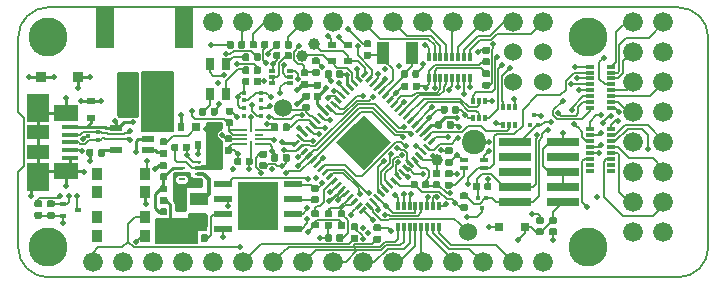
<source format=gbr>
%TF.GenerationSoftware,KiCad,Pcbnew,5.1.5+dfsg1-2~bpo10+1*%
%TF.CreationDate,2020-05-07T19:08:02+02:00*%
%TF.ProjectId,quickfeather-board,71756963-6b66-4656-9174-6865722d626f,rev?*%
%TF.SameCoordinates,Original*%
%TF.FileFunction,Copper,L1,Top*%
%TF.FilePolarity,Positive*%
%FSLAX46Y46*%
G04 Gerber Fmt 4.6, Leading zero omitted, Abs format (unit mm)*
G04 Created by KiCad (PCBNEW 5.1.5+dfsg1-2~bpo10+1) date 2020-05-07 19:08:02 commit f144a29*
%MOMM*%
%LPD*%
G04 APERTURE LIST*
%ADD10C,0.150000*%
%ADD11C,0.100000*%
%ADD12R,0.350000X0.350000*%
%ADD13R,0.750000X0.450000*%
%ADD14C,2.060000*%
%ADD15R,2.790000X0.740000*%
%ADD16R,0.900000X1.000000*%
%ADD17R,0.510000X0.400000*%
%ADD18C,0.550000*%
%ADD19R,0.800000X0.300000*%
%ADD20R,0.300000X0.800000*%
%ADD21R,1.600000X1.100000*%
%ADD22R,0.250000X0.650000*%
%ADD23R,0.650000X0.250000*%
%ADD24R,0.600000X0.300000*%
%ADD25R,0.300000X0.600000*%
%ADD26C,1.524000*%
%ADD27R,0.800000X1.000000*%
%ADD28C,1.676400*%
%ADD29R,0.550000X0.250000*%
%ADD30R,1.500000X0.500000*%
%ADD31R,1.700000X2.000000*%
%ADD32R,1.500000X3.400000*%
%ADD33R,1.000000X3.500000*%
%ADD34R,1.380000X0.450000*%
%ADD35R,2.100000X1.475000*%
%ADD36R,1.900000X1.175000*%
%ADD37R,1.900000X2.375000*%
%ADD38R,0.900000X0.950000*%
%ADD39R,0.800000X0.800000*%
%ADD40R,0.800000X0.600000*%
%ADD41R,0.600000X0.800000*%
%ADD42R,1.100000X1.900000*%
%ADD43C,1.000000*%
%ADD44R,1.050000X0.600000*%
%ADD45C,3.302000*%
%ADD46R,0.300000X0.300000*%
%ADD47C,0.500000*%
%ADD48C,0.250000*%
%ADD49C,0.200000*%
%ADD50C,0.300000*%
%ADD51C,0.254000*%
%ADD52C,0.150000*%
%ADD53C,0.350000*%
%ADD54C,0.275000*%
G04 APERTURE END LIST*
D10*
X123101100Y-102463600D02*
X123609100Y-102971600D01*
X123609100Y-102971600D02*
X123609100Y-107035600D01*
X123609100Y-107035600D02*
X123101100Y-107543600D01*
X178981100Y-93573600D02*
G75*
G02X181521100Y-96113600I0J-2540000D01*
G01*
X181521100Y-113893600D02*
G75*
G02X178981100Y-116433600I-2540000J0D01*
G01*
X125641100Y-116433600D02*
X178981100Y-116433600D01*
X181521100Y-113893600D02*
X181521100Y-96113600D01*
X178981100Y-93573600D02*
X125641100Y-93573600D01*
X123101100Y-96113600D02*
G75*
G02X125641100Y-93573600I2540000J0D01*
G01*
X123101100Y-96113600D02*
X123101100Y-102463600D01*
X123101100Y-107543600D02*
X123101100Y-113893600D01*
X125641100Y-116433600D02*
G75*
G02X123101100Y-113893600I0J2540000D01*
G01*
%TA.AperFunction,SMDPad,CuDef*%
D11*
G36*
X149522258Y-112782410D02*
G01*
X149536576Y-112784534D01*
X149550617Y-112788051D01*
X149564246Y-112792928D01*
X149577331Y-112799117D01*
X149589747Y-112806558D01*
X149601373Y-112815181D01*
X149612098Y-112824902D01*
X149621819Y-112835627D01*
X149630442Y-112847253D01*
X149637883Y-112859669D01*
X149644072Y-112872754D01*
X149648949Y-112886383D01*
X149652466Y-112900424D01*
X149654590Y-112914742D01*
X149655300Y-112929200D01*
X149655300Y-113274200D01*
X149654590Y-113288658D01*
X149652466Y-113302976D01*
X149648949Y-113317017D01*
X149644072Y-113330646D01*
X149637883Y-113343731D01*
X149630442Y-113356147D01*
X149621819Y-113367773D01*
X149612098Y-113378498D01*
X149601373Y-113388219D01*
X149589747Y-113396842D01*
X149577331Y-113404283D01*
X149564246Y-113410472D01*
X149550617Y-113415349D01*
X149536576Y-113418866D01*
X149522258Y-113420990D01*
X149507800Y-113421700D01*
X149212800Y-113421700D01*
X149198342Y-113420990D01*
X149184024Y-113418866D01*
X149169983Y-113415349D01*
X149156354Y-113410472D01*
X149143269Y-113404283D01*
X149130853Y-113396842D01*
X149119227Y-113388219D01*
X149108502Y-113378498D01*
X149098781Y-113367773D01*
X149090158Y-113356147D01*
X149082717Y-113343731D01*
X149076528Y-113330646D01*
X149071651Y-113317017D01*
X149068134Y-113302976D01*
X149066010Y-113288658D01*
X149065300Y-113274200D01*
X149065300Y-112929200D01*
X149066010Y-112914742D01*
X149068134Y-112900424D01*
X149071651Y-112886383D01*
X149076528Y-112872754D01*
X149082717Y-112859669D01*
X149090158Y-112847253D01*
X149098781Y-112835627D01*
X149108502Y-112824902D01*
X149119227Y-112815181D01*
X149130853Y-112806558D01*
X149143269Y-112799117D01*
X149156354Y-112792928D01*
X149169983Y-112788051D01*
X149184024Y-112784534D01*
X149198342Y-112782410D01*
X149212800Y-112781700D01*
X149507800Y-112781700D01*
X149522258Y-112782410D01*
G37*
%TD.AperFunction*%
%TA.AperFunction,SMDPad,CuDef*%
G36*
X150492258Y-112782410D02*
G01*
X150506576Y-112784534D01*
X150520617Y-112788051D01*
X150534246Y-112792928D01*
X150547331Y-112799117D01*
X150559747Y-112806558D01*
X150571373Y-112815181D01*
X150582098Y-112824902D01*
X150591819Y-112835627D01*
X150600442Y-112847253D01*
X150607883Y-112859669D01*
X150614072Y-112872754D01*
X150618949Y-112886383D01*
X150622466Y-112900424D01*
X150624590Y-112914742D01*
X150625300Y-112929200D01*
X150625300Y-113274200D01*
X150624590Y-113288658D01*
X150622466Y-113302976D01*
X150618949Y-113317017D01*
X150614072Y-113330646D01*
X150607883Y-113343731D01*
X150600442Y-113356147D01*
X150591819Y-113367773D01*
X150582098Y-113378498D01*
X150571373Y-113388219D01*
X150559747Y-113396842D01*
X150547331Y-113404283D01*
X150534246Y-113410472D01*
X150520617Y-113415349D01*
X150506576Y-113418866D01*
X150492258Y-113420990D01*
X150477800Y-113421700D01*
X150182800Y-113421700D01*
X150168342Y-113420990D01*
X150154024Y-113418866D01*
X150139983Y-113415349D01*
X150126354Y-113410472D01*
X150113269Y-113404283D01*
X150100853Y-113396842D01*
X150089227Y-113388219D01*
X150078502Y-113378498D01*
X150068781Y-113367773D01*
X150060158Y-113356147D01*
X150052717Y-113343731D01*
X150046528Y-113330646D01*
X150041651Y-113317017D01*
X150038134Y-113302976D01*
X150036010Y-113288658D01*
X150035300Y-113274200D01*
X150035300Y-112929200D01*
X150036010Y-112914742D01*
X150038134Y-112900424D01*
X150041651Y-112886383D01*
X150046528Y-112872754D01*
X150052717Y-112859669D01*
X150060158Y-112847253D01*
X150068781Y-112835627D01*
X150078502Y-112824902D01*
X150089227Y-112815181D01*
X150100853Y-112806558D01*
X150113269Y-112799117D01*
X150126354Y-112792928D01*
X150139983Y-112788051D01*
X150154024Y-112784534D01*
X150168342Y-112782410D01*
X150182800Y-112781700D01*
X150477800Y-112781700D01*
X150492258Y-112782410D01*
G37*
%TD.AperFunction*%
D12*
X143675000Y-102760000D03*
X143675000Y-102110000D03*
X143675000Y-101460000D03*
X143675000Y-100810000D03*
X142225000Y-102760000D03*
X142225000Y-102110000D03*
X142225000Y-101460000D03*
X142225000Y-100810000D03*
D13*
X162540000Y-106460000D03*
X162540000Y-107170000D03*
X160840000Y-106470000D03*
X160840000Y-107170000D03*
D14*
X161690000Y-104980000D03*
D15*
X165125000Y-105003600D03*
X169195000Y-105003600D03*
X165125000Y-106273600D03*
X169195000Y-106273600D03*
X165125000Y-107543600D03*
X169195000Y-107543600D03*
X165125000Y-108813600D03*
X169195000Y-108813600D03*
X165125000Y-110083600D03*
X169195000Y-110083600D03*
D16*
X129780000Y-112950000D03*
X133880000Y-112950000D03*
X133880000Y-111350000D03*
X129780000Y-111350000D03*
X129780000Y-109250000D03*
X133880000Y-109250000D03*
X133880000Y-107650000D03*
X129780000Y-107650000D03*
%TA.AperFunction,SMDPad,CuDef*%
D11*
G36*
X137492258Y-105107410D02*
G01*
X137506576Y-105109534D01*
X137520617Y-105113051D01*
X137534246Y-105117928D01*
X137547331Y-105124117D01*
X137559747Y-105131558D01*
X137571373Y-105140181D01*
X137582098Y-105149902D01*
X137591819Y-105160627D01*
X137600442Y-105172253D01*
X137607883Y-105184669D01*
X137614072Y-105197754D01*
X137618949Y-105211383D01*
X137622466Y-105225424D01*
X137624590Y-105239742D01*
X137625300Y-105254200D01*
X137625300Y-105599200D01*
X137624590Y-105613658D01*
X137622466Y-105627976D01*
X137618949Y-105642017D01*
X137614072Y-105655646D01*
X137607883Y-105668731D01*
X137600442Y-105681147D01*
X137591819Y-105692773D01*
X137582098Y-105703498D01*
X137571373Y-105713219D01*
X137559747Y-105721842D01*
X137547331Y-105729283D01*
X137534246Y-105735472D01*
X137520617Y-105740349D01*
X137506576Y-105743866D01*
X137492258Y-105745990D01*
X137477800Y-105746700D01*
X137182800Y-105746700D01*
X137168342Y-105745990D01*
X137154024Y-105743866D01*
X137139983Y-105740349D01*
X137126354Y-105735472D01*
X137113269Y-105729283D01*
X137100853Y-105721842D01*
X137089227Y-105713219D01*
X137078502Y-105703498D01*
X137068781Y-105692773D01*
X137060158Y-105681147D01*
X137052717Y-105668731D01*
X137046528Y-105655646D01*
X137041651Y-105642017D01*
X137038134Y-105627976D01*
X137036010Y-105613658D01*
X137035300Y-105599200D01*
X137035300Y-105254200D01*
X137036010Y-105239742D01*
X137038134Y-105225424D01*
X137041651Y-105211383D01*
X137046528Y-105197754D01*
X137052717Y-105184669D01*
X137060158Y-105172253D01*
X137068781Y-105160627D01*
X137078502Y-105149902D01*
X137089227Y-105140181D01*
X137100853Y-105131558D01*
X137113269Y-105124117D01*
X137126354Y-105117928D01*
X137139983Y-105113051D01*
X137154024Y-105109534D01*
X137168342Y-105107410D01*
X137182800Y-105106700D01*
X137477800Y-105106700D01*
X137492258Y-105107410D01*
G37*
%TD.AperFunction*%
%TA.AperFunction,SMDPad,CuDef*%
G36*
X136522258Y-105107410D02*
G01*
X136536576Y-105109534D01*
X136550617Y-105113051D01*
X136564246Y-105117928D01*
X136577331Y-105124117D01*
X136589747Y-105131558D01*
X136601373Y-105140181D01*
X136612098Y-105149902D01*
X136621819Y-105160627D01*
X136630442Y-105172253D01*
X136637883Y-105184669D01*
X136644072Y-105197754D01*
X136648949Y-105211383D01*
X136652466Y-105225424D01*
X136654590Y-105239742D01*
X136655300Y-105254200D01*
X136655300Y-105599200D01*
X136654590Y-105613658D01*
X136652466Y-105627976D01*
X136648949Y-105642017D01*
X136644072Y-105655646D01*
X136637883Y-105668731D01*
X136630442Y-105681147D01*
X136621819Y-105692773D01*
X136612098Y-105703498D01*
X136601373Y-105713219D01*
X136589747Y-105721842D01*
X136577331Y-105729283D01*
X136564246Y-105735472D01*
X136550617Y-105740349D01*
X136536576Y-105743866D01*
X136522258Y-105745990D01*
X136507800Y-105746700D01*
X136212800Y-105746700D01*
X136198342Y-105745990D01*
X136184024Y-105743866D01*
X136169983Y-105740349D01*
X136156354Y-105735472D01*
X136143269Y-105729283D01*
X136130853Y-105721842D01*
X136119227Y-105713219D01*
X136108502Y-105703498D01*
X136098781Y-105692773D01*
X136090158Y-105681147D01*
X136082717Y-105668731D01*
X136076528Y-105655646D01*
X136071651Y-105642017D01*
X136068134Y-105627976D01*
X136066010Y-105613658D01*
X136065300Y-105599200D01*
X136065300Y-105254200D01*
X136066010Y-105239742D01*
X136068134Y-105225424D01*
X136071651Y-105211383D01*
X136076528Y-105197754D01*
X136082717Y-105184669D01*
X136090158Y-105172253D01*
X136098781Y-105160627D01*
X136108502Y-105149902D01*
X136119227Y-105140181D01*
X136130853Y-105131558D01*
X136143269Y-105124117D01*
X136156354Y-105117928D01*
X136169983Y-105113051D01*
X136184024Y-105109534D01*
X136198342Y-105107410D01*
X136212800Y-105106700D01*
X136507800Y-105106700D01*
X136522258Y-105107410D01*
G37*
%TD.AperFunction*%
D17*
X126895300Y-111201700D03*
X126895300Y-110201700D03*
X128195300Y-110701700D03*
D18*
X153915635Y-104990000D03*
X153137817Y-104212183D03*
X152360000Y-103434365D03*
X153137817Y-105767817D03*
X152360000Y-104990000D03*
X151582183Y-104212183D03*
X152360000Y-106545635D03*
X151582183Y-105767817D03*
X150804365Y-104990000D03*
%TA.AperFunction,SMDPad,CuDef*%
D11*
G36*
X153915635Y-105767817D02*
G01*
X153137818Y-104990000D01*
X153915635Y-104212183D01*
X154693452Y-104990000D01*
X153915635Y-105767817D01*
G37*
%TD.AperFunction*%
%TA.AperFunction,SMDPad,CuDef*%
G36*
X153137817Y-104990000D02*
G01*
X152360000Y-104212183D01*
X153137817Y-103434366D01*
X153915634Y-104212183D01*
X153137817Y-104990000D01*
G37*
%TD.AperFunction*%
%TA.AperFunction,SMDPad,CuDef*%
G36*
X152360000Y-104212182D02*
G01*
X151582183Y-103434365D01*
X152360000Y-102656548D01*
X153137817Y-103434365D01*
X152360000Y-104212182D01*
G37*
%TD.AperFunction*%
%TA.AperFunction,SMDPad,CuDef*%
G36*
X153137817Y-106545634D02*
G01*
X152360000Y-105767817D01*
X153137817Y-104990000D01*
X153915634Y-105767817D01*
X153137817Y-106545634D01*
G37*
%TD.AperFunction*%
%TA.AperFunction,SMDPad,CuDef*%
G36*
X152360000Y-105767817D02*
G01*
X151582183Y-104990000D01*
X152360000Y-104212183D01*
X153137817Y-104990000D01*
X152360000Y-105767817D01*
G37*
%TD.AperFunction*%
%TA.AperFunction,SMDPad,CuDef*%
G36*
X151582183Y-104990000D02*
G01*
X150804366Y-104212183D01*
X151582183Y-103434366D01*
X152360000Y-104212183D01*
X151582183Y-104990000D01*
G37*
%TD.AperFunction*%
%TA.AperFunction,SMDPad,CuDef*%
G36*
X152360000Y-107323452D02*
G01*
X151582183Y-106545635D01*
X152360000Y-105767818D01*
X153137817Y-106545635D01*
X152360000Y-107323452D01*
G37*
%TD.AperFunction*%
%TA.AperFunction,SMDPad,CuDef*%
G36*
X151582183Y-106545634D02*
G01*
X150804366Y-105767817D01*
X151582183Y-104990000D01*
X152360000Y-105767817D01*
X151582183Y-106545634D01*
G37*
%TD.AperFunction*%
%TA.AperFunction,SMDPad,CuDef*%
G36*
X150804365Y-105767817D02*
G01*
X150026548Y-104990000D01*
X150804365Y-104212183D01*
X151582182Y-104990000D01*
X150804365Y-105767817D01*
G37*
%TD.AperFunction*%
%TA.AperFunction,SMDPad,CuDef*%
G36*
X147138016Y-104908683D02*
G01*
X146643041Y-104413708D01*
X146833960Y-104222789D01*
X147328935Y-104717764D01*
X147138016Y-104908683D01*
G37*
%TD.AperFunction*%
%TA.AperFunction,SMDPad,CuDef*%
G36*
X147491570Y-104555130D02*
G01*
X146996595Y-104060155D01*
X147187514Y-103869236D01*
X147682489Y-104364211D01*
X147491570Y-104555130D01*
G37*
%TD.AperFunction*%
%TA.AperFunction,SMDPad,CuDef*%
G36*
X147845123Y-104201576D02*
G01*
X147350148Y-103706601D01*
X147541067Y-103515682D01*
X148036042Y-104010657D01*
X147845123Y-104201576D01*
G37*
%TD.AperFunction*%
%TA.AperFunction,SMDPad,CuDef*%
G36*
X148198677Y-103848023D02*
G01*
X147703702Y-103353048D01*
X147894621Y-103162129D01*
X148389596Y-103657104D01*
X148198677Y-103848023D01*
G37*
%TD.AperFunction*%
%TA.AperFunction,SMDPad,CuDef*%
G36*
X148552230Y-103494469D02*
G01*
X148057255Y-102999494D01*
X148248174Y-102808575D01*
X148743149Y-103303550D01*
X148552230Y-103494469D01*
G37*
%TD.AperFunction*%
%TA.AperFunction,SMDPad,CuDef*%
G36*
X148905783Y-103140916D02*
G01*
X148410808Y-102645941D01*
X148601727Y-102455022D01*
X149096702Y-102949997D01*
X148905783Y-103140916D01*
G37*
%TD.AperFunction*%
%TA.AperFunction,SMDPad,CuDef*%
G36*
X149259337Y-102787363D02*
G01*
X148764362Y-102292388D01*
X148955281Y-102101469D01*
X149450256Y-102596444D01*
X149259337Y-102787363D01*
G37*
%TD.AperFunction*%
%TA.AperFunction,SMDPad,CuDef*%
G36*
X149612890Y-102433809D02*
G01*
X149117915Y-101938834D01*
X149308834Y-101747915D01*
X149803809Y-102242890D01*
X149612890Y-102433809D01*
G37*
%TD.AperFunction*%
%TA.AperFunction,SMDPad,CuDef*%
G36*
X149966444Y-102080256D02*
G01*
X149471469Y-101585281D01*
X149662388Y-101394362D01*
X150157363Y-101889337D01*
X149966444Y-102080256D01*
G37*
%TD.AperFunction*%
%TA.AperFunction,SMDPad,CuDef*%
G36*
X150319997Y-101726702D02*
G01*
X149825022Y-101231727D01*
X150015941Y-101040808D01*
X150510916Y-101535783D01*
X150319997Y-101726702D01*
G37*
%TD.AperFunction*%
%TA.AperFunction,SMDPad,CuDef*%
G36*
X150673550Y-101373149D02*
G01*
X150178575Y-100878174D01*
X150369494Y-100687255D01*
X150864469Y-101182230D01*
X150673550Y-101373149D01*
G37*
%TD.AperFunction*%
%TA.AperFunction,SMDPad,CuDef*%
G36*
X151027104Y-101019596D02*
G01*
X150532129Y-100524621D01*
X150723048Y-100333702D01*
X151218023Y-100828677D01*
X151027104Y-101019596D01*
G37*
%TD.AperFunction*%
%TA.AperFunction,SMDPad,CuDef*%
G36*
X151380657Y-100666042D02*
G01*
X150885682Y-100171067D01*
X151076601Y-99980148D01*
X151571576Y-100475123D01*
X151380657Y-100666042D01*
G37*
%TD.AperFunction*%
%TA.AperFunction,SMDPad,CuDef*%
G36*
X151734211Y-100312489D02*
G01*
X151239236Y-99817514D01*
X151430155Y-99626595D01*
X151925130Y-100121570D01*
X151734211Y-100312489D01*
G37*
%TD.AperFunction*%
%TA.AperFunction,SMDPad,CuDef*%
G36*
X152087764Y-99958935D02*
G01*
X151592789Y-99463960D01*
X151783708Y-99273041D01*
X152278683Y-99768016D01*
X152087764Y-99958935D01*
G37*
%TD.AperFunction*%
%TA.AperFunction,SMDPad,CuDef*%
G36*
X152773658Y-99110407D02*
G01*
X152306967Y-99577098D01*
X152116048Y-99386179D01*
X152582739Y-98919488D01*
X152773658Y-99110407D01*
G37*
%TD.AperFunction*%
%TA.AperFunction,SMDPad,CuDef*%
G36*
X153127211Y-99463960D02*
G01*
X152632236Y-99958935D01*
X152441317Y-99768016D01*
X152936292Y-99273041D01*
X153127211Y-99463960D01*
G37*
%TD.AperFunction*%
%TA.AperFunction,SMDPad,CuDef*%
G36*
X153480764Y-99817514D02*
G01*
X152985789Y-100312489D01*
X152794870Y-100121570D01*
X153289845Y-99626595D01*
X153480764Y-99817514D01*
G37*
%TD.AperFunction*%
%TA.AperFunction,SMDPad,CuDef*%
G36*
X153834318Y-100171067D02*
G01*
X153339343Y-100666042D01*
X153148424Y-100475123D01*
X153643399Y-99980148D01*
X153834318Y-100171067D01*
G37*
%TD.AperFunction*%
%TA.AperFunction,SMDPad,CuDef*%
G36*
X154187871Y-100524621D02*
G01*
X153692896Y-101019596D01*
X153501977Y-100828677D01*
X153996952Y-100333702D01*
X154187871Y-100524621D01*
G37*
%TD.AperFunction*%
%TA.AperFunction,SMDPad,CuDef*%
G36*
X154541425Y-100878174D02*
G01*
X154046450Y-101373149D01*
X153855531Y-101182230D01*
X154350506Y-100687255D01*
X154541425Y-100878174D01*
G37*
%TD.AperFunction*%
%TA.AperFunction,SMDPad,CuDef*%
G36*
X154894978Y-101231727D02*
G01*
X154400003Y-101726702D01*
X154209084Y-101535783D01*
X154704059Y-101040808D01*
X154894978Y-101231727D01*
G37*
%TD.AperFunction*%
%TA.AperFunction,SMDPad,CuDef*%
G36*
X155248531Y-101585281D02*
G01*
X154753556Y-102080256D01*
X154562637Y-101889337D01*
X155057612Y-101394362D01*
X155248531Y-101585281D01*
G37*
%TD.AperFunction*%
%TA.AperFunction,SMDPad,CuDef*%
G36*
X155602085Y-101938834D02*
G01*
X155107110Y-102433809D01*
X154916191Y-102242890D01*
X155411166Y-101747915D01*
X155602085Y-101938834D01*
G37*
%TD.AperFunction*%
%TA.AperFunction,SMDPad,CuDef*%
G36*
X155955638Y-102292388D02*
G01*
X155460663Y-102787363D01*
X155269744Y-102596444D01*
X155764719Y-102101469D01*
X155955638Y-102292388D01*
G37*
%TD.AperFunction*%
%TA.AperFunction,SMDPad,CuDef*%
G36*
X156309192Y-102645941D02*
G01*
X155814217Y-103140916D01*
X155623298Y-102949997D01*
X156118273Y-102455022D01*
X156309192Y-102645941D01*
G37*
%TD.AperFunction*%
%TA.AperFunction,SMDPad,CuDef*%
G36*
X156662745Y-102999494D02*
G01*
X156167770Y-103494469D01*
X155976851Y-103303550D01*
X156471826Y-102808575D01*
X156662745Y-102999494D01*
G37*
%TD.AperFunction*%
%TA.AperFunction,SMDPad,CuDef*%
G36*
X157016298Y-103353048D02*
G01*
X156521323Y-103848023D01*
X156330404Y-103657104D01*
X156825379Y-103162129D01*
X157016298Y-103353048D01*
G37*
%TD.AperFunction*%
%TA.AperFunction,SMDPad,CuDef*%
G36*
X157369852Y-103706601D02*
G01*
X156874877Y-104201576D01*
X156683958Y-104010657D01*
X157178933Y-103515682D01*
X157369852Y-103706601D01*
G37*
%TD.AperFunction*%
%TA.AperFunction,SMDPad,CuDef*%
G36*
X157723405Y-104060155D02*
G01*
X157228430Y-104555130D01*
X157037511Y-104364211D01*
X157532486Y-103869236D01*
X157723405Y-104060155D01*
G37*
%TD.AperFunction*%
%TA.AperFunction,SMDPad,CuDef*%
G36*
X158076959Y-104413708D02*
G01*
X157581984Y-104908683D01*
X157391065Y-104717764D01*
X157886040Y-104222789D01*
X158076959Y-104413708D01*
G37*
%TD.AperFunction*%
%TA.AperFunction,SMDPad,CuDef*%
G36*
X158430512Y-104767261D02*
G01*
X157963821Y-105233952D01*
X157772902Y-105043033D01*
X158239593Y-104576342D01*
X158430512Y-104767261D01*
G37*
%TD.AperFunction*%
%TA.AperFunction,SMDPad,CuDef*%
G36*
X157886040Y-105757211D02*
G01*
X157391065Y-105262236D01*
X157581984Y-105071317D01*
X158076959Y-105566292D01*
X157886040Y-105757211D01*
G37*
%TD.AperFunction*%
%TA.AperFunction,SMDPad,CuDef*%
G36*
X157532486Y-106110764D02*
G01*
X157037511Y-105615789D01*
X157228430Y-105424870D01*
X157723405Y-105919845D01*
X157532486Y-106110764D01*
G37*
%TD.AperFunction*%
%TA.AperFunction,SMDPad,CuDef*%
G36*
X157178933Y-106464318D02*
G01*
X156683958Y-105969343D01*
X156874877Y-105778424D01*
X157369852Y-106273399D01*
X157178933Y-106464318D01*
G37*
%TD.AperFunction*%
%TA.AperFunction,SMDPad,CuDef*%
G36*
X156825379Y-106817871D02*
G01*
X156330404Y-106322896D01*
X156521323Y-106131977D01*
X157016298Y-106626952D01*
X156825379Y-106817871D01*
G37*
%TD.AperFunction*%
%TA.AperFunction,SMDPad,CuDef*%
G36*
X156471826Y-107171425D02*
G01*
X155976851Y-106676450D01*
X156167770Y-106485531D01*
X156662745Y-106980506D01*
X156471826Y-107171425D01*
G37*
%TD.AperFunction*%
%TA.AperFunction,SMDPad,CuDef*%
G36*
X156118273Y-107524978D02*
G01*
X155623298Y-107030003D01*
X155814217Y-106839084D01*
X156309192Y-107334059D01*
X156118273Y-107524978D01*
G37*
%TD.AperFunction*%
%TA.AperFunction,SMDPad,CuDef*%
G36*
X155764719Y-107878531D02*
G01*
X155269744Y-107383556D01*
X155460663Y-107192637D01*
X155955638Y-107687612D01*
X155764719Y-107878531D01*
G37*
%TD.AperFunction*%
%TA.AperFunction,SMDPad,CuDef*%
G36*
X155411166Y-108232085D02*
G01*
X154916191Y-107737110D01*
X155107110Y-107546191D01*
X155602085Y-108041166D01*
X155411166Y-108232085D01*
G37*
%TD.AperFunction*%
%TA.AperFunction,SMDPad,CuDef*%
G36*
X155057612Y-108585638D02*
G01*
X154562637Y-108090663D01*
X154753556Y-107899744D01*
X155248531Y-108394719D01*
X155057612Y-108585638D01*
G37*
%TD.AperFunction*%
%TA.AperFunction,SMDPad,CuDef*%
G36*
X154704059Y-108939192D02*
G01*
X154209084Y-108444217D01*
X154400003Y-108253298D01*
X154894978Y-108748273D01*
X154704059Y-108939192D01*
G37*
%TD.AperFunction*%
%TA.AperFunction,SMDPad,CuDef*%
G36*
X154350506Y-109292745D02*
G01*
X153855531Y-108797770D01*
X154046450Y-108606851D01*
X154541425Y-109101826D01*
X154350506Y-109292745D01*
G37*
%TD.AperFunction*%
%TA.AperFunction,SMDPad,CuDef*%
G36*
X153996952Y-109646298D02*
G01*
X153501977Y-109151323D01*
X153692896Y-108960404D01*
X154187871Y-109455379D01*
X153996952Y-109646298D01*
G37*
%TD.AperFunction*%
%TA.AperFunction,SMDPad,CuDef*%
G36*
X153643399Y-109999852D02*
G01*
X153148424Y-109504877D01*
X153339343Y-109313958D01*
X153834318Y-109808933D01*
X153643399Y-109999852D01*
G37*
%TD.AperFunction*%
%TA.AperFunction,SMDPad,CuDef*%
G36*
X153289845Y-110353405D02*
G01*
X152794870Y-109858430D01*
X152985789Y-109667511D01*
X153480764Y-110162486D01*
X153289845Y-110353405D01*
G37*
%TD.AperFunction*%
%TA.AperFunction,SMDPad,CuDef*%
G36*
X152936292Y-110706959D02*
G01*
X152441317Y-110211984D01*
X152632236Y-110021065D01*
X153127211Y-110516040D01*
X152936292Y-110706959D01*
G37*
%TD.AperFunction*%
%TA.AperFunction,SMDPad,CuDef*%
G36*
X152603952Y-110593821D02*
G01*
X152137261Y-111060512D01*
X151946342Y-110869593D01*
X152413033Y-110402902D01*
X152603952Y-110593821D01*
G37*
%TD.AperFunction*%
%TA.AperFunction,SMDPad,CuDef*%
G36*
X152278683Y-110211984D02*
G01*
X151783708Y-110706959D01*
X151592789Y-110516040D01*
X152087764Y-110021065D01*
X152278683Y-110211984D01*
G37*
%TD.AperFunction*%
%TA.AperFunction,SMDPad,CuDef*%
G36*
X151925130Y-109858430D02*
G01*
X151430155Y-110353405D01*
X151239236Y-110162486D01*
X151734211Y-109667511D01*
X151925130Y-109858430D01*
G37*
%TD.AperFunction*%
%TA.AperFunction,SMDPad,CuDef*%
G36*
X151571576Y-109504877D02*
G01*
X151076601Y-109999852D01*
X150885682Y-109808933D01*
X151380657Y-109313958D01*
X151571576Y-109504877D01*
G37*
%TD.AperFunction*%
%TA.AperFunction,SMDPad,CuDef*%
G36*
X151218023Y-109151323D02*
G01*
X150723048Y-109646298D01*
X150532129Y-109455379D01*
X151027104Y-108960404D01*
X151218023Y-109151323D01*
G37*
%TD.AperFunction*%
%TA.AperFunction,SMDPad,CuDef*%
G36*
X150864469Y-108797770D02*
G01*
X150369494Y-109292745D01*
X150178575Y-109101826D01*
X150673550Y-108606851D01*
X150864469Y-108797770D01*
G37*
%TD.AperFunction*%
%TA.AperFunction,SMDPad,CuDef*%
G36*
X150510916Y-108444217D02*
G01*
X150015941Y-108939192D01*
X149825022Y-108748273D01*
X150319997Y-108253298D01*
X150510916Y-108444217D01*
G37*
%TD.AperFunction*%
%TA.AperFunction,SMDPad,CuDef*%
G36*
X150157363Y-108090663D02*
G01*
X149662388Y-108585638D01*
X149471469Y-108394719D01*
X149966444Y-107899744D01*
X150157363Y-108090663D01*
G37*
%TD.AperFunction*%
%TA.AperFunction,SMDPad,CuDef*%
G36*
X149803809Y-107737110D02*
G01*
X149308834Y-108232085D01*
X149117915Y-108041166D01*
X149612890Y-107546191D01*
X149803809Y-107737110D01*
G37*
%TD.AperFunction*%
%TA.AperFunction,SMDPad,CuDef*%
G36*
X149450256Y-107383556D02*
G01*
X148955281Y-107878531D01*
X148764362Y-107687612D01*
X149259337Y-107192637D01*
X149450256Y-107383556D01*
G37*
%TD.AperFunction*%
%TA.AperFunction,SMDPad,CuDef*%
G36*
X149096702Y-107030003D02*
G01*
X148601727Y-107524978D01*
X148410808Y-107334059D01*
X148905783Y-106839084D01*
X149096702Y-107030003D01*
G37*
%TD.AperFunction*%
%TA.AperFunction,SMDPad,CuDef*%
G36*
X148743149Y-106676450D02*
G01*
X148248174Y-107171425D01*
X148057255Y-106980506D01*
X148552230Y-106485531D01*
X148743149Y-106676450D01*
G37*
%TD.AperFunction*%
%TA.AperFunction,SMDPad,CuDef*%
G36*
X148389596Y-106322896D02*
G01*
X147894621Y-106817871D01*
X147703702Y-106626952D01*
X148198677Y-106131977D01*
X148389596Y-106322896D01*
G37*
%TD.AperFunction*%
%TA.AperFunction,SMDPad,CuDef*%
G36*
X148036042Y-105969343D02*
G01*
X147541067Y-106464318D01*
X147350148Y-106273399D01*
X147845123Y-105778424D01*
X148036042Y-105969343D01*
G37*
%TD.AperFunction*%
%TA.AperFunction,SMDPad,CuDef*%
G36*
X147682489Y-105615789D02*
G01*
X147187514Y-106110764D01*
X146996595Y-105919845D01*
X147491570Y-105424870D01*
X147682489Y-105615789D01*
G37*
%TD.AperFunction*%
%TA.AperFunction,SMDPad,CuDef*%
G36*
X147328935Y-105262236D02*
G01*
X146833960Y-105757211D01*
X146643041Y-105566292D01*
X147138016Y-105071317D01*
X147328935Y-105262236D01*
G37*
%TD.AperFunction*%
%TA.AperFunction,SMDPad,CuDef*%
G36*
X146947098Y-104936967D02*
G01*
X146480407Y-105403658D01*
X146289488Y-105212739D01*
X146756179Y-104746048D01*
X146947098Y-104936967D01*
G37*
%TD.AperFunction*%
%TA.AperFunction,SMDPad,CuDef*%
G36*
X126057258Y-110892410D02*
G01*
X126071576Y-110894534D01*
X126085617Y-110898051D01*
X126099246Y-110902928D01*
X126112331Y-110909117D01*
X126124747Y-110916558D01*
X126136373Y-110925181D01*
X126147098Y-110934902D01*
X126156819Y-110945627D01*
X126165442Y-110957253D01*
X126172883Y-110969669D01*
X126179072Y-110982754D01*
X126183949Y-110996383D01*
X126187466Y-111010424D01*
X126189590Y-111024742D01*
X126190300Y-111039200D01*
X126190300Y-111334200D01*
X126189590Y-111348658D01*
X126187466Y-111362976D01*
X126183949Y-111377017D01*
X126179072Y-111390646D01*
X126172883Y-111403731D01*
X126165442Y-111416147D01*
X126156819Y-111427773D01*
X126147098Y-111438498D01*
X126136373Y-111448219D01*
X126124747Y-111456842D01*
X126112331Y-111464283D01*
X126099246Y-111470472D01*
X126085617Y-111475349D01*
X126071576Y-111478866D01*
X126057258Y-111480990D01*
X126042800Y-111481700D01*
X125697800Y-111481700D01*
X125683342Y-111480990D01*
X125669024Y-111478866D01*
X125654983Y-111475349D01*
X125641354Y-111470472D01*
X125628269Y-111464283D01*
X125615853Y-111456842D01*
X125604227Y-111448219D01*
X125593502Y-111438498D01*
X125583781Y-111427773D01*
X125575158Y-111416147D01*
X125567717Y-111403731D01*
X125561528Y-111390646D01*
X125556651Y-111377017D01*
X125553134Y-111362976D01*
X125551010Y-111348658D01*
X125550300Y-111334200D01*
X125550300Y-111039200D01*
X125551010Y-111024742D01*
X125553134Y-111010424D01*
X125556651Y-110996383D01*
X125561528Y-110982754D01*
X125567717Y-110969669D01*
X125575158Y-110957253D01*
X125583781Y-110945627D01*
X125593502Y-110934902D01*
X125604227Y-110925181D01*
X125615853Y-110916558D01*
X125628269Y-110909117D01*
X125641354Y-110902928D01*
X125654983Y-110898051D01*
X125669024Y-110894534D01*
X125683342Y-110892410D01*
X125697800Y-110891700D01*
X126042800Y-110891700D01*
X126057258Y-110892410D01*
G37*
%TD.AperFunction*%
%TA.AperFunction,SMDPad,CuDef*%
G36*
X126057258Y-109922410D02*
G01*
X126071576Y-109924534D01*
X126085617Y-109928051D01*
X126099246Y-109932928D01*
X126112331Y-109939117D01*
X126124747Y-109946558D01*
X126136373Y-109955181D01*
X126147098Y-109964902D01*
X126156819Y-109975627D01*
X126165442Y-109987253D01*
X126172883Y-109999669D01*
X126179072Y-110012754D01*
X126183949Y-110026383D01*
X126187466Y-110040424D01*
X126189590Y-110054742D01*
X126190300Y-110069200D01*
X126190300Y-110364200D01*
X126189590Y-110378658D01*
X126187466Y-110392976D01*
X126183949Y-110407017D01*
X126179072Y-110420646D01*
X126172883Y-110433731D01*
X126165442Y-110446147D01*
X126156819Y-110457773D01*
X126147098Y-110468498D01*
X126136373Y-110478219D01*
X126124747Y-110486842D01*
X126112331Y-110494283D01*
X126099246Y-110500472D01*
X126085617Y-110505349D01*
X126071576Y-110508866D01*
X126057258Y-110510990D01*
X126042800Y-110511700D01*
X125697800Y-110511700D01*
X125683342Y-110510990D01*
X125669024Y-110508866D01*
X125654983Y-110505349D01*
X125641354Y-110500472D01*
X125628269Y-110494283D01*
X125615853Y-110486842D01*
X125604227Y-110478219D01*
X125593502Y-110468498D01*
X125583781Y-110457773D01*
X125575158Y-110446147D01*
X125567717Y-110433731D01*
X125561528Y-110420646D01*
X125556651Y-110407017D01*
X125553134Y-110392976D01*
X125551010Y-110378658D01*
X125550300Y-110364200D01*
X125550300Y-110069200D01*
X125551010Y-110054742D01*
X125553134Y-110040424D01*
X125556651Y-110026383D01*
X125561528Y-110012754D01*
X125567717Y-109999669D01*
X125575158Y-109987253D01*
X125583781Y-109975627D01*
X125593502Y-109964902D01*
X125604227Y-109955181D01*
X125615853Y-109946558D01*
X125628269Y-109939117D01*
X125641354Y-109932928D01*
X125654983Y-109928051D01*
X125669024Y-109924534D01*
X125683342Y-109922410D01*
X125697800Y-109921700D01*
X126042800Y-109921700D01*
X126057258Y-109922410D01*
G37*
%TD.AperFunction*%
D19*
X173311000Y-106893000D03*
X173311000Y-105893000D03*
X173311000Y-106393000D03*
X173311000Y-105393000D03*
X173311000Y-104893000D03*
X173311000Y-104393000D03*
X171511000Y-106893000D03*
X171511000Y-106393000D03*
X171511000Y-105893000D03*
X171511000Y-105393000D03*
X171511000Y-104893000D03*
X171511000Y-104393000D03*
X173311000Y-107393000D03*
X171511000Y-107393000D03*
X173311000Y-103893000D03*
X171511000Y-103893000D03*
D20*
X158240000Y-110360000D03*
X157240000Y-110360000D03*
X157740000Y-110360000D03*
X156740000Y-110360000D03*
X156240000Y-110360000D03*
X155740000Y-110360000D03*
X158240000Y-112160000D03*
X157740000Y-112160000D03*
X157240000Y-112160000D03*
X156740000Y-112160000D03*
X156240000Y-112160000D03*
X155740000Y-112160000D03*
X158740000Y-110360000D03*
X158740000Y-112160000D03*
X155240000Y-110360000D03*
X155240000Y-112160000D03*
D19*
X173311000Y-101593000D03*
X173311000Y-100593000D03*
X173311000Y-101093000D03*
X173311000Y-100093000D03*
X173311000Y-99593000D03*
X173311000Y-99093000D03*
X171511000Y-101593000D03*
X171511000Y-101093000D03*
X171511000Y-100593000D03*
X171511000Y-100093000D03*
X171511000Y-99593000D03*
X171511000Y-99093000D03*
X173311000Y-102093000D03*
X171511000Y-102093000D03*
X173311000Y-98593000D03*
X171511000Y-98593000D03*
D20*
X160850000Y-97740000D03*
X159850000Y-97740000D03*
X160350000Y-97740000D03*
X159350000Y-97740000D03*
X158850000Y-97740000D03*
X158350000Y-97740000D03*
X160850000Y-99540000D03*
X160350000Y-99540000D03*
X159850000Y-99540000D03*
X159350000Y-99540000D03*
X158850000Y-99540000D03*
X158350000Y-99540000D03*
X161350000Y-97740000D03*
X161350000Y-99540000D03*
X157850000Y-97740000D03*
X157850000Y-99540000D03*
D21*
X138380000Y-109830000D03*
X138380000Y-111630000D03*
D22*
X142800000Y-105240000D03*
D23*
X142100000Y-105145000D03*
X142100000Y-104750000D03*
X142100000Y-104350000D03*
X142100000Y-103950000D03*
D22*
X142800000Y-103800000D03*
D23*
X143500000Y-103950000D03*
X143500000Y-104350000D03*
X143500000Y-104750000D03*
X143500000Y-105145000D03*
D24*
X144630000Y-98940000D03*
X144630000Y-99440000D03*
X144630000Y-99940000D03*
X146130000Y-99940000D03*
X146130000Y-99440000D03*
X146130000Y-98940000D03*
D25*
X165140000Y-102010000D03*
X164640000Y-102010000D03*
X164140000Y-102010000D03*
X164140000Y-103510000D03*
X164640000Y-103510000D03*
X165140000Y-103510000D03*
X162590000Y-101480000D03*
X162090000Y-101480000D03*
X161590000Y-101480000D03*
X161590000Y-102980000D03*
X162090000Y-102980000D03*
X162590000Y-102980000D03*
D26*
X165011000Y-99923000D03*
X165011000Y-97383000D03*
X167551000Y-97383000D03*
X167551000Y-99923000D03*
D27*
X140700000Y-98380000D03*
X140700000Y-100880000D03*
X139300000Y-100880000D03*
X139300000Y-98380000D03*
D28*
X152311000Y-115163000D03*
X159931000Y-115163000D03*
X142151000Y-115163000D03*
X139611000Y-115163000D03*
X144691000Y-115163000D03*
X165011000Y-115163000D03*
X149771000Y-115163000D03*
X157391000Y-115163000D03*
X147231000Y-115163000D03*
X167551000Y-115163000D03*
X162471000Y-115163000D03*
X154851000Y-115163000D03*
X137061000Y-115163000D03*
X129441000Y-115163000D03*
X134521000Y-115163000D03*
X131981000Y-115163000D03*
%TA.AperFunction,SMDPad,CuDef*%
D11*
G36*
X148486958Y-97820710D02*
G01*
X148501276Y-97822834D01*
X148515317Y-97826351D01*
X148528946Y-97831228D01*
X148542031Y-97837417D01*
X148554447Y-97844858D01*
X148566073Y-97853481D01*
X148576798Y-97863202D01*
X148586519Y-97873927D01*
X148595142Y-97885553D01*
X148602583Y-97897969D01*
X148608772Y-97911054D01*
X148613649Y-97924683D01*
X148617166Y-97938724D01*
X148619290Y-97953042D01*
X148620000Y-97967500D01*
X148620000Y-98262500D01*
X148619290Y-98276958D01*
X148617166Y-98291276D01*
X148613649Y-98305317D01*
X148608772Y-98318946D01*
X148602583Y-98332031D01*
X148595142Y-98344447D01*
X148586519Y-98356073D01*
X148576798Y-98366798D01*
X148566073Y-98376519D01*
X148554447Y-98385142D01*
X148542031Y-98392583D01*
X148528946Y-98398772D01*
X148515317Y-98403649D01*
X148501276Y-98407166D01*
X148486958Y-98409290D01*
X148472500Y-98410000D01*
X148127500Y-98410000D01*
X148113042Y-98409290D01*
X148098724Y-98407166D01*
X148084683Y-98403649D01*
X148071054Y-98398772D01*
X148057969Y-98392583D01*
X148045553Y-98385142D01*
X148033927Y-98376519D01*
X148023202Y-98366798D01*
X148013481Y-98356073D01*
X148004858Y-98344447D01*
X147997417Y-98332031D01*
X147991228Y-98318946D01*
X147986351Y-98305317D01*
X147982834Y-98291276D01*
X147980710Y-98276958D01*
X147980000Y-98262500D01*
X147980000Y-97967500D01*
X147980710Y-97953042D01*
X147982834Y-97938724D01*
X147986351Y-97924683D01*
X147991228Y-97911054D01*
X147997417Y-97897969D01*
X148004858Y-97885553D01*
X148013481Y-97873927D01*
X148023202Y-97863202D01*
X148033927Y-97853481D01*
X148045553Y-97844858D01*
X148057969Y-97837417D01*
X148071054Y-97831228D01*
X148084683Y-97826351D01*
X148098724Y-97822834D01*
X148113042Y-97820710D01*
X148127500Y-97820000D01*
X148472500Y-97820000D01*
X148486958Y-97820710D01*
G37*
%TD.AperFunction*%
%TA.AperFunction,SMDPad,CuDef*%
G36*
X148486958Y-98790710D02*
G01*
X148501276Y-98792834D01*
X148515317Y-98796351D01*
X148528946Y-98801228D01*
X148542031Y-98807417D01*
X148554447Y-98814858D01*
X148566073Y-98823481D01*
X148576798Y-98833202D01*
X148586519Y-98843927D01*
X148595142Y-98855553D01*
X148602583Y-98867969D01*
X148608772Y-98881054D01*
X148613649Y-98894683D01*
X148617166Y-98908724D01*
X148619290Y-98923042D01*
X148620000Y-98937500D01*
X148620000Y-99232500D01*
X148619290Y-99246958D01*
X148617166Y-99261276D01*
X148613649Y-99275317D01*
X148608772Y-99288946D01*
X148602583Y-99302031D01*
X148595142Y-99314447D01*
X148586519Y-99326073D01*
X148576798Y-99336798D01*
X148566073Y-99346519D01*
X148554447Y-99355142D01*
X148542031Y-99362583D01*
X148528946Y-99368772D01*
X148515317Y-99373649D01*
X148501276Y-99377166D01*
X148486958Y-99379290D01*
X148472500Y-99380000D01*
X148127500Y-99380000D01*
X148113042Y-99379290D01*
X148098724Y-99377166D01*
X148084683Y-99373649D01*
X148071054Y-99368772D01*
X148057969Y-99362583D01*
X148045553Y-99355142D01*
X148033927Y-99346519D01*
X148023202Y-99336798D01*
X148013481Y-99326073D01*
X148004858Y-99314447D01*
X147997417Y-99302031D01*
X147991228Y-99288946D01*
X147986351Y-99275317D01*
X147982834Y-99261276D01*
X147980710Y-99246958D01*
X147980000Y-99232500D01*
X147980000Y-98937500D01*
X147980710Y-98923042D01*
X147982834Y-98908724D01*
X147986351Y-98894683D01*
X147991228Y-98881054D01*
X147997417Y-98867969D01*
X148004858Y-98855553D01*
X148013481Y-98843927D01*
X148023202Y-98833202D01*
X148033927Y-98823481D01*
X148045553Y-98814858D01*
X148057969Y-98807417D01*
X148071054Y-98801228D01*
X148084683Y-98796351D01*
X148098724Y-98792834D01*
X148113042Y-98790710D01*
X148127500Y-98790000D01*
X148472500Y-98790000D01*
X148486958Y-98790710D01*
G37*
%TD.AperFunction*%
D29*
X138285000Y-106650000D03*
X138285000Y-107150000D03*
X138285000Y-107650000D03*
X138285000Y-108150000D03*
X136935000Y-108150000D03*
X136935000Y-107650000D03*
X136935000Y-107150000D03*
X136935000Y-106650000D03*
D30*
X140400000Y-108495000D03*
X140400000Y-109765000D03*
X140400000Y-111035000D03*
X140400000Y-112305000D03*
X146400000Y-112305000D03*
X146400000Y-111035000D03*
X146400000Y-109765000D03*
X146400000Y-108495000D03*
D31*
X142550000Y-109400000D03*
X142550000Y-111400000D03*
X144250000Y-109400000D03*
X144250000Y-111400000D03*
D32*
X137119100Y-95350000D03*
X130419100Y-95350000D03*
D33*
X134769100Y-100900000D03*
X132769100Y-100900000D03*
D34*
X127480000Y-106303600D03*
X127480000Y-105653600D03*
X127480000Y-105003600D03*
X127480000Y-104353600D03*
X127480000Y-103703600D03*
D35*
X127120000Y-102541100D03*
D36*
X124820000Y-104166100D03*
D37*
X124820000Y-107916100D03*
X124820000Y-102091100D03*
D36*
X124820000Y-105841100D03*
D35*
X127120000Y-107466100D03*
D38*
X128175000Y-99450000D03*
X125025000Y-99450000D03*
D39*
X138180000Y-103730000D03*
X139680000Y-103730000D03*
D40*
X129290000Y-102930000D03*
X129290000Y-101530000D03*
D41*
X139750000Y-105200000D03*
X138350000Y-105200000D03*
X135490000Y-103720000D03*
X136890000Y-103720000D03*
D40*
X136680000Y-111880000D03*
X136680000Y-110480000D03*
%TA.AperFunction,SMDPad,CuDef*%
D11*
G36*
X129336958Y-105570710D02*
G01*
X129351276Y-105572834D01*
X129365317Y-105576351D01*
X129378946Y-105581228D01*
X129392031Y-105587417D01*
X129404447Y-105594858D01*
X129416073Y-105603481D01*
X129426798Y-105613202D01*
X129436519Y-105623927D01*
X129445142Y-105635553D01*
X129452583Y-105647969D01*
X129458772Y-105661054D01*
X129463649Y-105674683D01*
X129467166Y-105688724D01*
X129469290Y-105703042D01*
X129470000Y-105717500D01*
X129470000Y-106062500D01*
X129469290Y-106076958D01*
X129467166Y-106091276D01*
X129463649Y-106105317D01*
X129458772Y-106118946D01*
X129452583Y-106132031D01*
X129445142Y-106144447D01*
X129436519Y-106156073D01*
X129426798Y-106166798D01*
X129416073Y-106176519D01*
X129404447Y-106185142D01*
X129392031Y-106192583D01*
X129378946Y-106198772D01*
X129365317Y-106203649D01*
X129351276Y-106207166D01*
X129336958Y-106209290D01*
X129322500Y-106210000D01*
X129027500Y-106210000D01*
X129013042Y-106209290D01*
X128998724Y-106207166D01*
X128984683Y-106203649D01*
X128971054Y-106198772D01*
X128957969Y-106192583D01*
X128945553Y-106185142D01*
X128933927Y-106176519D01*
X128923202Y-106166798D01*
X128913481Y-106156073D01*
X128904858Y-106144447D01*
X128897417Y-106132031D01*
X128891228Y-106118946D01*
X128886351Y-106105317D01*
X128882834Y-106091276D01*
X128880710Y-106076958D01*
X128880000Y-106062500D01*
X128880000Y-105717500D01*
X128880710Y-105703042D01*
X128882834Y-105688724D01*
X128886351Y-105674683D01*
X128891228Y-105661054D01*
X128897417Y-105647969D01*
X128904858Y-105635553D01*
X128913481Y-105623927D01*
X128923202Y-105613202D01*
X128933927Y-105603481D01*
X128945553Y-105594858D01*
X128957969Y-105587417D01*
X128971054Y-105581228D01*
X128984683Y-105576351D01*
X128998724Y-105572834D01*
X129013042Y-105570710D01*
X129027500Y-105570000D01*
X129322500Y-105570000D01*
X129336958Y-105570710D01*
G37*
%TD.AperFunction*%
%TA.AperFunction,SMDPad,CuDef*%
G36*
X130306958Y-105570710D02*
G01*
X130321276Y-105572834D01*
X130335317Y-105576351D01*
X130348946Y-105581228D01*
X130362031Y-105587417D01*
X130374447Y-105594858D01*
X130386073Y-105603481D01*
X130396798Y-105613202D01*
X130406519Y-105623927D01*
X130415142Y-105635553D01*
X130422583Y-105647969D01*
X130428772Y-105661054D01*
X130433649Y-105674683D01*
X130437166Y-105688724D01*
X130439290Y-105703042D01*
X130440000Y-105717500D01*
X130440000Y-106062500D01*
X130439290Y-106076958D01*
X130437166Y-106091276D01*
X130433649Y-106105317D01*
X130428772Y-106118946D01*
X130422583Y-106132031D01*
X130415142Y-106144447D01*
X130406519Y-106156073D01*
X130396798Y-106166798D01*
X130386073Y-106176519D01*
X130374447Y-106185142D01*
X130362031Y-106192583D01*
X130348946Y-106198772D01*
X130335317Y-106203649D01*
X130321276Y-106207166D01*
X130306958Y-106209290D01*
X130292500Y-106210000D01*
X129997500Y-106210000D01*
X129983042Y-106209290D01*
X129968724Y-106207166D01*
X129954683Y-106203649D01*
X129941054Y-106198772D01*
X129927969Y-106192583D01*
X129915553Y-106185142D01*
X129903927Y-106176519D01*
X129893202Y-106166798D01*
X129883481Y-106156073D01*
X129874858Y-106144447D01*
X129867417Y-106132031D01*
X129861228Y-106118946D01*
X129856351Y-106105317D01*
X129852834Y-106091276D01*
X129850710Y-106076958D01*
X129850000Y-106062500D01*
X129850000Y-105717500D01*
X129850710Y-105703042D01*
X129852834Y-105688724D01*
X129856351Y-105674683D01*
X129861228Y-105661054D01*
X129867417Y-105647969D01*
X129874858Y-105635553D01*
X129883481Y-105623927D01*
X129893202Y-105613202D01*
X129903927Y-105603481D01*
X129915553Y-105594858D01*
X129927969Y-105587417D01*
X129941054Y-105581228D01*
X129954683Y-105576351D01*
X129968724Y-105572834D01*
X129983042Y-105570710D01*
X129997500Y-105570000D01*
X130292500Y-105570000D01*
X130306958Y-105570710D01*
G37*
%TD.AperFunction*%
%TA.AperFunction,SMDPad,CuDef*%
G36*
X135586958Y-105650710D02*
G01*
X135601276Y-105652834D01*
X135615317Y-105656351D01*
X135628946Y-105661228D01*
X135642031Y-105667417D01*
X135654447Y-105674858D01*
X135666073Y-105683481D01*
X135676798Y-105693202D01*
X135686519Y-105703927D01*
X135695142Y-105715553D01*
X135702583Y-105727969D01*
X135708772Y-105741054D01*
X135713649Y-105754683D01*
X135717166Y-105768724D01*
X135719290Y-105783042D01*
X135720000Y-105797500D01*
X135720000Y-106092500D01*
X135719290Y-106106958D01*
X135717166Y-106121276D01*
X135713649Y-106135317D01*
X135708772Y-106148946D01*
X135702583Y-106162031D01*
X135695142Y-106174447D01*
X135686519Y-106186073D01*
X135676798Y-106196798D01*
X135666073Y-106206519D01*
X135654447Y-106215142D01*
X135642031Y-106222583D01*
X135628946Y-106228772D01*
X135615317Y-106233649D01*
X135601276Y-106237166D01*
X135586958Y-106239290D01*
X135572500Y-106240000D01*
X135227500Y-106240000D01*
X135213042Y-106239290D01*
X135198724Y-106237166D01*
X135184683Y-106233649D01*
X135171054Y-106228772D01*
X135157969Y-106222583D01*
X135145553Y-106215142D01*
X135133927Y-106206519D01*
X135123202Y-106196798D01*
X135113481Y-106186073D01*
X135104858Y-106174447D01*
X135097417Y-106162031D01*
X135091228Y-106148946D01*
X135086351Y-106135317D01*
X135082834Y-106121276D01*
X135080710Y-106106958D01*
X135080000Y-106092500D01*
X135080000Y-105797500D01*
X135080710Y-105783042D01*
X135082834Y-105768724D01*
X135086351Y-105754683D01*
X135091228Y-105741054D01*
X135097417Y-105727969D01*
X135104858Y-105715553D01*
X135113481Y-105703927D01*
X135123202Y-105693202D01*
X135133927Y-105683481D01*
X135145553Y-105674858D01*
X135157969Y-105667417D01*
X135171054Y-105661228D01*
X135184683Y-105656351D01*
X135198724Y-105652834D01*
X135213042Y-105650710D01*
X135227500Y-105650000D01*
X135572500Y-105650000D01*
X135586958Y-105650710D01*
G37*
%TD.AperFunction*%
%TA.AperFunction,SMDPad,CuDef*%
G36*
X135586958Y-104680710D02*
G01*
X135601276Y-104682834D01*
X135615317Y-104686351D01*
X135628946Y-104691228D01*
X135642031Y-104697417D01*
X135654447Y-104704858D01*
X135666073Y-104713481D01*
X135676798Y-104723202D01*
X135686519Y-104733927D01*
X135695142Y-104745553D01*
X135702583Y-104757969D01*
X135708772Y-104771054D01*
X135713649Y-104784683D01*
X135717166Y-104798724D01*
X135719290Y-104813042D01*
X135720000Y-104827500D01*
X135720000Y-105122500D01*
X135719290Y-105136958D01*
X135717166Y-105151276D01*
X135713649Y-105165317D01*
X135708772Y-105178946D01*
X135702583Y-105192031D01*
X135695142Y-105204447D01*
X135686519Y-105216073D01*
X135676798Y-105226798D01*
X135666073Y-105236519D01*
X135654447Y-105245142D01*
X135642031Y-105252583D01*
X135628946Y-105258772D01*
X135615317Y-105263649D01*
X135601276Y-105267166D01*
X135586958Y-105269290D01*
X135572500Y-105270000D01*
X135227500Y-105270000D01*
X135213042Y-105269290D01*
X135198724Y-105267166D01*
X135184683Y-105263649D01*
X135171054Y-105258772D01*
X135157969Y-105252583D01*
X135145553Y-105245142D01*
X135133927Y-105236519D01*
X135123202Y-105226798D01*
X135113481Y-105216073D01*
X135104858Y-105204447D01*
X135097417Y-105192031D01*
X135091228Y-105178946D01*
X135086351Y-105165317D01*
X135082834Y-105151276D01*
X135080710Y-105136958D01*
X135080000Y-105122500D01*
X135080000Y-104827500D01*
X135080710Y-104813042D01*
X135082834Y-104798724D01*
X135086351Y-104784683D01*
X135091228Y-104771054D01*
X135097417Y-104757969D01*
X135104858Y-104745553D01*
X135113481Y-104733927D01*
X135123202Y-104723202D01*
X135133927Y-104713481D01*
X135145553Y-104704858D01*
X135157969Y-104697417D01*
X135171054Y-104691228D01*
X135184683Y-104686351D01*
X135198724Y-104682834D01*
X135213042Y-104680710D01*
X135227500Y-104680000D01*
X135572500Y-104680000D01*
X135586958Y-104680710D01*
G37*
%TD.AperFunction*%
%TA.AperFunction,SMDPad,CuDef*%
G36*
X135586958Y-108660710D02*
G01*
X135601276Y-108662834D01*
X135615317Y-108666351D01*
X135628946Y-108671228D01*
X135642031Y-108677417D01*
X135654447Y-108684858D01*
X135666073Y-108693481D01*
X135676798Y-108703202D01*
X135686519Y-108713927D01*
X135695142Y-108725553D01*
X135702583Y-108737969D01*
X135708772Y-108751054D01*
X135713649Y-108764683D01*
X135717166Y-108778724D01*
X135719290Y-108793042D01*
X135720000Y-108807500D01*
X135720000Y-109102500D01*
X135719290Y-109116958D01*
X135717166Y-109131276D01*
X135713649Y-109145317D01*
X135708772Y-109158946D01*
X135702583Y-109172031D01*
X135695142Y-109184447D01*
X135686519Y-109196073D01*
X135676798Y-109206798D01*
X135666073Y-109216519D01*
X135654447Y-109225142D01*
X135642031Y-109232583D01*
X135628946Y-109238772D01*
X135615317Y-109243649D01*
X135601276Y-109247166D01*
X135586958Y-109249290D01*
X135572500Y-109250000D01*
X135227500Y-109250000D01*
X135213042Y-109249290D01*
X135198724Y-109247166D01*
X135184683Y-109243649D01*
X135171054Y-109238772D01*
X135157969Y-109232583D01*
X135145553Y-109225142D01*
X135133927Y-109216519D01*
X135123202Y-109206798D01*
X135113481Y-109196073D01*
X135104858Y-109184447D01*
X135097417Y-109172031D01*
X135091228Y-109158946D01*
X135086351Y-109145317D01*
X135082834Y-109131276D01*
X135080710Y-109116958D01*
X135080000Y-109102500D01*
X135080000Y-108807500D01*
X135080710Y-108793042D01*
X135082834Y-108778724D01*
X135086351Y-108764683D01*
X135091228Y-108751054D01*
X135097417Y-108737969D01*
X135104858Y-108725553D01*
X135113481Y-108713927D01*
X135123202Y-108703202D01*
X135133927Y-108693481D01*
X135145553Y-108684858D01*
X135157969Y-108677417D01*
X135171054Y-108671228D01*
X135184683Y-108666351D01*
X135198724Y-108662834D01*
X135213042Y-108660710D01*
X135227500Y-108660000D01*
X135572500Y-108660000D01*
X135586958Y-108660710D01*
G37*
%TD.AperFunction*%
%TA.AperFunction,SMDPad,CuDef*%
G36*
X135586958Y-109630710D02*
G01*
X135601276Y-109632834D01*
X135615317Y-109636351D01*
X135628946Y-109641228D01*
X135642031Y-109647417D01*
X135654447Y-109654858D01*
X135666073Y-109663481D01*
X135676798Y-109673202D01*
X135686519Y-109683927D01*
X135695142Y-109695553D01*
X135702583Y-109707969D01*
X135708772Y-109721054D01*
X135713649Y-109734683D01*
X135717166Y-109748724D01*
X135719290Y-109763042D01*
X135720000Y-109777500D01*
X135720000Y-110072500D01*
X135719290Y-110086958D01*
X135717166Y-110101276D01*
X135713649Y-110115317D01*
X135708772Y-110128946D01*
X135702583Y-110142031D01*
X135695142Y-110154447D01*
X135686519Y-110166073D01*
X135676798Y-110176798D01*
X135666073Y-110186519D01*
X135654447Y-110195142D01*
X135642031Y-110202583D01*
X135628946Y-110208772D01*
X135615317Y-110213649D01*
X135601276Y-110217166D01*
X135586958Y-110219290D01*
X135572500Y-110220000D01*
X135227500Y-110220000D01*
X135213042Y-110219290D01*
X135198724Y-110217166D01*
X135184683Y-110213649D01*
X135171054Y-110208772D01*
X135157969Y-110202583D01*
X135145553Y-110195142D01*
X135133927Y-110186519D01*
X135123202Y-110176798D01*
X135113481Y-110166073D01*
X135104858Y-110154447D01*
X135097417Y-110142031D01*
X135091228Y-110128946D01*
X135086351Y-110115317D01*
X135082834Y-110101276D01*
X135080710Y-110086958D01*
X135080000Y-110072500D01*
X135080000Y-109777500D01*
X135080710Y-109763042D01*
X135082834Y-109748724D01*
X135086351Y-109734683D01*
X135091228Y-109721054D01*
X135097417Y-109707969D01*
X135104858Y-109695553D01*
X135113481Y-109683927D01*
X135123202Y-109673202D01*
X135133927Y-109663481D01*
X135145553Y-109654858D01*
X135157969Y-109647417D01*
X135171054Y-109641228D01*
X135184683Y-109636351D01*
X135198724Y-109632834D01*
X135213042Y-109630710D01*
X135227500Y-109630000D01*
X135572500Y-109630000D01*
X135586958Y-109630710D01*
G37*
%TD.AperFunction*%
%TA.AperFunction,SMDPad,CuDef*%
G36*
X135576958Y-106670710D02*
G01*
X135591276Y-106672834D01*
X135605317Y-106676351D01*
X135618946Y-106681228D01*
X135632031Y-106687417D01*
X135644447Y-106694858D01*
X135656073Y-106703481D01*
X135666798Y-106713202D01*
X135676519Y-106723927D01*
X135685142Y-106735553D01*
X135692583Y-106747969D01*
X135698772Y-106761054D01*
X135703649Y-106774683D01*
X135707166Y-106788724D01*
X135709290Y-106803042D01*
X135710000Y-106817500D01*
X135710000Y-107112500D01*
X135709290Y-107126958D01*
X135707166Y-107141276D01*
X135703649Y-107155317D01*
X135698772Y-107168946D01*
X135692583Y-107182031D01*
X135685142Y-107194447D01*
X135676519Y-107206073D01*
X135666798Y-107216798D01*
X135656073Y-107226519D01*
X135644447Y-107235142D01*
X135632031Y-107242583D01*
X135618946Y-107248772D01*
X135605317Y-107253649D01*
X135591276Y-107257166D01*
X135576958Y-107259290D01*
X135562500Y-107260000D01*
X135217500Y-107260000D01*
X135203042Y-107259290D01*
X135188724Y-107257166D01*
X135174683Y-107253649D01*
X135161054Y-107248772D01*
X135147969Y-107242583D01*
X135135553Y-107235142D01*
X135123927Y-107226519D01*
X135113202Y-107216798D01*
X135103481Y-107206073D01*
X135094858Y-107194447D01*
X135087417Y-107182031D01*
X135081228Y-107168946D01*
X135076351Y-107155317D01*
X135072834Y-107141276D01*
X135070710Y-107126958D01*
X135070000Y-107112500D01*
X135070000Y-106817500D01*
X135070710Y-106803042D01*
X135072834Y-106788724D01*
X135076351Y-106774683D01*
X135081228Y-106761054D01*
X135087417Y-106747969D01*
X135094858Y-106735553D01*
X135103481Y-106723927D01*
X135113202Y-106713202D01*
X135123927Y-106703481D01*
X135135553Y-106694858D01*
X135147969Y-106687417D01*
X135161054Y-106681228D01*
X135174683Y-106676351D01*
X135188724Y-106672834D01*
X135203042Y-106670710D01*
X135217500Y-106670000D01*
X135562500Y-106670000D01*
X135576958Y-106670710D01*
G37*
%TD.AperFunction*%
%TA.AperFunction,SMDPad,CuDef*%
G36*
X135576958Y-107640710D02*
G01*
X135591276Y-107642834D01*
X135605317Y-107646351D01*
X135618946Y-107651228D01*
X135632031Y-107657417D01*
X135644447Y-107664858D01*
X135656073Y-107673481D01*
X135666798Y-107683202D01*
X135676519Y-107693927D01*
X135685142Y-107705553D01*
X135692583Y-107717969D01*
X135698772Y-107731054D01*
X135703649Y-107744683D01*
X135707166Y-107758724D01*
X135709290Y-107773042D01*
X135710000Y-107787500D01*
X135710000Y-108082500D01*
X135709290Y-108096958D01*
X135707166Y-108111276D01*
X135703649Y-108125317D01*
X135698772Y-108138946D01*
X135692583Y-108152031D01*
X135685142Y-108164447D01*
X135676519Y-108176073D01*
X135666798Y-108186798D01*
X135656073Y-108196519D01*
X135644447Y-108205142D01*
X135632031Y-108212583D01*
X135618946Y-108218772D01*
X135605317Y-108223649D01*
X135591276Y-108227166D01*
X135576958Y-108229290D01*
X135562500Y-108230000D01*
X135217500Y-108230000D01*
X135203042Y-108229290D01*
X135188724Y-108227166D01*
X135174683Y-108223649D01*
X135161054Y-108218772D01*
X135147969Y-108212583D01*
X135135553Y-108205142D01*
X135123927Y-108196519D01*
X135113202Y-108186798D01*
X135103481Y-108176073D01*
X135094858Y-108164447D01*
X135087417Y-108152031D01*
X135081228Y-108138946D01*
X135076351Y-108125317D01*
X135072834Y-108111276D01*
X135070710Y-108096958D01*
X135070000Y-108082500D01*
X135070000Y-107787500D01*
X135070710Y-107773042D01*
X135072834Y-107758724D01*
X135076351Y-107744683D01*
X135081228Y-107731054D01*
X135087417Y-107717969D01*
X135094858Y-107705553D01*
X135103481Y-107693927D01*
X135113202Y-107683202D01*
X135123927Y-107673481D01*
X135135553Y-107664858D01*
X135147969Y-107657417D01*
X135161054Y-107651228D01*
X135174683Y-107646351D01*
X135188724Y-107642834D01*
X135203042Y-107640710D01*
X135217500Y-107640000D01*
X135562500Y-107640000D01*
X135576958Y-107640710D01*
G37*
%TD.AperFunction*%
%TA.AperFunction,SMDPad,CuDef*%
G36*
X135566958Y-110600710D02*
G01*
X135581276Y-110602834D01*
X135595317Y-110606351D01*
X135608946Y-110611228D01*
X135622031Y-110617417D01*
X135634447Y-110624858D01*
X135646073Y-110633481D01*
X135656798Y-110643202D01*
X135666519Y-110653927D01*
X135675142Y-110665553D01*
X135682583Y-110677969D01*
X135688772Y-110691054D01*
X135693649Y-110704683D01*
X135697166Y-110718724D01*
X135699290Y-110733042D01*
X135700000Y-110747500D01*
X135700000Y-111042500D01*
X135699290Y-111056958D01*
X135697166Y-111071276D01*
X135693649Y-111085317D01*
X135688772Y-111098946D01*
X135682583Y-111112031D01*
X135675142Y-111124447D01*
X135666519Y-111136073D01*
X135656798Y-111146798D01*
X135646073Y-111156519D01*
X135634447Y-111165142D01*
X135622031Y-111172583D01*
X135608946Y-111178772D01*
X135595317Y-111183649D01*
X135581276Y-111187166D01*
X135566958Y-111189290D01*
X135552500Y-111190000D01*
X135207500Y-111190000D01*
X135193042Y-111189290D01*
X135178724Y-111187166D01*
X135164683Y-111183649D01*
X135151054Y-111178772D01*
X135137969Y-111172583D01*
X135125553Y-111165142D01*
X135113927Y-111156519D01*
X135103202Y-111146798D01*
X135093481Y-111136073D01*
X135084858Y-111124447D01*
X135077417Y-111112031D01*
X135071228Y-111098946D01*
X135066351Y-111085317D01*
X135062834Y-111071276D01*
X135060710Y-111056958D01*
X135060000Y-111042500D01*
X135060000Y-110747500D01*
X135060710Y-110733042D01*
X135062834Y-110718724D01*
X135066351Y-110704683D01*
X135071228Y-110691054D01*
X135077417Y-110677969D01*
X135084858Y-110665553D01*
X135093481Y-110653927D01*
X135103202Y-110643202D01*
X135113927Y-110633481D01*
X135125553Y-110624858D01*
X135137969Y-110617417D01*
X135151054Y-110611228D01*
X135164683Y-110606351D01*
X135178724Y-110602834D01*
X135193042Y-110600710D01*
X135207500Y-110600000D01*
X135552500Y-110600000D01*
X135566958Y-110600710D01*
G37*
%TD.AperFunction*%
%TA.AperFunction,SMDPad,CuDef*%
G36*
X135566958Y-111570710D02*
G01*
X135581276Y-111572834D01*
X135595317Y-111576351D01*
X135608946Y-111581228D01*
X135622031Y-111587417D01*
X135634447Y-111594858D01*
X135646073Y-111603481D01*
X135656798Y-111613202D01*
X135666519Y-111623927D01*
X135675142Y-111635553D01*
X135682583Y-111647969D01*
X135688772Y-111661054D01*
X135693649Y-111674683D01*
X135697166Y-111688724D01*
X135699290Y-111703042D01*
X135700000Y-111717500D01*
X135700000Y-112012500D01*
X135699290Y-112026958D01*
X135697166Y-112041276D01*
X135693649Y-112055317D01*
X135688772Y-112068946D01*
X135682583Y-112082031D01*
X135675142Y-112094447D01*
X135666519Y-112106073D01*
X135656798Y-112116798D01*
X135646073Y-112126519D01*
X135634447Y-112135142D01*
X135622031Y-112142583D01*
X135608946Y-112148772D01*
X135595317Y-112153649D01*
X135581276Y-112157166D01*
X135566958Y-112159290D01*
X135552500Y-112160000D01*
X135207500Y-112160000D01*
X135193042Y-112159290D01*
X135178724Y-112157166D01*
X135164683Y-112153649D01*
X135151054Y-112148772D01*
X135137969Y-112142583D01*
X135125553Y-112135142D01*
X135113927Y-112126519D01*
X135103202Y-112116798D01*
X135093481Y-112106073D01*
X135084858Y-112094447D01*
X135077417Y-112082031D01*
X135071228Y-112068946D01*
X135066351Y-112055317D01*
X135062834Y-112041276D01*
X135060710Y-112026958D01*
X135060000Y-112012500D01*
X135060000Y-111717500D01*
X135060710Y-111703042D01*
X135062834Y-111688724D01*
X135066351Y-111674683D01*
X135071228Y-111661054D01*
X135077417Y-111647969D01*
X135084858Y-111635553D01*
X135093481Y-111623927D01*
X135103202Y-111613202D01*
X135113927Y-111603481D01*
X135125553Y-111594858D01*
X135137969Y-111587417D01*
X135151054Y-111581228D01*
X135164683Y-111576351D01*
X135178724Y-111572834D01*
X135193042Y-111570710D01*
X135207500Y-111570000D01*
X135552500Y-111570000D01*
X135566958Y-111570710D01*
G37*
%TD.AperFunction*%
D42*
X154025000Y-97430000D03*
X156435000Y-97430000D03*
%TA.AperFunction,SMDPad,CuDef*%
D11*
G36*
X152846958Y-96370710D02*
G01*
X152861276Y-96372834D01*
X152875317Y-96376351D01*
X152888946Y-96381228D01*
X152902031Y-96387417D01*
X152914447Y-96394858D01*
X152926073Y-96403481D01*
X152936798Y-96413202D01*
X152946519Y-96423927D01*
X152955142Y-96435553D01*
X152962583Y-96447969D01*
X152968772Y-96461054D01*
X152973649Y-96474683D01*
X152977166Y-96488724D01*
X152979290Y-96503042D01*
X152980000Y-96517500D01*
X152980000Y-96812500D01*
X152979290Y-96826958D01*
X152977166Y-96841276D01*
X152973649Y-96855317D01*
X152968772Y-96868946D01*
X152962583Y-96882031D01*
X152955142Y-96894447D01*
X152946519Y-96906073D01*
X152936798Y-96916798D01*
X152926073Y-96926519D01*
X152914447Y-96935142D01*
X152902031Y-96942583D01*
X152888946Y-96948772D01*
X152875317Y-96953649D01*
X152861276Y-96957166D01*
X152846958Y-96959290D01*
X152832500Y-96960000D01*
X152487500Y-96960000D01*
X152473042Y-96959290D01*
X152458724Y-96957166D01*
X152444683Y-96953649D01*
X152431054Y-96948772D01*
X152417969Y-96942583D01*
X152405553Y-96935142D01*
X152393927Y-96926519D01*
X152383202Y-96916798D01*
X152373481Y-96906073D01*
X152364858Y-96894447D01*
X152357417Y-96882031D01*
X152351228Y-96868946D01*
X152346351Y-96855317D01*
X152342834Y-96841276D01*
X152340710Y-96826958D01*
X152340000Y-96812500D01*
X152340000Y-96517500D01*
X152340710Y-96503042D01*
X152342834Y-96488724D01*
X152346351Y-96474683D01*
X152351228Y-96461054D01*
X152357417Y-96447969D01*
X152364858Y-96435553D01*
X152373481Y-96423927D01*
X152383202Y-96413202D01*
X152393927Y-96403481D01*
X152405553Y-96394858D01*
X152417969Y-96387417D01*
X152431054Y-96381228D01*
X152444683Y-96376351D01*
X152458724Y-96372834D01*
X152473042Y-96370710D01*
X152487500Y-96370000D01*
X152832500Y-96370000D01*
X152846958Y-96370710D01*
G37*
%TD.AperFunction*%
%TA.AperFunction,SMDPad,CuDef*%
G36*
X152846958Y-97340710D02*
G01*
X152861276Y-97342834D01*
X152875317Y-97346351D01*
X152888946Y-97351228D01*
X152902031Y-97357417D01*
X152914447Y-97364858D01*
X152926073Y-97373481D01*
X152936798Y-97383202D01*
X152946519Y-97393927D01*
X152955142Y-97405553D01*
X152962583Y-97417969D01*
X152968772Y-97431054D01*
X152973649Y-97444683D01*
X152977166Y-97458724D01*
X152979290Y-97473042D01*
X152980000Y-97487500D01*
X152980000Y-97782500D01*
X152979290Y-97796958D01*
X152977166Y-97811276D01*
X152973649Y-97825317D01*
X152968772Y-97838946D01*
X152962583Y-97852031D01*
X152955142Y-97864447D01*
X152946519Y-97876073D01*
X152936798Y-97886798D01*
X152926073Y-97896519D01*
X152914447Y-97905142D01*
X152902031Y-97912583D01*
X152888946Y-97918772D01*
X152875317Y-97923649D01*
X152861276Y-97927166D01*
X152846958Y-97929290D01*
X152832500Y-97930000D01*
X152487500Y-97930000D01*
X152473042Y-97929290D01*
X152458724Y-97927166D01*
X152444683Y-97923649D01*
X152431054Y-97918772D01*
X152417969Y-97912583D01*
X152405553Y-97905142D01*
X152393927Y-97896519D01*
X152383202Y-97886798D01*
X152373481Y-97876073D01*
X152364858Y-97864447D01*
X152357417Y-97852031D01*
X152351228Y-97838946D01*
X152346351Y-97825317D01*
X152342834Y-97811276D01*
X152340710Y-97796958D01*
X152340000Y-97782500D01*
X152340000Y-97487500D01*
X152340710Y-97473042D01*
X152342834Y-97458724D01*
X152346351Y-97444683D01*
X152351228Y-97431054D01*
X152357417Y-97417969D01*
X152364858Y-97405553D01*
X152373481Y-97393927D01*
X152383202Y-97383202D01*
X152393927Y-97373481D01*
X152405553Y-97364858D01*
X152417969Y-97357417D01*
X152431054Y-97351228D01*
X152444683Y-97346351D01*
X152458724Y-97342834D01*
X152473042Y-97340710D01*
X152487500Y-97340000D01*
X152832500Y-97340000D01*
X152846958Y-97340710D01*
G37*
%TD.AperFunction*%
%TA.AperFunction,SMDPad,CuDef*%
G36*
X148616958Y-99870710D02*
G01*
X148631276Y-99872834D01*
X148645317Y-99876351D01*
X148658946Y-99881228D01*
X148672031Y-99887417D01*
X148684447Y-99894858D01*
X148696073Y-99903481D01*
X148706798Y-99913202D01*
X148716519Y-99923927D01*
X148725142Y-99935553D01*
X148732583Y-99947969D01*
X148738772Y-99961054D01*
X148743649Y-99974683D01*
X148747166Y-99988724D01*
X148749290Y-100003042D01*
X148750000Y-100017500D01*
X148750000Y-100312500D01*
X148749290Y-100326958D01*
X148747166Y-100341276D01*
X148743649Y-100355317D01*
X148738772Y-100368946D01*
X148732583Y-100382031D01*
X148725142Y-100394447D01*
X148716519Y-100406073D01*
X148706798Y-100416798D01*
X148696073Y-100426519D01*
X148684447Y-100435142D01*
X148672031Y-100442583D01*
X148658946Y-100448772D01*
X148645317Y-100453649D01*
X148631276Y-100457166D01*
X148616958Y-100459290D01*
X148602500Y-100460000D01*
X148257500Y-100460000D01*
X148243042Y-100459290D01*
X148228724Y-100457166D01*
X148214683Y-100453649D01*
X148201054Y-100448772D01*
X148187969Y-100442583D01*
X148175553Y-100435142D01*
X148163927Y-100426519D01*
X148153202Y-100416798D01*
X148143481Y-100406073D01*
X148134858Y-100394447D01*
X148127417Y-100382031D01*
X148121228Y-100368946D01*
X148116351Y-100355317D01*
X148112834Y-100341276D01*
X148110710Y-100326958D01*
X148110000Y-100312500D01*
X148110000Y-100017500D01*
X148110710Y-100003042D01*
X148112834Y-99988724D01*
X148116351Y-99974683D01*
X148121228Y-99961054D01*
X148127417Y-99947969D01*
X148134858Y-99935553D01*
X148143481Y-99923927D01*
X148153202Y-99913202D01*
X148163927Y-99903481D01*
X148175553Y-99894858D01*
X148187969Y-99887417D01*
X148201054Y-99881228D01*
X148214683Y-99876351D01*
X148228724Y-99872834D01*
X148243042Y-99870710D01*
X148257500Y-99870000D01*
X148602500Y-99870000D01*
X148616958Y-99870710D01*
G37*
%TD.AperFunction*%
%TA.AperFunction,SMDPad,CuDef*%
G36*
X148616958Y-100840710D02*
G01*
X148631276Y-100842834D01*
X148645317Y-100846351D01*
X148658946Y-100851228D01*
X148672031Y-100857417D01*
X148684447Y-100864858D01*
X148696073Y-100873481D01*
X148706798Y-100883202D01*
X148716519Y-100893927D01*
X148725142Y-100905553D01*
X148732583Y-100917969D01*
X148738772Y-100931054D01*
X148743649Y-100944683D01*
X148747166Y-100958724D01*
X148749290Y-100973042D01*
X148750000Y-100987500D01*
X148750000Y-101282500D01*
X148749290Y-101296958D01*
X148747166Y-101311276D01*
X148743649Y-101325317D01*
X148738772Y-101338946D01*
X148732583Y-101352031D01*
X148725142Y-101364447D01*
X148716519Y-101376073D01*
X148706798Y-101386798D01*
X148696073Y-101396519D01*
X148684447Y-101405142D01*
X148672031Y-101412583D01*
X148658946Y-101418772D01*
X148645317Y-101423649D01*
X148631276Y-101427166D01*
X148616958Y-101429290D01*
X148602500Y-101430000D01*
X148257500Y-101430000D01*
X148243042Y-101429290D01*
X148228724Y-101427166D01*
X148214683Y-101423649D01*
X148201054Y-101418772D01*
X148187969Y-101412583D01*
X148175553Y-101405142D01*
X148163927Y-101396519D01*
X148153202Y-101386798D01*
X148143481Y-101376073D01*
X148134858Y-101364447D01*
X148127417Y-101352031D01*
X148121228Y-101338946D01*
X148116351Y-101325317D01*
X148112834Y-101311276D01*
X148110710Y-101296958D01*
X148110000Y-101282500D01*
X148110000Y-100987500D01*
X148110710Y-100973042D01*
X148112834Y-100958724D01*
X148116351Y-100944683D01*
X148121228Y-100931054D01*
X148127417Y-100917969D01*
X148134858Y-100905553D01*
X148143481Y-100893927D01*
X148153202Y-100883202D01*
X148163927Y-100873481D01*
X148175553Y-100864858D01*
X148187969Y-100857417D01*
X148201054Y-100851228D01*
X148214683Y-100846351D01*
X148228724Y-100842834D01*
X148243042Y-100840710D01*
X148257500Y-100840000D01*
X148602500Y-100840000D01*
X148616958Y-100840710D01*
G37*
%TD.AperFunction*%
%TA.AperFunction,SMDPad,CuDef*%
G36*
X167457258Y-111322410D02*
G01*
X167471576Y-111324534D01*
X167485617Y-111328051D01*
X167499246Y-111332928D01*
X167512331Y-111339117D01*
X167524747Y-111346558D01*
X167536373Y-111355181D01*
X167547098Y-111364902D01*
X167556819Y-111375627D01*
X167565442Y-111387253D01*
X167572883Y-111399669D01*
X167579072Y-111412754D01*
X167583949Y-111426383D01*
X167587466Y-111440424D01*
X167589590Y-111454742D01*
X167590300Y-111469200D01*
X167590300Y-111764200D01*
X167589590Y-111778658D01*
X167587466Y-111792976D01*
X167583949Y-111807017D01*
X167579072Y-111820646D01*
X167572883Y-111833731D01*
X167565442Y-111846147D01*
X167556819Y-111857773D01*
X167547098Y-111868498D01*
X167536373Y-111878219D01*
X167524747Y-111886842D01*
X167512331Y-111894283D01*
X167499246Y-111900472D01*
X167485617Y-111905349D01*
X167471576Y-111908866D01*
X167457258Y-111910990D01*
X167442800Y-111911700D01*
X167097800Y-111911700D01*
X167083342Y-111910990D01*
X167069024Y-111908866D01*
X167054983Y-111905349D01*
X167041354Y-111900472D01*
X167028269Y-111894283D01*
X167015853Y-111886842D01*
X167004227Y-111878219D01*
X166993502Y-111868498D01*
X166983781Y-111857773D01*
X166975158Y-111846147D01*
X166967717Y-111833731D01*
X166961528Y-111820646D01*
X166956651Y-111807017D01*
X166953134Y-111792976D01*
X166951010Y-111778658D01*
X166950300Y-111764200D01*
X166950300Y-111469200D01*
X166951010Y-111454742D01*
X166953134Y-111440424D01*
X166956651Y-111426383D01*
X166961528Y-111412754D01*
X166967717Y-111399669D01*
X166975158Y-111387253D01*
X166983781Y-111375627D01*
X166993502Y-111364902D01*
X167004227Y-111355181D01*
X167015853Y-111346558D01*
X167028269Y-111339117D01*
X167041354Y-111332928D01*
X167054983Y-111328051D01*
X167069024Y-111324534D01*
X167083342Y-111322410D01*
X167097800Y-111321700D01*
X167442800Y-111321700D01*
X167457258Y-111322410D01*
G37*
%TD.AperFunction*%
%TA.AperFunction,SMDPad,CuDef*%
G36*
X167457258Y-112292410D02*
G01*
X167471576Y-112294534D01*
X167485617Y-112298051D01*
X167499246Y-112302928D01*
X167512331Y-112309117D01*
X167524747Y-112316558D01*
X167536373Y-112325181D01*
X167547098Y-112334902D01*
X167556819Y-112345627D01*
X167565442Y-112357253D01*
X167572883Y-112369669D01*
X167579072Y-112382754D01*
X167583949Y-112396383D01*
X167587466Y-112410424D01*
X167589590Y-112424742D01*
X167590300Y-112439200D01*
X167590300Y-112734200D01*
X167589590Y-112748658D01*
X167587466Y-112762976D01*
X167583949Y-112777017D01*
X167579072Y-112790646D01*
X167572883Y-112803731D01*
X167565442Y-112816147D01*
X167556819Y-112827773D01*
X167547098Y-112838498D01*
X167536373Y-112848219D01*
X167524747Y-112856842D01*
X167512331Y-112864283D01*
X167499246Y-112870472D01*
X167485617Y-112875349D01*
X167471576Y-112878866D01*
X167457258Y-112880990D01*
X167442800Y-112881700D01*
X167097800Y-112881700D01*
X167083342Y-112880990D01*
X167069024Y-112878866D01*
X167054983Y-112875349D01*
X167041354Y-112870472D01*
X167028269Y-112864283D01*
X167015853Y-112856842D01*
X167004227Y-112848219D01*
X166993502Y-112838498D01*
X166983781Y-112827773D01*
X166975158Y-112816147D01*
X166967717Y-112803731D01*
X166961528Y-112790646D01*
X166956651Y-112777017D01*
X166953134Y-112762976D01*
X166951010Y-112748658D01*
X166950300Y-112734200D01*
X166950300Y-112439200D01*
X166951010Y-112424742D01*
X166953134Y-112410424D01*
X166956651Y-112396383D01*
X166961528Y-112382754D01*
X166967717Y-112369669D01*
X166975158Y-112357253D01*
X166983781Y-112345627D01*
X166993502Y-112334902D01*
X167004227Y-112325181D01*
X167015853Y-112316558D01*
X167028269Y-112309117D01*
X167041354Y-112302928D01*
X167054983Y-112298051D01*
X167069024Y-112294534D01*
X167083342Y-112292410D01*
X167097800Y-112291700D01*
X167442800Y-112291700D01*
X167457258Y-112292410D01*
G37*
%TD.AperFunction*%
%TA.AperFunction,SMDPad,CuDef*%
G36*
X150657258Y-111742410D02*
G01*
X150671576Y-111744534D01*
X150685617Y-111748051D01*
X150699246Y-111752928D01*
X150712331Y-111759117D01*
X150724747Y-111766558D01*
X150736373Y-111775181D01*
X150747098Y-111784902D01*
X150756819Y-111795627D01*
X150765442Y-111807253D01*
X150772883Y-111819669D01*
X150779072Y-111832754D01*
X150783949Y-111846383D01*
X150787466Y-111860424D01*
X150789590Y-111874742D01*
X150790300Y-111889200D01*
X150790300Y-112184200D01*
X150789590Y-112198658D01*
X150787466Y-112212976D01*
X150783949Y-112227017D01*
X150779072Y-112240646D01*
X150772883Y-112253731D01*
X150765442Y-112266147D01*
X150756819Y-112277773D01*
X150747098Y-112288498D01*
X150736373Y-112298219D01*
X150724747Y-112306842D01*
X150712331Y-112314283D01*
X150699246Y-112320472D01*
X150685617Y-112325349D01*
X150671576Y-112328866D01*
X150657258Y-112330990D01*
X150642800Y-112331700D01*
X150297800Y-112331700D01*
X150283342Y-112330990D01*
X150269024Y-112328866D01*
X150254983Y-112325349D01*
X150241354Y-112320472D01*
X150228269Y-112314283D01*
X150215853Y-112306842D01*
X150204227Y-112298219D01*
X150193502Y-112288498D01*
X150183781Y-112277773D01*
X150175158Y-112266147D01*
X150167717Y-112253731D01*
X150161528Y-112240646D01*
X150156651Y-112227017D01*
X150153134Y-112212976D01*
X150151010Y-112198658D01*
X150150300Y-112184200D01*
X150150300Y-111889200D01*
X150151010Y-111874742D01*
X150153134Y-111860424D01*
X150156651Y-111846383D01*
X150161528Y-111832754D01*
X150167717Y-111819669D01*
X150175158Y-111807253D01*
X150183781Y-111795627D01*
X150193502Y-111784902D01*
X150204227Y-111775181D01*
X150215853Y-111766558D01*
X150228269Y-111759117D01*
X150241354Y-111752928D01*
X150254983Y-111748051D01*
X150269024Y-111744534D01*
X150283342Y-111742410D01*
X150297800Y-111741700D01*
X150642800Y-111741700D01*
X150657258Y-111742410D01*
G37*
%TD.AperFunction*%
%TA.AperFunction,SMDPad,CuDef*%
G36*
X150657258Y-110772410D02*
G01*
X150671576Y-110774534D01*
X150685617Y-110778051D01*
X150699246Y-110782928D01*
X150712331Y-110789117D01*
X150724747Y-110796558D01*
X150736373Y-110805181D01*
X150747098Y-110814902D01*
X150756819Y-110825627D01*
X150765442Y-110837253D01*
X150772883Y-110849669D01*
X150779072Y-110862754D01*
X150783949Y-110876383D01*
X150787466Y-110890424D01*
X150789590Y-110904742D01*
X150790300Y-110919200D01*
X150790300Y-111214200D01*
X150789590Y-111228658D01*
X150787466Y-111242976D01*
X150783949Y-111257017D01*
X150779072Y-111270646D01*
X150772883Y-111283731D01*
X150765442Y-111296147D01*
X150756819Y-111307773D01*
X150747098Y-111318498D01*
X150736373Y-111328219D01*
X150724747Y-111336842D01*
X150712331Y-111344283D01*
X150699246Y-111350472D01*
X150685617Y-111355349D01*
X150671576Y-111358866D01*
X150657258Y-111360990D01*
X150642800Y-111361700D01*
X150297800Y-111361700D01*
X150283342Y-111360990D01*
X150269024Y-111358866D01*
X150254983Y-111355349D01*
X150241354Y-111350472D01*
X150228269Y-111344283D01*
X150215853Y-111336842D01*
X150204227Y-111328219D01*
X150193502Y-111318498D01*
X150183781Y-111307773D01*
X150175158Y-111296147D01*
X150167717Y-111283731D01*
X150161528Y-111270646D01*
X150156651Y-111257017D01*
X150153134Y-111242976D01*
X150151010Y-111228658D01*
X150150300Y-111214200D01*
X150150300Y-110919200D01*
X150151010Y-110904742D01*
X150153134Y-110890424D01*
X150156651Y-110876383D01*
X150161528Y-110862754D01*
X150167717Y-110849669D01*
X150175158Y-110837253D01*
X150183781Y-110825627D01*
X150193502Y-110814902D01*
X150204227Y-110805181D01*
X150215853Y-110796558D01*
X150228269Y-110789117D01*
X150241354Y-110782928D01*
X150254983Y-110778051D01*
X150269024Y-110774534D01*
X150283342Y-110772410D01*
X150297800Y-110771700D01*
X150642800Y-110771700D01*
X150657258Y-110772410D01*
G37*
%TD.AperFunction*%
%TA.AperFunction,SMDPad,CuDef*%
G36*
X148406958Y-109570710D02*
G01*
X148421276Y-109572834D01*
X148435317Y-109576351D01*
X148448946Y-109581228D01*
X148462031Y-109587417D01*
X148474447Y-109594858D01*
X148486073Y-109603481D01*
X148496798Y-109613202D01*
X148506519Y-109623927D01*
X148515142Y-109635553D01*
X148522583Y-109647969D01*
X148528772Y-109661054D01*
X148533649Y-109674683D01*
X148537166Y-109688724D01*
X148539290Y-109703042D01*
X148540000Y-109717500D01*
X148540000Y-110012500D01*
X148539290Y-110026958D01*
X148537166Y-110041276D01*
X148533649Y-110055317D01*
X148528772Y-110068946D01*
X148522583Y-110082031D01*
X148515142Y-110094447D01*
X148506519Y-110106073D01*
X148496798Y-110116798D01*
X148486073Y-110126519D01*
X148474447Y-110135142D01*
X148462031Y-110142583D01*
X148448946Y-110148772D01*
X148435317Y-110153649D01*
X148421276Y-110157166D01*
X148406958Y-110159290D01*
X148392500Y-110160000D01*
X148047500Y-110160000D01*
X148033042Y-110159290D01*
X148018724Y-110157166D01*
X148004683Y-110153649D01*
X147991054Y-110148772D01*
X147977969Y-110142583D01*
X147965553Y-110135142D01*
X147953927Y-110126519D01*
X147943202Y-110116798D01*
X147933481Y-110106073D01*
X147924858Y-110094447D01*
X147917417Y-110082031D01*
X147911228Y-110068946D01*
X147906351Y-110055317D01*
X147902834Y-110041276D01*
X147900710Y-110026958D01*
X147900000Y-110012500D01*
X147900000Y-109717500D01*
X147900710Y-109703042D01*
X147902834Y-109688724D01*
X147906351Y-109674683D01*
X147911228Y-109661054D01*
X147917417Y-109647969D01*
X147924858Y-109635553D01*
X147933481Y-109623927D01*
X147943202Y-109613202D01*
X147953927Y-109603481D01*
X147965553Y-109594858D01*
X147977969Y-109587417D01*
X147991054Y-109581228D01*
X148004683Y-109576351D01*
X148018724Y-109572834D01*
X148033042Y-109570710D01*
X148047500Y-109570000D01*
X148392500Y-109570000D01*
X148406958Y-109570710D01*
G37*
%TD.AperFunction*%
%TA.AperFunction,SMDPad,CuDef*%
G36*
X148406958Y-108600710D02*
G01*
X148421276Y-108602834D01*
X148435317Y-108606351D01*
X148448946Y-108611228D01*
X148462031Y-108617417D01*
X148474447Y-108624858D01*
X148486073Y-108633481D01*
X148496798Y-108643202D01*
X148506519Y-108653927D01*
X148515142Y-108665553D01*
X148522583Y-108677969D01*
X148528772Y-108691054D01*
X148533649Y-108704683D01*
X148537166Y-108718724D01*
X148539290Y-108733042D01*
X148540000Y-108747500D01*
X148540000Y-109042500D01*
X148539290Y-109056958D01*
X148537166Y-109071276D01*
X148533649Y-109085317D01*
X148528772Y-109098946D01*
X148522583Y-109112031D01*
X148515142Y-109124447D01*
X148506519Y-109136073D01*
X148496798Y-109146798D01*
X148486073Y-109156519D01*
X148474447Y-109165142D01*
X148462031Y-109172583D01*
X148448946Y-109178772D01*
X148435317Y-109183649D01*
X148421276Y-109187166D01*
X148406958Y-109189290D01*
X148392500Y-109190000D01*
X148047500Y-109190000D01*
X148033042Y-109189290D01*
X148018724Y-109187166D01*
X148004683Y-109183649D01*
X147991054Y-109178772D01*
X147977969Y-109172583D01*
X147965553Y-109165142D01*
X147953927Y-109156519D01*
X147943202Y-109146798D01*
X147933481Y-109136073D01*
X147924858Y-109124447D01*
X147917417Y-109112031D01*
X147911228Y-109098946D01*
X147906351Y-109085317D01*
X147902834Y-109071276D01*
X147900710Y-109056958D01*
X147900000Y-109042500D01*
X147900000Y-108747500D01*
X147900710Y-108733042D01*
X147902834Y-108718724D01*
X147906351Y-108704683D01*
X147911228Y-108691054D01*
X147917417Y-108677969D01*
X147924858Y-108665553D01*
X147933481Y-108653927D01*
X147943202Y-108643202D01*
X147953927Y-108633481D01*
X147965553Y-108624858D01*
X147977969Y-108617417D01*
X147991054Y-108611228D01*
X148004683Y-108606351D01*
X148018724Y-108602834D01*
X148033042Y-108600710D01*
X148047500Y-108600000D01*
X148392500Y-108600000D01*
X148406958Y-108600710D01*
G37*
%TD.AperFunction*%
D43*
X148160000Y-96710000D03*
X147140000Y-97720000D03*
%TA.AperFunction,SMDPad,CuDef*%
D11*
G36*
X149546958Y-111730710D02*
G01*
X149561276Y-111732834D01*
X149575317Y-111736351D01*
X149588946Y-111741228D01*
X149602031Y-111747417D01*
X149614447Y-111754858D01*
X149626073Y-111763481D01*
X149636798Y-111773202D01*
X149646519Y-111783927D01*
X149655142Y-111795553D01*
X149662583Y-111807969D01*
X149668772Y-111821054D01*
X149673649Y-111834683D01*
X149677166Y-111848724D01*
X149679290Y-111863042D01*
X149680000Y-111877500D01*
X149680000Y-112172500D01*
X149679290Y-112186958D01*
X149677166Y-112201276D01*
X149673649Y-112215317D01*
X149668772Y-112228946D01*
X149662583Y-112242031D01*
X149655142Y-112254447D01*
X149646519Y-112266073D01*
X149636798Y-112276798D01*
X149626073Y-112286519D01*
X149614447Y-112295142D01*
X149602031Y-112302583D01*
X149588946Y-112308772D01*
X149575317Y-112313649D01*
X149561276Y-112317166D01*
X149546958Y-112319290D01*
X149532500Y-112320000D01*
X149187500Y-112320000D01*
X149173042Y-112319290D01*
X149158724Y-112317166D01*
X149144683Y-112313649D01*
X149131054Y-112308772D01*
X149117969Y-112302583D01*
X149105553Y-112295142D01*
X149093927Y-112286519D01*
X149083202Y-112276798D01*
X149073481Y-112266073D01*
X149064858Y-112254447D01*
X149057417Y-112242031D01*
X149051228Y-112228946D01*
X149046351Y-112215317D01*
X149042834Y-112201276D01*
X149040710Y-112186958D01*
X149040000Y-112172500D01*
X149040000Y-111877500D01*
X149040710Y-111863042D01*
X149042834Y-111848724D01*
X149046351Y-111834683D01*
X149051228Y-111821054D01*
X149057417Y-111807969D01*
X149064858Y-111795553D01*
X149073481Y-111783927D01*
X149083202Y-111773202D01*
X149093927Y-111763481D01*
X149105553Y-111754858D01*
X149117969Y-111747417D01*
X149131054Y-111741228D01*
X149144683Y-111736351D01*
X149158724Y-111732834D01*
X149173042Y-111730710D01*
X149187500Y-111730000D01*
X149532500Y-111730000D01*
X149546958Y-111730710D01*
G37*
%TD.AperFunction*%
%TA.AperFunction,SMDPad,CuDef*%
G36*
X149546958Y-110760710D02*
G01*
X149561276Y-110762834D01*
X149575317Y-110766351D01*
X149588946Y-110771228D01*
X149602031Y-110777417D01*
X149614447Y-110784858D01*
X149626073Y-110793481D01*
X149636798Y-110803202D01*
X149646519Y-110813927D01*
X149655142Y-110825553D01*
X149662583Y-110837969D01*
X149668772Y-110851054D01*
X149673649Y-110864683D01*
X149677166Y-110878724D01*
X149679290Y-110893042D01*
X149680000Y-110907500D01*
X149680000Y-111202500D01*
X149679290Y-111216958D01*
X149677166Y-111231276D01*
X149673649Y-111245317D01*
X149668772Y-111258946D01*
X149662583Y-111272031D01*
X149655142Y-111284447D01*
X149646519Y-111296073D01*
X149636798Y-111306798D01*
X149626073Y-111316519D01*
X149614447Y-111325142D01*
X149602031Y-111332583D01*
X149588946Y-111338772D01*
X149575317Y-111343649D01*
X149561276Y-111347166D01*
X149546958Y-111349290D01*
X149532500Y-111350000D01*
X149187500Y-111350000D01*
X149173042Y-111349290D01*
X149158724Y-111347166D01*
X149144683Y-111343649D01*
X149131054Y-111338772D01*
X149117969Y-111332583D01*
X149105553Y-111325142D01*
X149093927Y-111316519D01*
X149083202Y-111306798D01*
X149073481Y-111296073D01*
X149064858Y-111284447D01*
X149057417Y-111272031D01*
X149051228Y-111258946D01*
X149046351Y-111245317D01*
X149042834Y-111231276D01*
X149040710Y-111216958D01*
X149040000Y-111202500D01*
X149040000Y-110907500D01*
X149040710Y-110893042D01*
X149042834Y-110878724D01*
X149046351Y-110864683D01*
X149051228Y-110851054D01*
X149057417Y-110837969D01*
X149064858Y-110825553D01*
X149073481Y-110813927D01*
X149083202Y-110803202D01*
X149093927Y-110793481D01*
X149105553Y-110784858D01*
X149117969Y-110777417D01*
X149131054Y-110771228D01*
X149144683Y-110766351D01*
X149158724Y-110762834D01*
X149173042Y-110760710D01*
X149187500Y-110760000D01*
X149532500Y-110760000D01*
X149546958Y-110760710D01*
G37*
%TD.AperFunction*%
%TA.AperFunction,SMDPad,CuDef*%
G36*
X148436958Y-111710710D02*
G01*
X148451276Y-111712834D01*
X148465317Y-111716351D01*
X148478946Y-111721228D01*
X148492031Y-111727417D01*
X148504447Y-111734858D01*
X148516073Y-111743481D01*
X148526798Y-111753202D01*
X148536519Y-111763927D01*
X148545142Y-111775553D01*
X148552583Y-111787969D01*
X148558772Y-111801054D01*
X148563649Y-111814683D01*
X148567166Y-111828724D01*
X148569290Y-111843042D01*
X148570000Y-111857500D01*
X148570000Y-112152500D01*
X148569290Y-112166958D01*
X148567166Y-112181276D01*
X148563649Y-112195317D01*
X148558772Y-112208946D01*
X148552583Y-112222031D01*
X148545142Y-112234447D01*
X148536519Y-112246073D01*
X148526798Y-112256798D01*
X148516073Y-112266519D01*
X148504447Y-112275142D01*
X148492031Y-112282583D01*
X148478946Y-112288772D01*
X148465317Y-112293649D01*
X148451276Y-112297166D01*
X148436958Y-112299290D01*
X148422500Y-112300000D01*
X148077500Y-112300000D01*
X148063042Y-112299290D01*
X148048724Y-112297166D01*
X148034683Y-112293649D01*
X148021054Y-112288772D01*
X148007969Y-112282583D01*
X147995553Y-112275142D01*
X147983927Y-112266519D01*
X147973202Y-112256798D01*
X147963481Y-112246073D01*
X147954858Y-112234447D01*
X147947417Y-112222031D01*
X147941228Y-112208946D01*
X147936351Y-112195317D01*
X147932834Y-112181276D01*
X147930710Y-112166958D01*
X147930000Y-112152500D01*
X147930000Y-111857500D01*
X147930710Y-111843042D01*
X147932834Y-111828724D01*
X147936351Y-111814683D01*
X147941228Y-111801054D01*
X147947417Y-111787969D01*
X147954858Y-111775553D01*
X147963481Y-111763927D01*
X147973202Y-111753202D01*
X147983927Y-111743481D01*
X147995553Y-111734858D01*
X148007969Y-111727417D01*
X148021054Y-111721228D01*
X148034683Y-111716351D01*
X148048724Y-111712834D01*
X148063042Y-111710710D01*
X148077500Y-111710000D01*
X148422500Y-111710000D01*
X148436958Y-111710710D01*
G37*
%TD.AperFunction*%
%TA.AperFunction,SMDPad,CuDef*%
G36*
X148436958Y-110740710D02*
G01*
X148451276Y-110742834D01*
X148465317Y-110746351D01*
X148478946Y-110751228D01*
X148492031Y-110757417D01*
X148504447Y-110764858D01*
X148516073Y-110773481D01*
X148526798Y-110783202D01*
X148536519Y-110793927D01*
X148545142Y-110805553D01*
X148552583Y-110817969D01*
X148558772Y-110831054D01*
X148563649Y-110844683D01*
X148567166Y-110858724D01*
X148569290Y-110873042D01*
X148570000Y-110887500D01*
X148570000Y-111182500D01*
X148569290Y-111196958D01*
X148567166Y-111211276D01*
X148563649Y-111225317D01*
X148558772Y-111238946D01*
X148552583Y-111252031D01*
X148545142Y-111264447D01*
X148536519Y-111276073D01*
X148526798Y-111286798D01*
X148516073Y-111296519D01*
X148504447Y-111305142D01*
X148492031Y-111312583D01*
X148478946Y-111318772D01*
X148465317Y-111323649D01*
X148451276Y-111327166D01*
X148436958Y-111329290D01*
X148422500Y-111330000D01*
X148077500Y-111330000D01*
X148063042Y-111329290D01*
X148048724Y-111327166D01*
X148034683Y-111323649D01*
X148021054Y-111318772D01*
X148007969Y-111312583D01*
X147995553Y-111305142D01*
X147983927Y-111296519D01*
X147973202Y-111286798D01*
X147963481Y-111276073D01*
X147954858Y-111264447D01*
X147947417Y-111252031D01*
X147941228Y-111238946D01*
X147936351Y-111225317D01*
X147932834Y-111211276D01*
X147930710Y-111196958D01*
X147930000Y-111182500D01*
X147930000Y-110887500D01*
X147930710Y-110873042D01*
X147932834Y-110858724D01*
X147936351Y-110844683D01*
X147941228Y-110831054D01*
X147947417Y-110817969D01*
X147954858Y-110805553D01*
X147963481Y-110793927D01*
X147973202Y-110783202D01*
X147983927Y-110773481D01*
X147995553Y-110764858D01*
X148007969Y-110757417D01*
X148021054Y-110751228D01*
X148034683Y-110746351D01*
X148048724Y-110742834D01*
X148063042Y-110740710D01*
X148077500Y-110740000D01*
X148422500Y-110740000D01*
X148436958Y-110740710D01*
G37*
%TD.AperFunction*%
%TA.AperFunction,SMDPad,CuDef*%
G36*
X159746958Y-107360710D02*
G01*
X159761276Y-107362834D01*
X159775317Y-107366351D01*
X159788946Y-107371228D01*
X159802031Y-107377417D01*
X159814447Y-107384858D01*
X159826073Y-107393481D01*
X159836798Y-107403202D01*
X159846519Y-107413927D01*
X159855142Y-107425553D01*
X159862583Y-107437969D01*
X159868772Y-107451054D01*
X159873649Y-107464683D01*
X159877166Y-107478724D01*
X159879290Y-107493042D01*
X159880000Y-107507500D01*
X159880000Y-107802500D01*
X159879290Y-107816958D01*
X159877166Y-107831276D01*
X159873649Y-107845317D01*
X159868772Y-107858946D01*
X159862583Y-107872031D01*
X159855142Y-107884447D01*
X159846519Y-107896073D01*
X159836798Y-107906798D01*
X159826073Y-107916519D01*
X159814447Y-107925142D01*
X159802031Y-107932583D01*
X159788946Y-107938772D01*
X159775317Y-107943649D01*
X159761276Y-107947166D01*
X159746958Y-107949290D01*
X159732500Y-107950000D01*
X159387500Y-107950000D01*
X159373042Y-107949290D01*
X159358724Y-107947166D01*
X159344683Y-107943649D01*
X159331054Y-107938772D01*
X159317969Y-107932583D01*
X159305553Y-107925142D01*
X159293927Y-107916519D01*
X159283202Y-107906798D01*
X159273481Y-107896073D01*
X159264858Y-107884447D01*
X159257417Y-107872031D01*
X159251228Y-107858946D01*
X159246351Y-107845317D01*
X159242834Y-107831276D01*
X159240710Y-107816958D01*
X159240000Y-107802500D01*
X159240000Y-107507500D01*
X159240710Y-107493042D01*
X159242834Y-107478724D01*
X159246351Y-107464683D01*
X159251228Y-107451054D01*
X159257417Y-107437969D01*
X159264858Y-107425553D01*
X159273481Y-107413927D01*
X159283202Y-107403202D01*
X159293927Y-107393481D01*
X159305553Y-107384858D01*
X159317969Y-107377417D01*
X159331054Y-107371228D01*
X159344683Y-107366351D01*
X159358724Y-107362834D01*
X159373042Y-107360710D01*
X159387500Y-107360000D01*
X159732500Y-107360000D01*
X159746958Y-107360710D01*
G37*
%TD.AperFunction*%
%TA.AperFunction,SMDPad,CuDef*%
G36*
X159746958Y-108330710D02*
G01*
X159761276Y-108332834D01*
X159775317Y-108336351D01*
X159788946Y-108341228D01*
X159802031Y-108347417D01*
X159814447Y-108354858D01*
X159826073Y-108363481D01*
X159836798Y-108373202D01*
X159846519Y-108383927D01*
X159855142Y-108395553D01*
X159862583Y-108407969D01*
X159868772Y-108421054D01*
X159873649Y-108434683D01*
X159877166Y-108448724D01*
X159879290Y-108463042D01*
X159880000Y-108477500D01*
X159880000Y-108772500D01*
X159879290Y-108786958D01*
X159877166Y-108801276D01*
X159873649Y-108815317D01*
X159868772Y-108828946D01*
X159862583Y-108842031D01*
X159855142Y-108854447D01*
X159846519Y-108866073D01*
X159836798Y-108876798D01*
X159826073Y-108886519D01*
X159814447Y-108895142D01*
X159802031Y-108902583D01*
X159788946Y-108908772D01*
X159775317Y-108913649D01*
X159761276Y-108917166D01*
X159746958Y-108919290D01*
X159732500Y-108920000D01*
X159387500Y-108920000D01*
X159373042Y-108919290D01*
X159358724Y-108917166D01*
X159344683Y-108913649D01*
X159331054Y-108908772D01*
X159317969Y-108902583D01*
X159305553Y-108895142D01*
X159293927Y-108886519D01*
X159283202Y-108876798D01*
X159273481Y-108866073D01*
X159264858Y-108854447D01*
X159257417Y-108842031D01*
X159251228Y-108828946D01*
X159246351Y-108815317D01*
X159242834Y-108801276D01*
X159240710Y-108786958D01*
X159240000Y-108772500D01*
X159240000Y-108477500D01*
X159240710Y-108463042D01*
X159242834Y-108448724D01*
X159246351Y-108434683D01*
X159251228Y-108421054D01*
X159257417Y-108407969D01*
X159264858Y-108395553D01*
X159273481Y-108383927D01*
X159283202Y-108373202D01*
X159293927Y-108363481D01*
X159305553Y-108354858D01*
X159317969Y-108347417D01*
X159331054Y-108341228D01*
X159344683Y-108336351D01*
X159358724Y-108332834D01*
X159373042Y-108330710D01*
X159387500Y-108330000D01*
X159732500Y-108330000D01*
X159746958Y-108330710D01*
G37*
%TD.AperFunction*%
%TA.AperFunction,SMDPad,CuDef*%
G36*
X159756958Y-106400710D02*
G01*
X159771276Y-106402834D01*
X159785317Y-106406351D01*
X159798946Y-106411228D01*
X159812031Y-106417417D01*
X159824447Y-106424858D01*
X159836073Y-106433481D01*
X159846798Y-106443202D01*
X159856519Y-106453927D01*
X159865142Y-106465553D01*
X159872583Y-106477969D01*
X159878772Y-106491054D01*
X159883649Y-106504683D01*
X159887166Y-106518724D01*
X159889290Y-106533042D01*
X159890000Y-106547500D01*
X159890000Y-106842500D01*
X159889290Y-106856958D01*
X159887166Y-106871276D01*
X159883649Y-106885317D01*
X159878772Y-106898946D01*
X159872583Y-106912031D01*
X159865142Y-106924447D01*
X159856519Y-106936073D01*
X159846798Y-106946798D01*
X159836073Y-106956519D01*
X159824447Y-106965142D01*
X159812031Y-106972583D01*
X159798946Y-106978772D01*
X159785317Y-106983649D01*
X159771276Y-106987166D01*
X159756958Y-106989290D01*
X159742500Y-106990000D01*
X159397500Y-106990000D01*
X159383042Y-106989290D01*
X159368724Y-106987166D01*
X159354683Y-106983649D01*
X159341054Y-106978772D01*
X159327969Y-106972583D01*
X159315553Y-106965142D01*
X159303927Y-106956519D01*
X159293202Y-106946798D01*
X159283481Y-106936073D01*
X159274858Y-106924447D01*
X159267417Y-106912031D01*
X159261228Y-106898946D01*
X159256351Y-106885317D01*
X159252834Y-106871276D01*
X159250710Y-106856958D01*
X159250000Y-106842500D01*
X159250000Y-106547500D01*
X159250710Y-106533042D01*
X159252834Y-106518724D01*
X159256351Y-106504683D01*
X159261228Y-106491054D01*
X159267417Y-106477969D01*
X159274858Y-106465553D01*
X159283481Y-106453927D01*
X159293202Y-106443202D01*
X159303927Y-106433481D01*
X159315553Y-106424858D01*
X159327969Y-106417417D01*
X159341054Y-106411228D01*
X159354683Y-106406351D01*
X159368724Y-106402834D01*
X159383042Y-106400710D01*
X159397500Y-106400000D01*
X159742500Y-106400000D01*
X159756958Y-106400710D01*
G37*
%TD.AperFunction*%
%TA.AperFunction,SMDPad,CuDef*%
G36*
X159756958Y-105430710D02*
G01*
X159771276Y-105432834D01*
X159785317Y-105436351D01*
X159798946Y-105441228D01*
X159812031Y-105447417D01*
X159824447Y-105454858D01*
X159836073Y-105463481D01*
X159846798Y-105473202D01*
X159856519Y-105483927D01*
X159865142Y-105495553D01*
X159872583Y-105507969D01*
X159878772Y-105521054D01*
X159883649Y-105534683D01*
X159887166Y-105548724D01*
X159889290Y-105563042D01*
X159890000Y-105577500D01*
X159890000Y-105872500D01*
X159889290Y-105886958D01*
X159887166Y-105901276D01*
X159883649Y-105915317D01*
X159878772Y-105928946D01*
X159872583Y-105942031D01*
X159865142Y-105954447D01*
X159856519Y-105966073D01*
X159846798Y-105976798D01*
X159836073Y-105986519D01*
X159824447Y-105995142D01*
X159812031Y-106002583D01*
X159798946Y-106008772D01*
X159785317Y-106013649D01*
X159771276Y-106017166D01*
X159756958Y-106019290D01*
X159742500Y-106020000D01*
X159397500Y-106020000D01*
X159383042Y-106019290D01*
X159368724Y-106017166D01*
X159354683Y-106013649D01*
X159341054Y-106008772D01*
X159327969Y-106002583D01*
X159315553Y-105995142D01*
X159303927Y-105986519D01*
X159293202Y-105976798D01*
X159283481Y-105966073D01*
X159274858Y-105954447D01*
X159267417Y-105942031D01*
X159261228Y-105928946D01*
X159256351Y-105915317D01*
X159252834Y-105901276D01*
X159250710Y-105886958D01*
X159250000Y-105872500D01*
X159250000Y-105577500D01*
X159250710Y-105563042D01*
X159252834Y-105548724D01*
X159256351Y-105534683D01*
X159261228Y-105521054D01*
X159267417Y-105507969D01*
X159274858Y-105495553D01*
X159283481Y-105483927D01*
X159293202Y-105473202D01*
X159303927Y-105463481D01*
X159315553Y-105454858D01*
X159327969Y-105447417D01*
X159341054Y-105441228D01*
X159354683Y-105436351D01*
X159368724Y-105432834D01*
X159383042Y-105430710D01*
X159397500Y-105430000D01*
X159742500Y-105430000D01*
X159756958Y-105430710D01*
G37*
%TD.AperFunction*%
%TA.AperFunction,SMDPad,CuDef*%
G36*
X143516958Y-99530710D02*
G01*
X143531276Y-99532834D01*
X143545317Y-99536351D01*
X143558946Y-99541228D01*
X143572031Y-99547417D01*
X143584447Y-99554858D01*
X143596073Y-99563481D01*
X143606798Y-99573202D01*
X143616519Y-99583927D01*
X143625142Y-99595553D01*
X143632583Y-99607969D01*
X143638772Y-99621054D01*
X143643649Y-99634683D01*
X143647166Y-99648724D01*
X143649290Y-99663042D01*
X143650000Y-99677500D01*
X143650000Y-100022500D01*
X143649290Y-100036958D01*
X143647166Y-100051276D01*
X143643649Y-100065317D01*
X143638772Y-100078946D01*
X143632583Y-100092031D01*
X143625142Y-100104447D01*
X143616519Y-100116073D01*
X143606798Y-100126798D01*
X143596073Y-100136519D01*
X143584447Y-100145142D01*
X143572031Y-100152583D01*
X143558946Y-100158772D01*
X143545317Y-100163649D01*
X143531276Y-100167166D01*
X143516958Y-100169290D01*
X143502500Y-100170000D01*
X143207500Y-100170000D01*
X143193042Y-100169290D01*
X143178724Y-100167166D01*
X143164683Y-100163649D01*
X143151054Y-100158772D01*
X143137969Y-100152583D01*
X143125553Y-100145142D01*
X143113927Y-100136519D01*
X143103202Y-100126798D01*
X143093481Y-100116073D01*
X143084858Y-100104447D01*
X143077417Y-100092031D01*
X143071228Y-100078946D01*
X143066351Y-100065317D01*
X143062834Y-100051276D01*
X143060710Y-100036958D01*
X143060000Y-100022500D01*
X143060000Y-99677500D01*
X143060710Y-99663042D01*
X143062834Y-99648724D01*
X143066351Y-99634683D01*
X143071228Y-99621054D01*
X143077417Y-99607969D01*
X143084858Y-99595553D01*
X143093481Y-99583927D01*
X143103202Y-99573202D01*
X143113927Y-99563481D01*
X143125553Y-99554858D01*
X143137969Y-99547417D01*
X143151054Y-99541228D01*
X143164683Y-99536351D01*
X143178724Y-99532834D01*
X143193042Y-99530710D01*
X143207500Y-99530000D01*
X143502500Y-99530000D01*
X143516958Y-99530710D01*
G37*
%TD.AperFunction*%
%TA.AperFunction,SMDPad,CuDef*%
G36*
X142546958Y-99530710D02*
G01*
X142561276Y-99532834D01*
X142575317Y-99536351D01*
X142588946Y-99541228D01*
X142602031Y-99547417D01*
X142614447Y-99554858D01*
X142626073Y-99563481D01*
X142636798Y-99573202D01*
X142646519Y-99583927D01*
X142655142Y-99595553D01*
X142662583Y-99607969D01*
X142668772Y-99621054D01*
X142673649Y-99634683D01*
X142677166Y-99648724D01*
X142679290Y-99663042D01*
X142680000Y-99677500D01*
X142680000Y-100022500D01*
X142679290Y-100036958D01*
X142677166Y-100051276D01*
X142673649Y-100065317D01*
X142668772Y-100078946D01*
X142662583Y-100092031D01*
X142655142Y-100104447D01*
X142646519Y-100116073D01*
X142636798Y-100126798D01*
X142626073Y-100136519D01*
X142614447Y-100145142D01*
X142602031Y-100152583D01*
X142588946Y-100158772D01*
X142575317Y-100163649D01*
X142561276Y-100167166D01*
X142546958Y-100169290D01*
X142532500Y-100170000D01*
X142237500Y-100170000D01*
X142223042Y-100169290D01*
X142208724Y-100167166D01*
X142194683Y-100163649D01*
X142181054Y-100158772D01*
X142167969Y-100152583D01*
X142155553Y-100145142D01*
X142143927Y-100136519D01*
X142133202Y-100126798D01*
X142123481Y-100116073D01*
X142114858Y-100104447D01*
X142107417Y-100092031D01*
X142101228Y-100078946D01*
X142096351Y-100065317D01*
X142092834Y-100051276D01*
X142090710Y-100036958D01*
X142090000Y-100022500D01*
X142090000Y-99677500D01*
X142090710Y-99663042D01*
X142092834Y-99648724D01*
X142096351Y-99634683D01*
X142101228Y-99621054D01*
X142107417Y-99607969D01*
X142114858Y-99595553D01*
X142123481Y-99583927D01*
X142133202Y-99573202D01*
X142143927Y-99563481D01*
X142155553Y-99554858D01*
X142167969Y-99547417D01*
X142181054Y-99541228D01*
X142194683Y-99536351D01*
X142208724Y-99532834D01*
X142223042Y-99530710D01*
X142237500Y-99530000D01*
X142532500Y-99530000D01*
X142546958Y-99530710D01*
G37*
%TD.AperFunction*%
%TA.AperFunction,SMDPad,CuDef*%
G36*
X141087958Y-105383710D02*
G01*
X141102276Y-105385834D01*
X141116317Y-105389351D01*
X141129946Y-105394228D01*
X141143031Y-105400417D01*
X141155447Y-105407858D01*
X141167073Y-105416481D01*
X141177798Y-105426202D01*
X141187519Y-105436927D01*
X141196142Y-105448553D01*
X141203583Y-105460969D01*
X141209772Y-105474054D01*
X141214649Y-105487683D01*
X141218166Y-105501724D01*
X141220290Y-105516042D01*
X141221000Y-105530500D01*
X141221000Y-105825500D01*
X141220290Y-105839958D01*
X141218166Y-105854276D01*
X141214649Y-105868317D01*
X141209772Y-105881946D01*
X141203583Y-105895031D01*
X141196142Y-105907447D01*
X141187519Y-105919073D01*
X141177798Y-105929798D01*
X141167073Y-105939519D01*
X141155447Y-105948142D01*
X141143031Y-105955583D01*
X141129946Y-105961772D01*
X141116317Y-105966649D01*
X141102276Y-105970166D01*
X141087958Y-105972290D01*
X141073500Y-105973000D01*
X140728500Y-105973000D01*
X140714042Y-105972290D01*
X140699724Y-105970166D01*
X140685683Y-105966649D01*
X140672054Y-105961772D01*
X140658969Y-105955583D01*
X140646553Y-105948142D01*
X140634927Y-105939519D01*
X140624202Y-105929798D01*
X140614481Y-105919073D01*
X140605858Y-105907447D01*
X140598417Y-105895031D01*
X140592228Y-105881946D01*
X140587351Y-105868317D01*
X140583834Y-105854276D01*
X140581710Y-105839958D01*
X140581000Y-105825500D01*
X140581000Y-105530500D01*
X140581710Y-105516042D01*
X140583834Y-105501724D01*
X140587351Y-105487683D01*
X140592228Y-105474054D01*
X140598417Y-105460969D01*
X140605858Y-105448553D01*
X140614481Y-105436927D01*
X140624202Y-105426202D01*
X140634927Y-105416481D01*
X140646553Y-105407858D01*
X140658969Y-105400417D01*
X140672054Y-105394228D01*
X140685683Y-105389351D01*
X140699724Y-105385834D01*
X140714042Y-105383710D01*
X140728500Y-105383000D01*
X141073500Y-105383000D01*
X141087958Y-105383710D01*
G37*
%TD.AperFunction*%
%TA.AperFunction,SMDPad,CuDef*%
G36*
X141087958Y-104413710D02*
G01*
X141102276Y-104415834D01*
X141116317Y-104419351D01*
X141129946Y-104424228D01*
X141143031Y-104430417D01*
X141155447Y-104437858D01*
X141167073Y-104446481D01*
X141177798Y-104456202D01*
X141187519Y-104466927D01*
X141196142Y-104478553D01*
X141203583Y-104490969D01*
X141209772Y-104504054D01*
X141214649Y-104517683D01*
X141218166Y-104531724D01*
X141220290Y-104546042D01*
X141221000Y-104560500D01*
X141221000Y-104855500D01*
X141220290Y-104869958D01*
X141218166Y-104884276D01*
X141214649Y-104898317D01*
X141209772Y-104911946D01*
X141203583Y-104925031D01*
X141196142Y-104937447D01*
X141187519Y-104949073D01*
X141177798Y-104959798D01*
X141167073Y-104969519D01*
X141155447Y-104978142D01*
X141143031Y-104985583D01*
X141129946Y-104991772D01*
X141116317Y-104996649D01*
X141102276Y-105000166D01*
X141087958Y-105002290D01*
X141073500Y-105003000D01*
X140728500Y-105003000D01*
X140714042Y-105002290D01*
X140699724Y-105000166D01*
X140685683Y-104996649D01*
X140672054Y-104991772D01*
X140658969Y-104985583D01*
X140646553Y-104978142D01*
X140634927Y-104969519D01*
X140624202Y-104959798D01*
X140614481Y-104949073D01*
X140605858Y-104937447D01*
X140598417Y-104925031D01*
X140592228Y-104911946D01*
X140587351Y-104898317D01*
X140583834Y-104884276D01*
X140581710Y-104869958D01*
X140581000Y-104855500D01*
X140581000Y-104560500D01*
X140581710Y-104546042D01*
X140583834Y-104531724D01*
X140587351Y-104517683D01*
X140592228Y-104504054D01*
X140598417Y-104490969D01*
X140605858Y-104478553D01*
X140614481Y-104466927D01*
X140624202Y-104456202D01*
X140634927Y-104446481D01*
X140646553Y-104437858D01*
X140658969Y-104430417D01*
X140672054Y-104424228D01*
X140685683Y-104419351D01*
X140699724Y-104415834D01*
X140714042Y-104413710D01*
X140728500Y-104413000D01*
X141073500Y-104413000D01*
X141087958Y-104413710D01*
G37*
%TD.AperFunction*%
%TA.AperFunction,SMDPad,CuDef*%
G36*
X144987958Y-103403710D02*
G01*
X145002276Y-103405834D01*
X145016317Y-103409351D01*
X145029946Y-103414228D01*
X145043031Y-103420417D01*
X145055447Y-103427858D01*
X145067073Y-103436481D01*
X145077798Y-103446202D01*
X145087519Y-103456927D01*
X145096142Y-103468553D01*
X145103583Y-103480969D01*
X145109772Y-103494054D01*
X145114649Y-103507683D01*
X145118166Y-103521724D01*
X145120290Y-103536042D01*
X145121000Y-103550500D01*
X145121000Y-103895500D01*
X145120290Y-103909958D01*
X145118166Y-103924276D01*
X145114649Y-103938317D01*
X145109772Y-103951946D01*
X145103583Y-103965031D01*
X145096142Y-103977447D01*
X145087519Y-103989073D01*
X145077798Y-103999798D01*
X145067073Y-104009519D01*
X145055447Y-104018142D01*
X145043031Y-104025583D01*
X145029946Y-104031772D01*
X145016317Y-104036649D01*
X145002276Y-104040166D01*
X144987958Y-104042290D01*
X144973500Y-104043000D01*
X144678500Y-104043000D01*
X144664042Y-104042290D01*
X144649724Y-104040166D01*
X144635683Y-104036649D01*
X144622054Y-104031772D01*
X144608969Y-104025583D01*
X144596553Y-104018142D01*
X144584927Y-104009519D01*
X144574202Y-103999798D01*
X144564481Y-103989073D01*
X144555858Y-103977447D01*
X144548417Y-103965031D01*
X144542228Y-103951946D01*
X144537351Y-103938317D01*
X144533834Y-103924276D01*
X144531710Y-103909958D01*
X144531000Y-103895500D01*
X144531000Y-103550500D01*
X144531710Y-103536042D01*
X144533834Y-103521724D01*
X144537351Y-103507683D01*
X144542228Y-103494054D01*
X144548417Y-103480969D01*
X144555858Y-103468553D01*
X144564481Y-103456927D01*
X144574202Y-103446202D01*
X144584927Y-103436481D01*
X144596553Y-103427858D01*
X144608969Y-103420417D01*
X144622054Y-103414228D01*
X144635683Y-103409351D01*
X144649724Y-103405834D01*
X144664042Y-103403710D01*
X144678500Y-103403000D01*
X144973500Y-103403000D01*
X144987958Y-103403710D01*
G37*
%TD.AperFunction*%
%TA.AperFunction,SMDPad,CuDef*%
G36*
X145957958Y-103403710D02*
G01*
X145972276Y-103405834D01*
X145986317Y-103409351D01*
X145999946Y-103414228D01*
X146013031Y-103420417D01*
X146025447Y-103427858D01*
X146037073Y-103436481D01*
X146047798Y-103446202D01*
X146057519Y-103456927D01*
X146066142Y-103468553D01*
X146073583Y-103480969D01*
X146079772Y-103494054D01*
X146084649Y-103507683D01*
X146088166Y-103521724D01*
X146090290Y-103536042D01*
X146091000Y-103550500D01*
X146091000Y-103895500D01*
X146090290Y-103909958D01*
X146088166Y-103924276D01*
X146084649Y-103938317D01*
X146079772Y-103951946D01*
X146073583Y-103965031D01*
X146066142Y-103977447D01*
X146057519Y-103989073D01*
X146047798Y-103999798D01*
X146037073Y-104009519D01*
X146025447Y-104018142D01*
X146013031Y-104025583D01*
X145999946Y-104031772D01*
X145986317Y-104036649D01*
X145972276Y-104040166D01*
X145957958Y-104042290D01*
X145943500Y-104043000D01*
X145648500Y-104043000D01*
X145634042Y-104042290D01*
X145619724Y-104040166D01*
X145605683Y-104036649D01*
X145592054Y-104031772D01*
X145578969Y-104025583D01*
X145566553Y-104018142D01*
X145554927Y-104009519D01*
X145544202Y-103999798D01*
X145534481Y-103989073D01*
X145525858Y-103977447D01*
X145518417Y-103965031D01*
X145512228Y-103951946D01*
X145507351Y-103938317D01*
X145503834Y-103924276D01*
X145501710Y-103909958D01*
X145501000Y-103895500D01*
X145501000Y-103550500D01*
X145501710Y-103536042D01*
X145503834Y-103521724D01*
X145507351Y-103507683D01*
X145512228Y-103494054D01*
X145518417Y-103480969D01*
X145525858Y-103468553D01*
X145534481Y-103456927D01*
X145544202Y-103446202D01*
X145554927Y-103436481D01*
X145566553Y-103427858D01*
X145578969Y-103420417D01*
X145592054Y-103414228D01*
X145605683Y-103409351D01*
X145619724Y-103405834D01*
X145634042Y-103403710D01*
X145648500Y-103403000D01*
X145943500Y-103403000D01*
X145957958Y-103403710D01*
G37*
%TD.AperFunction*%
%TA.AperFunction,SMDPad,CuDef*%
G36*
X147666958Y-100790710D02*
G01*
X147681276Y-100792834D01*
X147695317Y-100796351D01*
X147708946Y-100801228D01*
X147722031Y-100807417D01*
X147734447Y-100814858D01*
X147746073Y-100823481D01*
X147756798Y-100833202D01*
X147766519Y-100843927D01*
X147775142Y-100855553D01*
X147782583Y-100867969D01*
X147788772Y-100881054D01*
X147793649Y-100894683D01*
X147797166Y-100908724D01*
X147799290Y-100923042D01*
X147800000Y-100937500D01*
X147800000Y-101232500D01*
X147799290Y-101246958D01*
X147797166Y-101261276D01*
X147793649Y-101275317D01*
X147788772Y-101288946D01*
X147782583Y-101302031D01*
X147775142Y-101314447D01*
X147766519Y-101326073D01*
X147756798Y-101336798D01*
X147746073Y-101346519D01*
X147734447Y-101355142D01*
X147722031Y-101362583D01*
X147708946Y-101368772D01*
X147695317Y-101373649D01*
X147681276Y-101377166D01*
X147666958Y-101379290D01*
X147652500Y-101380000D01*
X147307500Y-101380000D01*
X147293042Y-101379290D01*
X147278724Y-101377166D01*
X147264683Y-101373649D01*
X147251054Y-101368772D01*
X147237969Y-101362583D01*
X147225553Y-101355142D01*
X147213927Y-101346519D01*
X147203202Y-101336798D01*
X147193481Y-101326073D01*
X147184858Y-101314447D01*
X147177417Y-101302031D01*
X147171228Y-101288946D01*
X147166351Y-101275317D01*
X147162834Y-101261276D01*
X147160710Y-101246958D01*
X147160000Y-101232500D01*
X147160000Y-100937500D01*
X147160710Y-100923042D01*
X147162834Y-100908724D01*
X147166351Y-100894683D01*
X147171228Y-100881054D01*
X147177417Y-100867969D01*
X147184858Y-100855553D01*
X147193481Y-100843927D01*
X147203202Y-100833202D01*
X147213927Y-100823481D01*
X147225553Y-100814858D01*
X147237969Y-100807417D01*
X147251054Y-100801228D01*
X147264683Y-100796351D01*
X147278724Y-100792834D01*
X147293042Y-100790710D01*
X147307500Y-100790000D01*
X147652500Y-100790000D01*
X147666958Y-100790710D01*
G37*
%TD.AperFunction*%
%TA.AperFunction,SMDPad,CuDef*%
G36*
X147666958Y-101760710D02*
G01*
X147681276Y-101762834D01*
X147695317Y-101766351D01*
X147708946Y-101771228D01*
X147722031Y-101777417D01*
X147734447Y-101784858D01*
X147746073Y-101793481D01*
X147756798Y-101803202D01*
X147766519Y-101813927D01*
X147775142Y-101825553D01*
X147782583Y-101837969D01*
X147788772Y-101851054D01*
X147793649Y-101864683D01*
X147797166Y-101878724D01*
X147799290Y-101893042D01*
X147800000Y-101907500D01*
X147800000Y-102202500D01*
X147799290Y-102216958D01*
X147797166Y-102231276D01*
X147793649Y-102245317D01*
X147788772Y-102258946D01*
X147782583Y-102272031D01*
X147775142Y-102284447D01*
X147766519Y-102296073D01*
X147756798Y-102306798D01*
X147746073Y-102316519D01*
X147734447Y-102325142D01*
X147722031Y-102332583D01*
X147708946Y-102338772D01*
X147695317Y-102343649D01*
X147681276Y-102347166D01*
X147666958Y-102349290D01*
X147652500Y-102350000D01*
X147307500Y-102350000D01*
X147293042Y-102349290D01*
X147278724Y-102347166D01*
X147264683Y-102343649D01*
X147251054Y-102338772D01*
X147237969Y-102332583D01*
X147225553Y-102325142D01*
X147213927Y-102316519D01*
X147203202Y-102306798D01*
X147193481Y-102296073D01*
X147184858Y-102284447D01*
X147177417Y-102272031D01*
X147171228Y-102258946D01*
X147166351Y-102245317D01*
X147162834Y-102231276D01*
X147160710Y-102216958D01*
X147160000Y-102202500D01*
X147160000Y-101907500D01*
X147160710Y-101893042D01*
X147162834Y-101878724D01*
X147166351Y-101864683D01*
X147171228Y-101851054D01*
X147177417Y-101837969D01*
X147184858Y-101825553D01*
X147193481Y-101813927D01*
X147203202Y-101803202D01*
X147213927Y-101793481D01*
X147225553Y-101784858D01*
X147237969Y-101777417D01*
X147251054Y-101771228D01*
X147264683Y-101766351D01*
X147278724Y-101762834D01*
X147293042Y-101760710D01*
X147307500Y-101760000D01*
X147652500Y-101760000D01*
X147666958Y-101760710D01*
G37*
%TD.AperFunction*%
%TA.AperFunction,SMDPad,CuDef*%
G36*
X141166958Y-102065710D02*
G01*
X141181276Y-102067834D01*
X141195317Y-102071351D01*
X141208946Y-102076228D01*
X141222031Y-102082417D01*
X141234447Y-102089858D01*
X141246073Y-102098481D01*
X141256798Y-102108202D01*
X141266519Y-102118927D01*
X141275142Y-102130553D01*
X141282583Y-102142969D01*
X141288772Y-102156054D01*
X141293649Y-102169683D01*
X141297166Y-102183724D01*
X141299290Y-102198042D01*
X141300000Y-102212500D01*
X141300000Y-102507500D01*
X141299290Y-102521958D01*
X141297166Y-102536276D01*
X141293649Y-102550317D01*
X141288772Y-102563946D01*
X141282583Y-102577031D01*
X141275142Y-102589447D01*
X141266519Y-102601073D01*
X141256798Y-102611798D01*
X141246073Y-102621519D01*
X141234447Y-102630142D01*
X141222031Y-102637583D01*
X141208946Y-102643772D01*
X141195317Y-102648649D01*
X141181276Y-102652166D01*
X141166958Y-102654290D01*
X141152500Y-102655000D01*
X140807500Y-102655000D01*
X140793042Y-102654290D01*
X140778724Y-102652166D01*
X140764683Y-102648649D01*
X140751054Y-102643772D01*
X140737969Y-102637583D01*
X140725553Y-102630142D01*
X140713927Y-102621519D01*
X140703202Y-102611798D01*
X140693481Y-102601073D01*
X140684858Y-102589447D01*
X140677417Y-102577031D01*
X140671228Y-102563946D01*
X140666351Y-102550317D01*
X140662834Y-102536276D01*
X140660710Y-102521958D01*
X140660000Y-102507500D01*
X140660000Y-102212500D01*
X140660710Y-102198042D01*
X140662834Y-102183724D01*
X140666351Y-102169683D01*
X140671228Y-102156054D01*
X140677417Y-102142969D01*
X140684858Y-102130553D01*
X140693481Y-102118927D01*
X140703202Y-102108202D01*
X140713927Y-102098481D01*
X140725553Y-102089858D01*
X140737969Y-102082417D01*
X140751054Y-102076228D01*
X140764683Y-102071351D01*
X140778724Y-102067834D01*
X140793042Y-102065710D01*
X140807500Y-102065000D01*
X141152500Y-102065000D01*
X141166958Y-102065710D01*
G37*
%TD.AperFunction*%
%TA.AperFunction,SMDPad,CuDef*%
G36*
X141166958Y-103035710D02*
G01*
X141181276Y-103037834D01*
X141195317Y-103041351D01*
X141208946Y-103046228D01*
X141222031Y-103052417D01*
X141234447Y-103059858D01*
X141246073Y-103068481D01*
X141256798Y-103078202D01*
X141266519Y-103088927D01*
X141275142Y-103100553D01*
X141282583Y-103112969D01*
X141288772Y-103126054D01*
X141293649Y-103139683D01*
X141297166Y-103153724D01*
X141299290Y-103168042D01*
X141300000Y-103182500D01*
X141300000Y-103477500D01*
X141299290Y-103491958D01*
X141297166Y-103506276D01*
X141293649Y-103520317D01*
X141288772Y-103533946D01*
X141282583Y-103547031D01*
X141275142Y-103559447D01*
X141266519Y-103571073D01*
X141256798Y-103581798D01*
X141246073Y-103591519D01*
X141234447Y-103600142D01*
X141222031Y-103607583D01*
X141208946Y-103613772D01*
X141195317Y-103618649D01*
X141181276Y-103622166D01*
X141166958Y-103624290D01*
X141152500Y-103625000D01*
X140807500Y-103625000D01*
X140793042Y-103624290D01*
X140778724Y-103622166D01*
X140764683Y-103618649D01*
X140751054Y-103613772D01*
X140737969Y-103607583D01*
X140725553Y-103600142D01*
X140713927Y-103591519D01*
X140703202Y-103581798D01*
X140693481Y-103571073D01*
X140684858Y-103559447D01*
X140677417Y-103547031D01*
X140671228Y-103533946D01*
X140666351Y-103520317D01*
X140662834Y-103506276D01*
X140660710Y-103491958D01*
X140660000Y-103477500D01*
X140660000Y-103182500D01*
X140660710Y-103168042D01*
X140662834Y-103153724D01*
X140666351Y-103139683D01*
X140671228Y-103126054D01*
X140677417Y-103112969D01*
X140684858Y-103100553D01*
X140693481Y-103088927D01*
X140703202Y-103078202D01*
X140713927Y-103068481D01*
X140725553Y-103059858D01*
X140737969Y-103052417D01*
X140751054Y-103046228D01*
X140764683Y-103041351D01*
X140778724Y-103037834D01*
X140793042Y-103035710D01*
X140807500Y-103035000D01*
X141152500Y-103035000D01*
X141166958Y-103035710D01*
G37*
%TD.AperFunction*%
%TA.AperFunction,SMDPad,CuDef*%
G36*
X147536958Y-99800710D02*
G01*
X147551276Y-99802834D01*
X147565317Y-99806351D01*
X147578946Y-99811228D01*
X147592031Y-99817417D01*
X147604447Y-99824858D01*
X147616073Y-99833481D01*
X147626798Y-99843202D01*
X147636519Y-99853927D01*
X147645142Y-99865553D01*
X147652583Y-99877969D01*
X147658772Y-99891054D01*
X147663649Y-99904683D01*
X147667166Y-99918724D01*
X147669290Y-99933042D01*
X147670000Y-99947500D01*
X147670000Y-100242500D01*
X147669290Y-100256958D01*
X147667166Y-100271276D01*
X147663649Y-100285317D01*
X147658772Y-100298946D01*
X147652583Y-100312031D01*
X147645142Y-100324447D01*
X147636519Y-100336073D01*
X147626798Y-100346798D01*
X147616073Y-100356519D01*
X147604447Y-100365142D01*
X147592031Y-100372583D01*
X147578946Y-100378772D01*
X147565317Y-100383649D01*
X147551276Y-100387166D01*
X147536958Y-100389290D01*
X147522500Y-100390000D01*
X147177500Y-100390000D01*
X147163042Y-100389290D01*
X147148724Y-100387166D01*
X147134683Y-100383649D01*
X147121054Y-100378772D01*
X147107969Y-100372583D01*
X147095553Y-100365142D01*
X147083927Y-100356519D01*
X147073202Y-100346798D01*
X147063481Y-100336073D01*
X147054858Y-100324447D01*
X147047417Y-100312031D01*
X147041228Y-100298946D01*
X147036351Y-100285317D01*
X147032834Y-100271276D01*
X147030710Y-100256958D01*
X147030000Y-100242500D01*
X147030000Y-99947500D01*
X147030710Y-99933042D01*
X147032834Y-99918724D01*
X147036351Y-99904683D01*
X147041228Y-99891054D01*
X147047417Y-99877969D01*
X147054858Y-99865553D01*
X147063481Y-99853927D01*
X147073202Y-99843202D01*
X147083927Y-99833481D01*
X147095553Y-99824858D01*
X147107969Y-99817417D01*
X147121054Y-99811228D01*
X147134683Y-99806351D01*
X147148724Y-99802834D01*
X147163042Y-99800710D01*
X147177500Y-99800000D01*
X147522500Y-99800000D01*
X147536958Y-99800710D01*
G37*
%TD.AperFunction*%
%TA.AperFunction,SMDPad,CuDef*%
G36*
X147536958Y-98830710D02*
G01*
X147551276Y-98832834D01*
X147565317Y-98836351D01*
X147578946Y-98841228D01*
X147592031Y-98847417D01*
X147604447Y-98854858D01*
X147616073Y-98863481D01*
X147626798Y-98873202D01*
X147636519Y-98883927D01*
X147645142Y-98895553D01*
X147652583Y-98907969D01*
X147658772Y-98921054D01*
X147663649Y-98934683D01*
X147667166Y-98948724D01*
X147669290Y-98963042D01*
X147670000Y-98977500D01*
X147670000Y-99272500D01*
X147669290Y-99286958D01*
X147667166Y-99301276D01*
X147663649Y-99315317D01*
X147658772Y-99328946D01*
X147652583Y-99342031D01*
X147645142Y-99354447D01*
X147636519Y-99366073D01*
X147626798Y-99376798D01*
X147616073Y-99386519D01*
X147604447Y-99395142D01*
X147592031Y-99402583D01*
X147578946Y-99408772D01*
X147565317Y-99413649D01*
X147551276Y-99417166D01*
X147536958Y-99419290D01*
X147522500Y-99420000D01*
X147177500Y-99420000D01*
X147163042Y-99419290D01*
X147148724Y-99417166D01*
X147134683Y-99413649D01*
X147121054Y-99408772D01*
X147107969Y-99402583D01*
X147095553Y-99395142D01*
X147083927Y-99386519D01*
X147073202Y-99376798D01*
X147063481Y-99366073D01*
X147054858Y-99354447D01*
X147047417Y-99342031D01*
X147041228Y-99328946D01*
X147036351Y-99315317D01*
X147032834Y-99301276D01*
X147030710Y-99286958D01*
X147030000Y-99272500D01*
X147030000Y-98977500D01*
X147030710Y-98963042D01*
X147032834Y-98948724D01*
X147036351Y-98934683D01*
X147041228Y-98921054D01*
X147047417Y-98907969D01*
X147054858Y-98895553D01*
X147063481Y-98883927D01*
X147073202Y-98873202D01*
X147083927Y-98863481D01*
X147095553Y-98854858D01*
X147107969Y-98847417D01*
X147121054Y-98841228D01*
X147134683Y-98836351D01*
X147148724Y-98832834D01*
X147163042Y-98830710D01*
X147177500Y-98830000D01*
X147522500Y-98830000D01*
X147536958Y-98830710D01*
G37*
%TD.AperFunction*%
%TA.AperFunction,SMDPad,CuDef*%
G36*
X156006958Y-99940710D02*
G01*
X156021276Y-99942834D01*
X156035317Y-99946351D01*
X156048946Y-99951228D01*
X156062031Y-99957417D01*
X156074447Y-99964858D01*
X156086073Y-99973481D01*
X156096798Y-99983202D01*
X156106519Y-99993927D01*
X156115142Y-100005553D01*
X156122583Y-100017969D01*
X156128772Y-100031054D01*
X156133649Y-100044683D01*
X156137166Y-100058724D01*
X156139290Y-100073042D01*
X156140000Y-100087500D01*
X156140000Y-100432500D01*
X156139290Y-100446958D01*
X156137166Y-100461276D01*
X156133649Y-100475317D01*
X156128772Y-100488946D01*
X156122583Y-100502031D01*
X156115142Y-100514447D01*
X156106519Y-100526073D01*
X156096798Y-100536798D01*
X156086073Y-100546519D01*
X156074447Y-100555142D01*
X156062031Y-100562583D01*
X156048946Y-100568772D01*
X156035317Y-100573649D01*
X156021276Y-100577166D01*
X156006958Y-100579290D01*
X155992500Y-100580000D01*
X155697500Y-100580000D01*
X155683042Y-100579290D01*
X155668724Y-100577166D01*
X155654683Y-100573649D01*
X155641054Y-100568772D01*
X155627969Y-100562583D01*
X155615553Y-100555142D01*
X155603927Y-100546519D01*
X155593202Y-100536798D01*
X155583481Y-100526073D01*
X155574858Y-100514447D01*
X155567417Y-100502031D01*
X155561228Y-100488946D01*
X155556351Y-100475317D01*
X155552834Y-100461276D01*
X155550710Y-100446958D01*
X155550000Y-100432500D01*
X155550000Y-100087500D01*
X155550710Y-100073042D01*
X155552834Y-100058724D01*
X155556351Y-100044683D01*
X155561228Y-100031054D01*
X155567417Y-100017969D01*
X155574858Y-100005553D01*
X155583481Y-99993927D01*
X155593202Y-99983202D01*
X155603927Y-99973481D01*
X155615553Y-99964858D01*
X155627969Y-99957417D01*
X155641054Y-99951228D01*
X155654683Y-99946351D01*
X155668724Y-99942834D01*
X155683042Y-99940710D01*
X155697500Y-99940000D01*
X155992500Y-99940000D01*
X156006958Y-99940710D01*
G37*
%TD.AperFunction*%
%TA.AperFunction,SMDPad,CuDef*%
G36*
X156976958Y-99940710D02*
G01*
X156991276Y-99942834D01*
X157005317Y-99946351D01*
X157018946Y-99951228D01*
X157032031Y-99957417D01*
X157044447Y-99964858D01*
X157056073Y-99973481D01*
X157066798Y-99983202D01*
X157076519Y-99993927D01*
X157085142Y-100005553D01*
X157092583Y-100017969D01*
X157098772Y-100031054D01*
X157103649Y-100044683D01*
X157107166Y-100058724D01*
X157109290Y-100073042D01*
X157110000Y-100087500D01*
X157110000Y-100432500D01*
X157109290Y-100446958D01*
X157107166Y-100461276D01*
X157103649Y-100475317D01*
X157098772Y-100488946D01*
X157092583Y-100502031D01*
X157085142Y-100514447D01*
X157076519Y-100526073D01*
X157066798Y-100536798D01*
X157056073Y-100546519D01*
X157044447Y-100555142D01*
X157032031Y-100562583D01*
X157018946Y-100568772D01*
X157005317Y-100573649D01*
X156991276Y-100577166D01*
X156976958Y-100579290D01*
X156962500Y-100580000D01*
X156667500Y-100580000D01*
X156653042Y-100579290D01*
X156638724Y-100577166D01*
X156624683Y-100573649D01*
X156611054Y-100568772D01*
X156597969Y-100562583D01*
X156585553Y-100555142D01*
X156573927Y-100546519D01*
X156563202Y-100536798D01*
X156553481Y-100526073D01*
X156544858Y-100514447D01*
X156537417Y-100502031D01*
X156531228Y-100488946D01*
X156526351Y-100475317D01*
X156522834Y-100461276D01*
X156520710Y-100446958D01*
X156520000Y-100432500D01*
X156520000Y-100087500D01*
X156520710Y-100073042D01*
X156522834Y-100058724D01*
X156526351Y-100044683D01*
X156531228Y-100031054D01*
X156537417Y-100017969D01*
X156544858Y-100005553D01*
X156553481Y-99993927D01*
X156563202Y-99983202D01*
X156573927Y-99973481D01*
X156585553Y-99964858D01*
X156597969Y-99957417D01*
X156611054Y-99951228D01*
X156624683Y-99946351D01*
X156638724Y-99942834D01*
X156653042Y-99940710D01*
X156667500Y-99940000D01*
X156962500Y-99940000D01*
X156976958Y-99940710D01*
G37*
%TD.AperFunction*%
%TA.AperFunction,SMDPad,CuDef*%
G36*
X159326958Y-101930710D02*
G01*
X159341276Y-101932834D01*
X159355317Y-101936351D01*
X159368946Y-101941228D01*
X159382031Y-101947417D01*
X159394447Y-101954858D01*
X159406073Y-101963481D01*
X159416798Y-101973202D01*
X159426519Y-101983927D01*
X159435142Y-101995553D01*
X159442583Y-102007969D01*
X159448772Y-102021054D01*
X159453649Y-102034683D01*
X159457166Y-102048724D01*
X159459290Y-102063042D01*
X159460000Y-102077500D01*
X159460000Y-102422500D01*
X159459290Y-102436958D01*
X159457166Y-102451276D01*
X159453649Y-102465317D01*
X159448772Y-102478946D01*
X159442583Y-102492031D01*
X159435142Y-102504447D01*
X159426519Y-102516073D01*
X159416798Y-102526798D01*
X159406073Y-102536519D01*
X159394447Y-102545142D01*
X159382031Y-102552583D01*
X159368946Y-102558772D01*
X159355317Y-102563649D01*
X159341276Y-102567166D01*
X159326958Y-102569290D01*
X159312500Y-102570000D01*
X159017500Y-102570000D01*
X159003042Y-102569290D01*
X158988724Y-102567166D01*
X158974683Y-102563649D01*
X158961054Y-102558772D01*
X158947969Y-102552583D01*
X158935553Y-102545142D01*
X158923927Y-102536519D01*
X158913202Y-102526798D01*
X158903481Y-102516073D01*
X158894858Y-102504447D01*
X158887417Y-102492031D01*
X158881228Y-102478946D01*
X158876351Y-102465317D01*
X158872834Y-102451276D01*
X158870710Y-102436958D01*
X158870000Y-102422500D01*
X158870000Y-102077500D01*
X158870710Y-102063042D01*
X158872834Y-102048724D01*
X158876351Y-102034683D01*
X158881228Y-102021054D01*
X158887417Y-102007969D01*
X158894858Y-101995553D01*
X158903481Y-101983927D01*
X158913202Y-101973202D01*
X158923927Y-101963481D01*
X158935553Y-101954858D01*
X158947969Y-101947417D01*
X158961054Y-101941228D01*
X158974683Y-101936351D01*
X158988724Y-101932834D01*
X159003042Y-101930710D01*
X159017500Y-101930000D01*
X159312500Y-101930000D01*
X159326958Y-101930710D01*
G37*
%TD.AperFunction*%
%TA.AperFunction,SMDPad,CuDef*%
G36*
X160296958Y-101930710D02*
G01*
X160311276Y-101932834D01*
X160325317Y-101936351D01*
X160338946Y-101941228D01*
X160352031Y-101947417D01*
X160364447Y-101954858D01*
X160376073Y-101963481D01*
X160386798Y-101973202D01*
X160396519Y-101983927D01*
X160405142Y-101995553D01*
X160412583Y-102007969D01*
X160418772Y-102021054D01*
X160423649Y-102034683D01*
X160427166Y-102048724D01*
X160429290Y-102063042D01*
X160430000Y-102077500D01*
X160430000Y-102422500D01*
X160429290Y-102436958D01*
X160427166Y-102451276D01*
X160423649Y-102465317D01*
X160418772Y-102478946D01*
X160412583Y-102492031D01*
X160405142Y-102504447D01*
X160396519Y-102516073D01*
X160386798Y-102526798D01*
X160376073Y-102536519D01*
X160364447Y-102545142D01*
X160352031Y-102552583D01*
X160338946Y-102558772D01*
X160325317Y-102563649D01*
X160311276Y-102567166D01*
X160296958Y-102569290D01*
X160282500Y-102570000D01*
X159987500Y-102570000D01*
X159973042Y-102569290D01*
X159958724Y-102567166D01*
X159944683Y-102563649D01*
X159931054Y-102558772D01*
X159917969Y-102552583D01*
X159905553Y-102545142D01*
X159893927Y-102536519D01*
X159883202Y-102526798D01*
X159873481Y-102516073D01*
X159864858Y-102504447D01*
X159857417Y-102492031D01*
X159851228Y-102478946D01*
X159846351Y-102465317D01*
X159842834Y-102451276D01*
X159840710Y-102436958D01*
X159840000Y-102422500D01*
X159840000Y-102077500D01*
X159840710Y-102063042D01*
X159842834Y-102048724D01*
X159846351Y-102034683D01*
X159851228Y-102021054D01*
X159857417Y-102007969D01*
X159864858Y-101995553D01*
X159873481Y-101983927D01*
X159883202Y-101973202D01*
X159893927Y-101963481D01*
X159905553Y-101954858D01*
X159917969Y-101947417D01*
X159931054Y-101941228D01*
X159944683Y-101936351D01*
X159958724Y-101932834D01*
X159973042Y-101930710D01*
X159987500Y-101930000D01*
X160282500Y-101930000D01*
X160296958Y-101930710D01*
G37*
%TD.AperFunction*%
%TA.AperFunction,SMDPad,CuDef*%
G36*
X146136958Y-97350710D02*
G01*
X146151276Y-97352834D01*
X146165317Y-97356351D01*
X146178946Y-97361228D01*
X146192031Y-97367417D01*
X146204447Y-97374858D01*
X146216073Y-97383481D01*
X146226798Y-97393202D01*
X146236519Y-97403927D01*
X146245142Y-97415553D01*
X146252583Y-97427969D01*
X146258772Y-97441054D01*
X146263649Y-97454683D01*
X146267166Y-97468724D01*
X146269290Y-97483042D01*
X146270000Y-97497500D01*
X146270000Y-97842500D01*
X146269290Y-97856958D01*
X146267166Y-97871276D01*
X146263649Y-97885317D01*
X146258772Y-97898946D01*
X146252583Y-97912031D01*
X146245142Y-97924447D01*
X146236519Y-97936073D01*
X146226798Y-97946798D01*
X146216073Y-97956519D01*
X146204447Y-97965142D01*
X146192031Y-97972583D01*
X146178946Y-97978772D01*
X146165317Y-97983649D01*
X146151276Y-97987166D01*
X146136958Y-97989290D01*
X146122500Y-97990000D01*
X145827500Y-97990000D01*
X145813042Y-97989290D01*
X145798724Y-97987166D01*
X145784683Y-97983649D01*
X145771054Y-97978772D01*
X145757969Y-97972583D01*
X145745553Y-97965142D01*
X145733927Y-97956519D01*
X145723202Y-97946798D01*
X145713481Y-97936073D01*
X145704858Y-97924447D01*
X145697417Y-97912031D01*
X145691228Y-97898946D01*
X145686351Y-97885317D01*
X145682834Y-97871276D01*
X145680710Y-97856958D01*
X145680000Y-97842500D01*
X145680000Y-97497500D01*
X145680710Y-97483042D01*
X145682834Y-97468724D01*
X145686351Y-97454683D01*
X145691228Y-97441054D01*
X145697417Y-97427969D01*
X145704858Y-97415553D01*
X145713481Y-97403927D01*
X145723202Y-97393202D01*
X145733927Y-97383481D01*
X145745553Y-97374858D01*
X145757969Y-97367417D01*
X145771054Y-97361228D01*
X145784683Y-97356351D01*
X145798724Y-97352834D01*
X145813042Y-97350710D01*
X145827500Y-97350000D01*
X146122500Y-97350000D01*
X146136958Y-97350710D01*
G37*
%TD.AperFunction*%
%TA.AperFunction,SMDPad,CuDef*%
G36*
X145166958Y-97350710D02*
G01*
X145181276Y-97352834D01*
X145195317Y-97356351D01*
X145208946Y-97361228D01*
X145222031Y-97367417D01*
X145234447Y-97374858D01*
X145246073Y-97383481D01*
X145256798Y-97393202D01*
X145266519Y-97403927D01*
X145275142Y-97415553D01*
X145282583Y-97427969D01*
X145288772Y-97441054D01*
X145293649Y-97454683D01*
X145297166Y-97468724D01*
X145299290Y-97483042D01*
X145300000Y-97497500D01*
X145300000Y-97842500D01*
X145299290Y-97856958D01*
X145297166Y-97871276D01*
X145293649Y-97885317D01*
X145288772Y-97898946D01*
X145282583Y-97912031D01*
X145275142Y-97924447D01*
X145266519Y-97936073D01*
X145256798Y-97946798D01*
X145246073Y-97956519D01*
X145234447Y-97965142D01*
X145222031Y-97972583D01*
X145208946Y-97978772D01*
X145195317Y-97983649D01*
X145181276Y-97987166D01*
X145166958Y-97989290D01*
X145152500Y-97990000D01*
X144857500Y-97990000D01*
X144843042Y-97989290D01*
X144828724Y-97987166D01*
X144814683Y-97983649D01*
X144801054Y-97978772D01*
X144787969Y-97972583D01*
X144775553Y-97965142D01*
X144763927Y-97956519D01*
X144753202Y-97946798D01*
X144743481Y-97936073D01*
X144734858Y-97924447D01*
X144727417Y-97912031D01*
X144721228Y-97898946D01*
X144716351Y-97885317D01*
X144712834Y-97871276D01*
X144710710Y-97856958D01*
X144710000Y-97842500D01*
X144710000Y-97497500D01*
X144710710Y-97483042D01*
X144712834Y-97468724D01*
X144716351Y-97454683D01*
X144721228Y-97441054D01*
X144727417Y-97427969D01*
X144734858Y-97415553D01*
X144743481Y-97403927D01*
X144753202Y-97393202D01*
X144763927Y-97383481D01*
X144775553Y-97374858D01*
X144787969Y-97367417D01*
X144801054Y-97361228D01*
X144814683Y-97356351D01*
X144828724Y-97352834D01*
X144843042Y-97350710D01*
X144857500Y-97350000D01*
X145152500Y-97350000D01*
X145166958Y-97350710D01*
G37*
%TD.AperFunction*%
%TA.AperFunction,SMDPad,CuDef*%
G36*
X149516958Y-98910710D02*
G01*
X149531276Y-98912834D01*
X149545317Y-98916351D01*
X149558946Y-98921228D01*
X149572031Y-98927417D01*
X149584447Y-98934858D01*
X149596073Y-98943481D01*
X149606798Y-98953202D01*
X149616519Y-98963927D01*
X149625142Y-98975553D01*
X149632583Y-98987969D01*
X149638772Y-99001054D01*
X149643649Y-99014683D01*
X149647166Y-99028724D01*
X149649290Y-99043042D01*
X149650000Y-99057500D01*
X149650000Y-99402500D01*
X149649290Y-99416958D01*
X149647166Y-99431276D01*
X149643649Y-99445317D01*
X149638772Y-99458946D01*
X149632583Y-99472031D01*
X149625142Y-99484447D01*
X149616519Y-99496073D01*
X149606798Y-99506798D01*
X149596073Y-99516519D01*
X149584447Y-99525142D01*
X149572031Y-99532583D01*
X149558946Y-99538772D01*
X149545317Y-99543649D01*
X149531276Y-99547166D01*
X149516958Y-99549290D01*
X149502500Y-99550000D01*
X149207500Y-99550000D01*
X149193042Y-99549290D01*
X149178724Y-99547166D01*
X149164683Y-99543649D01*
X149151054Y-99538772D01*
X149137969Y-99532583D01*
X149125553Y-99525142D01*
X149113927Y-99516519D01*
X149103202Y-99506798D01*
X149093481Y-99496073D01*
X149084858Y-99484447D01*
X149077417Y-99472031D01*
X149071228Y-99458946D01*
X149066351Y-99445317D01*
X149062834Y-99431276D01*
X149060710Y-99416958D01*
X149060000Y-99402500D01*
X149060000Y-99057500D01*
X149060710Y-99043042D01*
X149062834Y-99028724D01*
X149066351Y-99014683D01*
X149071228Y-99001054D01*
X149077417Y-98987969D01*
X149084858Y-98975553D01*
X149093481Y-98963927D01*
X149103202Y-98953202D01*
X149113927Y-98943481D01*
X149125553Y-98934858D01*
X149137969Y-98927417D01*
X149151054Y-98921228D01*
X149164683Y-98916351D01*
X149178724Y-98912834D01*
X149193042Y-98910710D01*
X149207500Y-98910000D01*
X149502500Y-98910000D01*
X149516958Y-98910710D01*
G37*
%TD.AperFunction*%
%TA.AperFunction,SMDPad,CuDef*%
G36*
X150486958Y-98910710D02*
G01*
X150501276Y-98912834D01*
X150515317Y-98916351D01*
X150528946Y-98921228D01*
X150542031Y-98927417D01*
X150554447Y-98934858D01*
X150566073Y-98943481D01*
X150576798Y-98953202D01*
X150586519Y-98963927D01*
X150595142Y-98975553D01*
X150602583Y-98987969D01*
X150608772Y-99001054D01*
X150613649Y-99014683D01*
X150617166Y-99028724D01*
X150619290Y-99043042D01*
X150620000Y-99057500D01*
X150620000Y-99402500D01*
X150619290Y-99416958D01*
X150617166Y-99431276D01*
X150613649Y-99445317D01*
X150608772Y-99458946D01*
X150602583Y-99472031D01*
X150595142Y-99484447D01*
X150586519Y-99496073D01*
X150576798Y-99506798D01*
X150566073Y-99516519D01*
X150554447Y-99525142D01*
X150542031Y-99532583D01*
X150528946Y-99538772D01*
X150515317Y-99543649D01*
X150501276Y-99547166D01*
X150486958Y-99549290D01*
X150472500Y-99550000D01*
X150177500Y-99550000D01*
X150163042Y-99549290D01*
X150148724Y-99547166D01*
X150134683Y-99543649D01*
X150121054Y-99538772D01*
X150107969Y-99532583D01*
X150095553Y-99525142D01*
X150083927Y-99516519D01*
X150073202Y-99506798D01*
X150063481Y-99496073D01*
X150054858Y-99484447D01*
X150047417Y-99472031D01*
X150041228Y-99458946D01*
X150036351Y-99445317D01*
X150032834Y-99431276D01*
X150030710Y-99416958D01*
X150030000Y-99402500D01*
X150030000Y-99057500D01*
X150030710Y-99043042D01*
X150032834Y-99028724D01*
X150036351Y-99014683D01*
X150041228Y-99001054D01*
X150047417Y-98987969D01*
X150054858Y-98975553D01*
X150063481Y-98963927D01*
X150073202Y-98953202D01*
X150083927Y-98943481D01*
X150095553Y-98934858D01*
X150107969Y-98927417D01*
X150121054Y-98921228D01*
X150134683Y-98916351D01*
X150148724Y-98912834D01*
X150163042Y-98910710D01*
X150177500Y-98910000D01*
X150472500Y-98910000D01*
X150486958Y-98910710D01*
G37*
%TD.AperFunction*%
%TA.AperFunction,SMDPad,CuDef*%
G36*
X159846958Y-103200710D02*
G01*
X159861276Y-103202834D01*
X159875317Y-103206351D01*
X159888946Y-103211228D01*
X159902031Y-103217417D01*
X159914447Y-103224858D01*
X159926073Y-103233481D01*
X159936798Y-103243202D01*
X159946519Y-103253927D01*
X159955142Y-103265553D01*
X159962583Y-103277969D01*
X159968772Y-103291054D01*
X159973649Y-103304683D01*
X159977166Y-103318724D01*
X159979290Y-103333042D01*
X159980000Y-103347500D01*
X159980000Y-103692500D01*
X159979290Y-103706958D01*
X159977166Y-103721276D01*
X159973649Y-103735317D01*
X159968772Y-103748946D01*
X159962583Y-103762031D01*
X159955142Y-103774447D01*
X159946519Y-103786073D01*
X159936798Y-103796798D01*
X159926073Y-103806519D01*
X159914447Y-103815142D01*
X159902031Y-103822583D01*
X159888946Y-103828772D01*
X159875317Y-103833649D01*
X159861276Y-103837166D01*
X159846958Y-103839290D01*
X159832500Y-103840000D01*
X159537500Y-103840000D01*
X159523042Y-103839290D01*
X159508724Y-103837166D01*
X159494683Y-103833649D01*
X159481054Y-103828772D01*
X159467969Y-103822583D01*
X159455553Y-103815142D01*
X159443927Y-103806519D01*
X159433202Y-103796798D01*
X159423481Y-103786073D01*
X159414858Y-103774447D01*
X159407417Y-103762031D01*
X159401228Y-103748946D01*
X159396351Y-103735317D01*
X159392834Y-103721276D01*
X159390710Y-103706958D01*
X159390000Y-103692500D01*
X159390000Y-103347500D01*
X159390710Y-103333042D01*
X159392834Y-103318724D01*
X159396351Y-103304683D01*
X159401228Y-103291054D01*
X159407417Y-103277969D01*
X159414858Y-103265553D01*
X159423481Y-103253927D01*
X159433202Y-103243202D01*
X159443927Y-103233481D01*
X159455553Y-103224858D01*
X159467969Y-103217417D01*
X159481054Y-103211228D01*
X159494683Y-103206351D01*
X159508724Y-103202834D01*
X159523042Y-103200710D01*
X159537500Y-103200000D01*
X159832500Y-103200000D01*
X159846958Y-103200710D01*
G37*
%TD.AperFunction*%
%TA.AperFunction,SMDPad,CuDef*%
G36*
X158876958Y-103200710D02*
G01*
X158891276Y-103202834D01*
X158905317Y-103206351D01*
X158918946Y-103211228D01*
X158932031Y-103217417D01*
X158944447Y-103224858D01*
X158956073Y-103233481D01*
X158966798Y-103243202D01*
X158976519Y-103253927D01*
X158985142Y-103265553D01*
X158992583Y-103277969D01*
X158998772Y-103291054D01*
X159003649Y-103304683D01*
X159007166Y-103318724D01*
X159009290Y-103333042D01*
X159010000Y-103347500D01*
X159010000Y-103692500D01*
X159009290Y-103706958D01*
X159007166Y-103721276D01*
X159003649Y-103735317D01*
X158998772Y-103748946D01*
X158992583Y-103762031D01*
X158985142Y-103774447D01*
X158976519Y-103786073D01*
X158966798Y-103796798D01*
X158956073Y-103806519D01*
X158944447Y-103815142D01*
X158932031Y-103822583D01*
X158918946Y-103828772D01*
X158905317Y-103833649D01*
X158891276Y-103837166D01*
X158876958Y-103839290D01*
X158862500Y-103840000D01*
X158567500Y-103840000D01*
X158553042Y-103839290D01*
X158538724Y-103837166D01*
X158524683Y-103833649D01*
X158511054Y-103828772D01*
X158497969Y-103822583D01*
X158485553Y-103815142D01*
X158473927Y-103806519D01*
X158463202Y-103796798D01*
X158453481Y-103786073D01*
X158444858Y-103774447D01*
X158437417Y-103762031D01*
X158431228Y-103748946D01*
X158426351Y-103735317D01*
X158422834Y-103721276D01*
X158420710Y-103706958D01*
X158420000Y-103692500D01*
X158420000Y-103347500D01*
X158420710Y-103333042D01*
X158422834Y-103318724D01*
X158426351Y-103304683D01*
X158431228Y-103291054D01*
X158437417Y-103277969D01*
X158444858Y-103265553D01*
X158453481Y-103253927D01*
X158463202Y-103243202D01*
X158473927Y-103233481D01*
X158485553Y-103224858D01*
X158497969Y-103217417D01*
X158511054Y-103211228D01*
X158524683Y-103206351D01*
X158538724Y-103202834D01*
X158553042Y-103200710D01*
X158567500Y-103200000D01*
X158862500Y-103200000D01*
X158876958Y-103200710D01*
G37*
%TD.AperFunction*%
D40*
X149650000Y-98150000D03*
X149650000Y-96750000D03*
%TA.AperFunction,SMDPad,CuDef*%
D11*
G36*
X144991958Y-106000710D02*
G01*
X145006276Y-106002834D01*
X145020317Y-106006351D01*
X145033946Y-106011228D01*
X145047031Y-106017417D01*
X145059447Y-106024858D01*
X145071073Y-106033481D01*
X145081798Y-106043202D01*
X145091519Y-106053927D01*
X145100142Y-106065553D01*
X145107583Y-106077969D01*
X145113772Y-106091054D01*
X145118649Y-106104683D01*
X145122166Y-106118724D01*
X145124290Y-106133042D01*
X145125000Y-106147500D01*
X145125000Y-106492500D01*
X145124290Y-106506958D01*
X145122166Y-106521276D01*
X145118649Y-106535317D01*
X145113772Y-106548946D01*
X145107583Y-106562031D01*
X145100142Y-106574447D01*
X145091519Y-106586073D01*
X145081798Y-106596798D01*
X145071073Y-106606519D01*
X145059447Y-106615142D01*
X145047031Y-106622583D01*
X145033946Y-106628772D01*
X145020317Y-106633649D01*
X145006276Y-106637166D01*
X144991958Y-106639290D01*
X144977500Y-106640000D01*
X144682500Y-106640000D01*
X144668042Y-106639290D01*
X144653724Y-106637166D01*
X144639683Y-106633649D01*
X144626054Y-106628772D01*
X144612969Y-106622583D01*
X144600553Y-106615142D01*
X144588927Y-106606519D01*
X144578202Y-106596798D01*
X144568481Y-106586073D01*
X144559858Y-106574447D01*
X144552417Y-106562031D01*
X144546228Y-106548946D01*
X144541351Y-106535317D01*
X144537834Y-106521276D01*
X144535710Y-106506958D01*
X144535000Y-106492500D01*
X144535000Y-106147500D01*
X144535710Y-106133042D01*
X144537834Y-106118724D01*
X144541351Y-106104683D01*
X144546228Y-106091054D01*
X144552417Y-106077969D01*
X144559858Y-106065553D01*
X144568481Y-106053927D01*
X144578202Y-106043202D01*
X144588927Y-106033481D01*
X144600553Y-106024858D01*
X144612969Y-106017417D01*
X144626054Y-106011228D01*
X144639683Y-106006351D01*
X144653724Y-106002834D01*
X144668042Y-106000710D01*
X144682500Y-106000000D01*
X144977500Y-106000000D01*
X144991958Y-106000710D01*
G37*
%TD.AperFunction*%
%TA.AperFunction,SMDPad,CuDef*%
G36*
X145961958Y-106000710D02*
G01*
X145976276Y-106002834D01*
X145990317Y-106006351D01*
X146003946Y-106011228D01*
X146017031Y-106017417D01*
X146029447Y-106024858D01*
X146041073Y-106033481D01*
X146051798Y-106043202D01*
X146061519Y-106053927D01*
X146070142Y-106065553D01*
X146077583Y-106077969D01*
X146083772Y-106091054D01*
X146088649Y-106104683D01*
X146092166Y-106118724D01*
X146094290Y-106133042D01*
X146095000Y-106147500D01*
X146095000Y-106492500D01*
X146094290Y-106506958D01*
X146092166Y-106521276D01*
X146088649Y-106535317D01*
X146083772Y-106548946D01*
X146077583Y-106562031D01*
X146070142Y-106574447D01*
X146061519Y-106586073D01*
X146051798Y-106596798D01*
X146041073Y-106606519D01*
X146029447Y-106615142D01*
X146017031Y-106622583D01*
X146003946Y-106628772D01*
X145990317Y-106633649D01*
X145976276Y-106637166D01*
X145961958Y-106639290D01*
X145947500Y-106640000D01*
X145652500Y-106640000D01*
X145638042Y-106639290D01*
X145623724Y-106637166D01*
X145609683Y-106633649D01*
X145596054Y-106628772D01*
X145582969Y-106622583D01*
X145570553Y-106615142D01*
X145558927Y-106606519D01*
X145548202Y-106596798D01*
X145538481Y-106586073D01*
X145529858Y-106574447D01*
X145522417Y-106562031D01*
X145516228Y-106548946D01*
X145511351Y-106535317D01*
X145507834Y-106521276D01*
X145505710Y-106506958D01*
X145505000Y-106492500D01*
X145505000Y-106147500D01*
X145505710Y-106133042D01*
X145507834Y-106118724D01*
X145511351Y-106104683D01*
X145516228Y-106091054D01*
X145522417Y-106077969D01*
X145529858Y-106065553D01*
X145538481Y-106053927D01*
X145548202Y-106043202D01*
X145558927Y-106033481D01*
X145570553Y-106024858D01*
X145582969Y-106017417D01*
X145596054Y-106011228D01*
X145609683Y-106006351D01*
X145623724Y-106002834D01*
X145638042Y-106000710D01*
X145652500Y-106000000D01*
X145947500Y-106000000D01*
X145961958Y-106000710D01*
G37*
%TD.AperFunction*%
D40*
X151040000Y-98150000D03*
X151040000Y-96750000D03*
%TA.AperFunction,SMDPad,CuDef*%
D11*
G36*
X157756958Y-108270710D02*
G01*
X157771276Y-108272834D01*
X157785317Y-108276351D01*
X157798946Y-108281228D01*
X157812031Y-108287417D01*
X157824447Y-108294858D01*
X157836073Y-108303481D01*
X157846798Y-108313202D01*
X157856519Y-108323927D01*
X157865142Y-108335553D01*
X157872583Y-108347969D01*
X157878772Y-108361054D01*
X157883649Y-108374683D01*
X157887166Y-108388724D01*
X157889290Y-108403042D01*
X157890000Y-108417500D01*
X157890000Y-108762500D01*
X157889290Y-108776958D01*
X157887166Y-108791276D01*
X157883649Y-108805317D01*
X157878772Y-108818946D01*
X157872583Y-108832031D01*
X157865142Y-108844447D01*
X157856519Y-108856073D01*
X157846798Y-108866798D01*
X157836073Y-108876519D01*
X157824447Y-108885142D01*
X157812031Y-108892583D01*
X157798946Y-108898772D01*
X157785317Y-108903649D01*
X157771276Y-108907166D01*
X157756958Y-108909290D01*
X157742500Y-108910000D01*
X157447500Y-108910000D01*
X157433042Y-108909290D01*
X157418724Y-108907166D01*
X157404683Y-108903649D01*
X157391054Y-108898772D01*
X157377969Y-108892583D01*
X157365553Y-108885142D01*
X157353927Y-108876519D01*
X157343202Y-108866798D01*
X157333481Y-108856073D01*
X157324858Y-108844447D01*
X157317417Y-108832031D01*
X157311228Y-108818946D01*
X157306351Y-108805317D01*
X157302834Y-108791276D01*
X157300710Y-108776958D01*
X157300000Y-108762500D01*
X157300000Y-108417500D01*
X157300710Y-108403042D01*
X157302834Y-108388724D01*
X157306351Y-108374683D01*
X157311228Y-108361054D01*
X157317417Y-108347969D01*
X157324858Y-108335553D01*
X157333481Y-108323927D01*
X157343202Y-108313202D01*
X157353927Y-108303481D01*
X157365553Y-108294858D01*
X157377969Y-108287417D01*
X157391054Y-108281228D01*
X157404683Y-108276351D01*
X157418724Y-108272834D01*
X157433042Y-108270710D01*
X157447500Y-108270000D01*
X157742500Y-108270000D01*
X157756958Y-108270710D01*
G37*
%TD.AperFunction*%
%TA.AperFunction,SMDPad,CuDef*%
G36*
X156786958Y-108270710D02*
G01*
X156801276Y-108272834D01*
X156815317Y-108276351D01*
X156828946Y-108281228D01*
X156842031Y-108287417D01*
X156854447Y-108294858D01*
X156866073Y-108303481D01*
X156876798Y-108313202D01*
X156886519Y-108323927D01*
X156895142Y-108335553D01*
X156902583Y-108347969D01*
X156908772Y-108361054D01*
X156913649Y-108374683D01*
X156917166Y-108388724D01*
X156919290Y-108403042D01*
X156920000Y-108417500D01*
X156920000Y-108762500D01*
X156919290Y-108776958D01*
X156917166Y-108791276D01*
X156913649Y-108805317D01*
X156908772Y-108818946D01*
X156902583Y-108832031D01*
X156895142Y-108844447D01*
X156886519Y-108856073D01*
X156876798Y-108866798D01*
X156866073Y-108876519D01*
X156854447Y-108885142D01*
X156842031Y-108892583D01*
X156828946Y-108898772D01*
X156815317Y-108903649D01*
X156801276Y-108907166D01*
X156786958Y-108909290D01*
X156772500Y-108910000D01*
X156477500Y-108910000D01*
X156463042Y-108909290D01*
X156448724Y-108907166D01*
X156434683Y-108903649D01*
X156421054Y-108898772D01*
X156407969Y-108892583D01*
X156395553Y-108885142D01*
X156383927Y-108876519D01*
X156373202Y-108866798D01*
X156363481Y-108856073D01*
X156354858Y-108844447D01*
X156347417Y-108832031D01*
X156341228Y-108818946D01*
X156336351Y-108805317D01*
X156332834Y-108791276D01*
X156330710Y-108776958D01*
X156330000Y-108762500D01*
X156330000Y-108417500D01*
X156330710Y-108403042D01*
X156332834Y-108388724D01*
X156336351Y-108374683D01*
X156341228Y-108361054D01*
X156347417Y-108347969D01*
X156354858Y-108335553D01*
X156363481Y-108323927D01*
X156373202Y-108313202D01*
X156383927Y-108303481D01*
X156395553Y-108294858D01*
X156407969Y-108287417D01*
X156421054Y-108281228D01*
X156434683Y-108276351D01*
X156448724Y-108272834D01*
X156463042Y-108270710D01*
X156477500Y-108270000D01*
X156772500Y-108270000D01*
X156786958Y-108270710D01*
G37*
%TD.AperFunction*%
%TA.AperFunction,SMDPad,CuDef*%
G36*
X142827958Y-106303710D02*
G01*
X142842276Y-106305834D01*
X142856317Y-106309351D01*
X142869946Y-106314228D01*
X142883031Y-106320417D01*
X142895447Y-106327858D01*
X142907073Y-106336481D01*
X142917798Y-106346202D01*
X142927519Y-106356927D01*
X142936142Y-106368553D01*
X142943583Y-106380969D01*
X142949772Y-106394054D01*
X142954649Y-106407683D01*
X142958166Y-106421724D01*
X142960290Y-106436042D01*
X142961000Y-106450500D01*
X142961000Y-106795500D01*
X142960290Y-106809958D01*
X142958166Y-106824276D01*
X142954649Y-106838317D01*
X142949772Y-106851946D01*
X142943583Y-106865031D01*
X142936142Y-106877447D01*
X142927519Y-106889073D01*
X142917798Y-106899798D01*
X142907073Y-106909519D01*
X142895447Y-106918142D01*
X142883031Y-106925583D01*
X142869946Y-106931772D01*
X142856317Y-106936649D01*
X142842276Y-106940166D01*
X142827958Y-106942290D01*
X142813500Y-106943000D01*
X142518500Y-106943000D01*
X142504042Y-106942290D01*
X142489724Y-106940166D01*
X142475683Y-106936649D01*
X142462054Y-106931772D01*
X142448969Y-106925583D01*
X142436553Y-106918142D01*
X142424927Y-106909519D01*
X142414202Y-106899798D01*
X142404481Y-106889073D01*
X142395858Y-106877447D01*
X142388417Y-106865031D01*
X142382228Y-106851946D01*
X142377351Y-106838317D01*
X142373834Y-106824276D01*
X142371710Y-106809958D01*
X142371000Y-106795500D01*
X142371000Y-106450500D01*
X142371710Y-106436042D01*
X142373834Y-106421724D01*
X142377351Y-106407683D01*
X142382228Y-106394054D01*
X142388417Y-106380969D01*
X142395858Y-106368553D01*
X142404481Y-106356927D01*
X142414202Y-106346202D01*
X142424927Y-106336481D01*
X142436553Y-106327858D01*
X142448969Y-106320417D01*
X142462054Y-106314228D01*
X142475683Y-106309351D01*
X142489724Y-106305834D01*
X142504042Y-106303710D01*
X142518500Y-106303000D01*
X142813500Y-106303000D01*
X142827958Y-106303710D01*
G37*
%TD.AperFunction*%
%TA.AperFunction,SMDPad,CuDef*%
G36*
X141857958Y-106303710D02*
G01*
X141872276Y-106305834D01*
X141886317Y-106309351D01*
X141899946Y-106314228D01*
X141913031Y-106320417D01*
X141925447Y-106327858D01*
X141937073Y-106336481D01*
X141947798Y-106346202D01*
X141957519Y-106356927D01*
X141966142Y-106368553D01*
X141973583Y-106380969D01*
X141979772Y-106394054D01*
X141984649Y-106407683D01*
X141988166Y-106421724D01*
X141990290Y-106436042D01*
X141991000Y-106450500D01*
X141991000Y-106795500D01*
X141990290Y-106809958D01*
X141988166Y-106824276D01*
X141984649Y-106838317D01*
X141979772Y-106851946D01*
X141973583Y-106865031D01*
X141966142Y-106877447D01*
X141957519Y-106889073D01*
X141947798Y-106899798D01*
X141937073Y-106909519D01*
X141925447Y-106918142D01*
X141913031Y-106925583D01*
X141899946Y-106931772D01*
X141886317Y-106936649D01*
X141872276Y-106940166D01*
X141857958Y-106942290D01*
X141843500Y-106943000D01*
X141548500Y-106943000D01*
X141534042Y-106942290D01*
X141519724Y-106940166D01*
X141505683Y-106936649D01*
X141492054Y-106931772D01*
X141478969Y-106925583D01*
X141466553Y-106918142D01*
X141454927Y-106909519D01*
X141444202Y-106899798D01*
X141434481Y-106889073D01*
X141425858Y-106877447D01*
X141418417Y-106865031D01*
X141412228Y-106851946D01*
X141407351Y-106838317D01*
X141403834Y-106824276D01*
X141401710Y-106809958D01*
X141401000Y-106795500D01*
X141401000Y-106450500D01*
X141401710Y-106436042D01*
X141403834Y-106421724D01*
X141407351Y-106407683D01*
X141412228Y-106394054D01*
X141418417Y-106380969D01*
X141425858Y-106368553D01*
X141434481Y-106356927D01*
X141444202Y-106346202D01*
X141454927Y-106336481D01*
X141466553Y-106327858D01*
X141478969Y-106320417D01*
X141492054Y-106314228D01*
X141505683Y-106309351D01*
X141519724Y-106305834D01*
X141534042Y-106303710D01*
X141548500Y-106303000D01*
X141843500Y-106303000D01*
X141857958Y-106303710D01*
G37*
%TD.AperFunction*%
%TA.AperFunction,SMDPad,CuDef*%
G36*
X144027958Y-105713710D02*
G01*
X144042276Y-105715834D01*
X144056317Y-105719351D01*
X144069946Y-105724228D01*
X144083031Y-105730417D01*
X144095447Y-105737858D01*
X144107073Y-105746481D01*
X144117798Y-105756202D01*
X144127519Y-105766927D01*
X144136142Y-105778553D01*
X144143583Y-105790969D01*
X144149772Y-105804054D01*
X144154649Y-105817683D01*
X144158166Y-105831724D01*
X144160290Y-105846042D01*
X144161000Y-105860500D01*
X144161000Y-106155500D01*
X144160290Y-106169958D01*
X144158166Y-106184276D01*
X144154649Y-106198317D01*
X144149772Y-106211946D01*
X144143583Y-106225031D01*
X144136142Y-106237447D01*
X144127519Y-106249073D01*
X144117798Y-106259798D01*
X144107073Y-106269519D01*
X144095447Y-106278142D01*
X144083031Y-106285583D01*
X144069946Y-106291772D01*
X144056317Y-106296649D01*
X144042276Y-106300166D01*
X144027958Y-106302290D01*
X144013500Y-106303000D01*
X143668500Y-106303000D01*
X143654042Y-106302290D01*
X143639724Y-106300166D01*
X143625683Y-106296649D01*
X143612054Y-106291772D01*
X143598969Y-106285583D01*
X143586553Y-106278142D01*
X143574927Y-106269519D01*
X143564202Y-106259798D01*
X143554481Y-106249073D01*
X143545858Y-106237447D01*
X143538417Y-106225031D01*
X143532228Y-106211946D01*
X143527351Y-106198317D01*
X143523834Y-106184276D01*
X143521710Y-106169958D01*
X143521000Y-106155500D01*
X143521000Y-105860500D01*
X143521710Y-105846042D01*
X143523834Y-105831724D01*
X143527351Y-105817683D01*
X143532228Y-105804054D01*
X143538417Y-105790969D01*
X143545858Y-105778553D01*
X143554481Y-105766927D01*
X143564202Y-105756202D01*
X143574927Y-105746481D01*
X143586553Y-105737858D01*
X143598969Y-105730417D01*
X143612054Y-105724228D01*
X143625683Y-105719351D01*
X143639724Y-105715834D01*
X143654042Y-105713710D01*
X143668500Y-105713000D01*
X144013500Y-105713000D01*
X144027958Y-105713710D01*
G37*
%TD.AperFunction*%
%TA.AperFunction,SMDPad,CuDef*%
G36*
X144027958Y-106683710D02*
G01*
X144042276Y-106685834D01*
X144056317Y-106689351D01*
X144069946Y-106694228D01*
X144083031Y-106700417D01*
X144095447Y-106707858D01*
X144107073Y-106716481D01*
X144117798Y-106726202D01*
X144127519Y-106736927D01*
X144136142Y-106748553D01*
X144143583Y-106760969D01*
X144149772Y-106774054D01*
X144154649Y-106787683D01*
X144158166Y-106801724D01*
X144160290Y-106816042D01*
X144161000Y-106830500D01*
X144161000Y-107125500D01*
X144160290Y-107139958D01*
X144158166Y-107154276D01*
X144154649Y-107168317D01*
X144149772Y-107181946D01*
X144143583Y-107195031D01*
X144136142Y-107207447D01*
X144127519Y-107219073D01*
X144117798Y-107229798D01*
X144107073Y-107239519D01*
X144095447Y-107248142D01*
X144083031Y-107255583D01*
X144069946Y-107261772D01*
X144056317Y-107266649D01*
X144042276Y-107270166D01*
X144027958Y-107272290D01*
X144013500Y-107273000D01*
X143668500Y-107273000D01*
X143654042Y-107272290D01*
X143639724Y-107270166D01*
X143625683Y-107266649D01*
X143612054Y-107261772D01*
X143598969Y-107255583D01*
X143586553Y-107248142D01*
X143574927Y-107239519D01*
X143564202Y-107229798D01*
X143554481Y-107219073D01*
X143545858Y-107207447D01*
X143538417Y-107195031D01*
X143532228Y-107181946D01*
X143527351Y-107168317D01*
X143523834Y-107154276D01*
X143521710Y-107139958D01*
X143521000Y-107125500D01*
X143521000Y-106830500D01*
X143521710Y-106816042D01*
X143523834Y-106801724D01*
X143527351Y-106787683D01*
X143532228Y-106774054D01*
X143538417Y-106760969D01*
X143545858Y-106748553D01*
X143554481Y-106736927D01*
X143564202Y-106726202D01*
X143574927Y-106716481D01*
X143586553Y-106707858D01*
X143598969Y-106700417D01*
X143612054Y-106694228D01*
X143625683Y-106689351D01*
X143639724Y-106685834D01*
X143654042Y-106683710D01*
X143668500Y-106683000D01*
X144013500Y-106683000D01*
X144027958Y-106683710D01*
G37*
%TD.AperFunction*%
%TA.AperFunction,SMDPad,CuDef*%
G36*
X162906958Y-99860710D02*
G01*
X162921276Y-99862834D01*
X162935317Y-99866351D01*
X162948946Y-99871228D01*
X162962031Y-99877417D01*
X162974447Y-99884858D01*
X162986073Y-99893481D01*
X162996798Y-99903202D01*
X163006519Y-99913927D01*
X163015142Y-99925553D01*
X163022583Y-99937969D01*
X163028772Y-99951054D01*
X163033649Y-99964683D01*
X163037166Y-99978724D01*
X163039290Y-99993042D01*
X163040000Y-100007500D01*
X163040000Y-100302500D01*
X163039290Y-100316958D01*
X163037166Y-100331276D01*
X163033649Y-100345317D01*
X163028772Y-100358946D01*
X163022583Y-100372031D01*
X163015142Y-100384447D01*
X163006519Y-100396073D01*
X162996798Y-100406798D01*
X162986073Y-100416519D01*
X162974447Y-100425142D01*
X162962031Y-100432583D01*
X162948946Y-100438772D01*
X162935317Y-100443649D01*
X162921276Y-100447166D01*
X162906958Y-100449290D01*
X162892500Y-100450000D01*
X162547500Y-100450000D01*
X162533042Y-100449290D01*
X162518724Y-100447166D01*
X162504683Y-100443649D01*
X162491054Y-100438772D01*
X162477969Y-100432583D01*
X162465553Y-100425142D01*
X162453927Y-100416519D01*
X162443202Y-100406798D01*
X162433481Y-100396073D01*
X162424858Y-100384447D01*
X162417417Y-100372031D01*
X162411228Y-100358946D01*
X162406351Y-100345317D01*
X162402834Y-100331276D01*
X162400710Y-100316958D01*
X162400000Y-100302500D01*
X162400000Y-100007500D01*
X162400710Y-99993042D01*
X162402834Y-99978724D01*
X162406351Y-99964683D01*
X162411228Y-99951054D01*
X162417417Y-99937969D01*
X162424858Y-99925553D01*
X162433481Y-99913927D01*
X162443202Y-99903202D01*
X162453927Y-99893481D01*
X162465553Y-99884858D01*
X162477969Y-99877417D01*
X162491054Y-99871228D01*
X162504683Y-99866351D01*
X162518724Y-99862834D01*
X162533042Y-99860710D01*
X162547500Y-99860000D01*
X162892500Y-99860000D01*
X162906958Y-99860710D01*
G37*
%TD.AperFunction*%
%TA.AperFunction,SMDPad,CuDef*%
G36*
X162906958Y-98890710D02*
G01*
X162921276Y-98892834D01*
X162935317Y-98896351D01*
X162948946Y-98901228D01*
X162962031Y-98907417D01*
X162974447Y-98914858D01*
X162986073Y-98923481D01*
X162996798Y-98933202D01*
X163006519Y-98943927D01*
X163015142Y-98955553D01*
X163022583Y-98967969D01*
X163028772Y-98981054D01*
X163033649Y-98994683D01*
X163037166Y-99008724D01*
X163039290Y-99023042D01*
X163040000Y-99037500D01*
X163040000Y-99332500D01*
X163039290Y-99346958D01*
X163037166Y-99361276D01*
X163033649Y-99375317D01*
X163028772Y-99388946D01*
X163022583Y-99402031D01*
X163015142Y-99414447D01*
X163006519Y-99426073D01*
X162996798Y-99436798D01*
X162986073Y-99446519D01*
X162974447Y-99455142D01*
X162962031Y-99462583D01*
X162948946Y-99468772D01*
X162935317Y-99473649D01*
X162921276Y-99477166D01*
X162906958Y-99479290D01*
X162892500Y-99480000D01*
X162547500Y-99480000D01*
X162533042Y-99479290D01*
X162518724Y-99477166D01*
X162504683Y-99473649D01*
X162491054Y-99468772D01*
X162477969Y-99462583D01*
X162465553Y-99455142D01*
X162453927Y-99446519D01*
X162443202Y-99436798D01*
X162433481Y-99426073D01*
X162424858Y-99414447D01*
X162417417Y-99402031D01*
X162411228Y-99388946D01*
X162406351Y-99375317D01*
X162402834Y-99361276D01*
X162400710Y-99346958D01*
X162400000Y-99332500D01*
X162400000Y-99037500D01*
X162400710Y-99023042D01*
X162402834Y-99008724D01*
X162406351Y-98994683D01*
X162411228Y-98981054D01*
X162417417Y-98967969D01*
X162424858Y-98955553D01*
X162433481Y-98943927D01*
X162443202Y-98933202D01*
X162453927Y-98923481D01*
X162465553Y-98914858D01*
X162477969Y-98907417D01*
X162491054Y-98901228D01*
X162504683Y-98896351D01*
X162518724Y-98892834D01*
X162533042Y-98890710D01*
X162547500Y-98890000D01*
X162892500Y-98890000D01*
X162906958Y-98890710D01*
G37*
%TD.AperFunction*%
D43*
X158530000Y-106490000D03*
%TA.AperFunction,SMDPad,CuDef*%
D11*
G36*
X138876958Y-102100710D02*
G01*
X138891276Y-102102834D01*
X138905317Y-102106351D01*
X138918946Y-102111228D01*
X138932031Y-102117417D01*
X138944447Y-102124858D01*
X138956073Y-102133481D01*
X138966798Y-102143202D01*
X138976519Y-102153927D01*
X138985142Y-102165553D01*
X138992583Y-102177969D01*
X138998772Y-102191054D01*
X139003649Y-102204683D01*
X139007166Y-102218724D01*
X139009290Y-102233042D01*
X139010000Y-102247500D01*
X139010000Y-102592500D01*
X139009290Y-102606958D01*
X139007166Y-102621276D01*
X139003649Y-102635317D01*
X138998772Y-102648946D01*
X138992583Y-102662031D01*
X138985142Y-102674447D01*
X138976519Y-102686073D01*
X138966798Y-102696798D01*
X138956073Y-102706519D01*
X138944447Y-102715142D01*
X138932031Y-102722583D01*
X138918946Y-102728772D01*
X138905317Y-102733649D01*
X138891276Y-102737166D01*
X138876958Y-102739290D01*
X138862500Y-102740000D01*
X138567500Y-102740000D01*
X138553042Y-102739290D01*
X138538724Y-102737166D01*
X138524683Y-102733649D01*
X138511054Y-102728772D01*
X138497969Y-102722583D01*
X138485553Y-102715142D01*
X138473927Y-102706519D01*
X138463202Y-102696798D01*
X138453481Y-102686073D01*
X138444858Y-102674447D01*
X138437417Y-102662031D01*
X138431228Y-102648946D01*
X138426351Y-102635317D01*
X138422834Y-102621276D01*
X138420710Y-102606958D01*
X138420000Y-102592500D01*
X138420000Y-102247500D01*
X138420710Y-102233042D01*
X138422834Y-102218724D01*
X138426351Y-102204683D01*
X138431228Y-102191054D01*
X138437417Y-102177969D01*
X138444858Y-102165553D01*
X138453481Y-102153927D01*
X138463202Y-102143202D01*
X138473927Y-102133481D01*
X138485553Y-102124858D01*
X138497969Y-102117417D01*
X138511054Y-102111228D01*
X138524683Y-102106351D01*
X138538724Y-102102834D01*
X138553042Y-102100710D01*
X138567500Y-102100000D01*
X138862500Y-102100000D01*
X138876958Y-102100710D01*
G37*
%TD.AperFunction*%
%TA.AperFunction,SMDPad,CuDef*%
G36*
X139846958Y-102100710D02*
G01*
X139861276Y-102102834D01*
X139875317Y-102106351D01*
X139888946Y-102111228D01*
X139902031Y-102117417D01*
X139914447Y-102124858D01*
X139926073Y-102133481D01*
X139936798Y-102143202D01*
X139946519Y-102153927D01*
X139955142Y-102165553D01*
X139962583Y-102177969D01*
X139968772Y-102191054D01*
X139973649Y-102204683D01*
X139977166Y-102218724D01*
X139979290Y-102233042D01*
X139980000Y-102247500D01*
X139980000Y-102592500D01*
X139979290Y-102606958D01*
X139977166Y-102621276D01*
X139973649Y-102635317D01*
X139968772Y-102648946D01*
X139962583Y-102662031D01*
X139955142Y-102674447D01*
X139946519Y-102686073D01*
X139936798Y-102696798D01*
X139926073Y-102706519D01*
X139914447Y-102715142D01*
X139902031Y-102722583D01*
X139888946Y-102728772D01*
X139875317Y-102733649D01*
X139861276Y-102737166D01*
X139846958Y-102739290D01*
X139832500Y-102740000D01*
X139537500Y-102740000D01*
X139523042Y-102739290D01*
X139508724Y-102737166D01*
X139494683Y-102733649D01*
X139481054Y-102728772D01*
X139467969Y-102722583D01*
X139455553Y-102715142D01*
X139443927Y-102706519D01*
X139433202Y-102696798D01*
X139423481Y-102686073D01*
X139414858Y-102674447D01*
X139407417Y-102662031D01*
X139401228Y-102648946D01*
X139396351Y-102635317D01*
X139392834Y-102621276D01*
X139390710Y-102606958D01*
X139390000Y-102592500D01*
X139390000Y-102247500D01*
X139390710Y-102233042D01*
X139392834Y-102218724D01*
X139396351Y-102204683D01*
X139401228Y-102191054D01*
X139407417Y-102177969D01*
X139414858Y-102165553D01*
X139423481Y-102153927D01*
X139433202Y-102143202D01*
X139443927Y-102133481D01*
X139455553Y-102124858D01*
X139467969Y-102117417D01*
X139481054Y-102111228D01*
X139494683Y-102106351D01*
X139508724Y-102102834D01*
X139523042Y-102100710D01*
X139537500Y-102100000D01*
X139832500Y-102100000D01*
X139846958Y-102100710D01*
G37*
%TD.AperFunction*%
%TA.AperFunction,SMDPad,CuDef*%
G36*
X142536958Y-98580710D02*
G01*
X142551276Y-98582834D01*
X142565317Y-98586351D01*
X142578946Y-98591228D01*
X142592031Y-98597417D01*
X142604447Y-98604858D01*
X142616073Y-98613481D01*
X142626798Y-98623202D01*
X142636519Y-98633927D01*
X142645142Y-98645553D01*
X142652583Y-98657969D01*
X142658772Y-98671054D01*
X142663649Y-98684683D01*
X142667166Y-98698724D01*
X142669290Y-98713042D01*
X142670000Y-98727500D01*
X142670000Y-99072500D01*
X142669290Y-99086958D01*
X142667166Y-99101276D01*
X142663649Y-99115317D01*
X142658772Y-99128946D01*
X142652583Y-99142031D01*
X142645142Y-99154447D01*
X142636519Y-99166073D01*
X142626798Y-99176798D01*
X142616073Y-99186519D01*
X142604447Y-99195142D01*
X142592031Y-99202583D01*
X142578946Y-99208772D01*
X142565317Y-99213649D01*
X142551276Y-99217166D01*
X142536958Y-99219290D01*
X142522500Y-99220000D01*
X142227500Y-99220000D01*
X142213042Y-99219290D01*
X142198724Y-99217166D01*
X142184683Y-99213649D01*
X142171054Y-99208772D01*
X142157969Y-99202583D01*
X142145553Y-99195142D01*
X142133927Y-99186519D01*
X142123202Y-99176798D01*
X142113481Y-99166073D01*
X142104858Y-99154447D01*
X142097417Y-99142031D01*
X142091228Y-99128946D01*
X142086351Y-99115317D01*
X142082834Y-99101276D01*
X142080710Y-99086958D01*
X142080000Y-99072500D01*
X142080000Y-98727500D01*
X142080710Y-98713042D01*
X142082834Y-98698724D01*
X142086351Y-98684683D01*
X142091228Y-98671054D01*
X142097417Y-98657969D01*
X142104858Y-98645553D01*
X142113481Y-98633927D01*
X142123202Y-98623202D01*
X142133927Y-98613481D01*
X142145553Y-98604858D01*
X142157969Y-98597417D01*
X142171054Y-98591228D01*
X142184683Y-98586351D01*
X142198724Y-98582834D01*
X142213042Y-98580710D01*
X142227500Y-98580000D01*
X142522500Y-98580000D01*
X142536958Y-98580710D01*
G37*
%TD.AperFunction*%
%TA.AperFunction,SMDPad,CuDef*%
G36*
X143506958Y-98580710D02*
G01*
X143521276Y-98582834D01*
X143535317Y-98586351D01*
X143548946Y-98591228D01*
X143562031Y-98597417D01*
X143574447Y-98604858D01*
X143586073Y-98613481D01*
X143596798Y-98623202D01*
X143606519Y-98633927D01*
X143615142Y-98645553D01*
X143622583Y-98657969D01*
X143628772Y-98671054D01*
X143633649Y-98684683D01*
X143637166Y-98698724D01*
X143639290Y-98713042D01*
X143640000Y-98727500D01*
X143640000Y-99072500D01*
X143639290Y-99086958D01*
X143637166Y-99101276D01*
X143633649Y-99115317D01*
X143628772Y-99128946D01*
X143622583Y-99142031D01*
X143615142Y-99154447D01*
X143606519Y-99166073D01*
X143596798Y-99176798D01*
X143586073Y-99186519D01*
X143574447Y-99195142D01*
X143562031Y-99202583D01*
X143548946Y-99208772D01*
X143535317Y-99213649D01*
X143521276Y-99217166D01*
X143506958Y-99219290D01*
X143492500Y-99220000D01*
X143197500Y-99220000D01*
X143183042Y-99219290D01*
X143168724Y-99217166D01*
X143154683Y-99213649D01*
X143141054Y-99208772D01*
X143127969Y-99202583D01*
X143115553Y-99195142D01*
X143103927Y-99186519D01*
X143093202Y-99176798D01*
X143083481Y-99166073D01*
X143074858Y-99154447D01*
X143067417Y-99142031D01*
X143061228Y-99128946D01*
X143056351Y-99115317D01*
X143052834Y-99101276D01*
X143050710Y-99086958D01*
X143050000Y-99072500D01*
X143050000Y-98727500D01*
X143050710Y-98713042D01*
X143052834Y-98698724D01*
X143056351Y-98684683D01*
X143061228Y-98671054D01*
X143067417Y-98657969D01*
X143074858Y-98645553D01*
X143083481Y-98633927D01*
X143093202Y-98623202D01*
X143103927Y-98613481D01*
X143115553Y-98604858D01*
X143127969Y-98597417D01*
X143141054Y-98591228D01*
X143154683Y-98586351D01*
X143168724Y-98582834D01*
X143183042Y-98580710D01*
X143197500Y-98580000D01*
X143492500Y-98580000D01*
X143506958Y-98580710D01*
G37*
%TD.AperFunction*%
%TA.AperFunction,SMDPad,CuDef*%
G36*
X151757258Y-112842410D02*
G01*
X151771576Y-112844534D01*
X151785617Y-112848051D01*
X151799246Y-112852928D01*
X151812331Y-112859117D01*
X151824747Y-112866558D01*
X151836373Y-112875181D01*
X151847098Y-112884902D01*
X151856819Y-112895627D01*
X151865442Y-112907253D01*
X151872883Y-112919669D01*
X151879072Y-112932754D01*
X151883949Y-112946383D01*
X151887466Y-112960424D01*
X151889590Y-112974742D01*
X151890300Y-112989200D01*
X151890300Y-113284200D01*
X151889590Y-113298658D01*
X151887466Y-113312976D01*
X151883949Y-113327017D01*
X151879072Y-113340646D01*
X151872883Y-113353731D01*
X151865442Y-113366147D01*
X151856819Y-113377773D01*
X151847098Y-113388498D01*
X151836373Y-113398219D01*
X151824747Y-113406842D01*
X151812331Y-113414283D01*
X151799246Y-113420472D01*
X151785617Y-113425349D01*
X151771576Y-113428866D01*
X151757258Y-113430990D01*
X151742800Y-113431700D01*
X151397800Y-113431700D01*
X151383342Y-113430990D01*
X151369024Y-113428866D01*
X151354983Y-113425349D01*
X151341354Y-113420472D01*
X151328269Y-113414283D01*
X151315853Y-113406842D01*
X151304227Y-113398219D01*
X151293502Y-113388498D01*
X151283781Y-113377773D01*
X151275158Y-113366147D01*
X151267717Y-113353731D01*
X151261528Y-113340646D01*
X151256651Y-113327017D01*
X151253134Y-113312976D01*
X151251010Y-113298658D01*
X151250300Y-113284200D01*
X151250300Y-112989200D01*
X151251010Y-112974742D01*
X151253134Y-112960424D01*
X151256651Y-112946383D01*
X151261528Y-112932754D01*
X151267717Y-112919669D01*
X151275158Y-112907253D01*
X151283781Y-112895627D01*
X151293502Y-112884902D01*
X151304227Y-112875181D01*
X151315853Y-112866558D01*
X151328269Y-112859117D01*
X151341354Y-112852928D01*
X151354983Y-112848051D01*
X151369024Y-112844534D01*
X151383342Y-112842410D01*
X151397800Y-112841700D01*
X151742800Y-112841700D01*
X151757258Y-112842410D01*
G37*
%TD.AperFunction*%
%TA.AperFunction,SMDPad,CuDef*%
G36*
X151757258Y-111872410D02*
G01*
X151771576Y-111874534D01*
X151785617Y-111878051D01*
X151799246Y-111882928D01*
X151812331Y-111889117D01*
X151824747Y-111896558D01*
X151836373Y-111905181D01*
X151847098Y-111914902D01*
X151856819Y-111925627D01*
X151865442Y-111937253D01*
X151872883Y-111949669D01*
X151879072Y-111962754D01*
X151883949Y-111976383D01*
X151887466Y-111990424D01*
X151889590Y-112004742D01*
X151890300Y-112019200D01*
X151890300Y-112314200D01*
X151889590Y-112328658D01*
X151887466Y-112342976D01*
X151883949Y-112357017D01*
X151879072Y-112370646D01*
X151872883Y-112383731D01*
X151865442Y-112396147D01*
X151856819Y-112407773D01*
X151847098Y-112418498D01*
X151836373Y-112428219D01*
X151824747Y-112436842D01*
X151812331Y-112444283D01*
X151799246Y-112450472D01*
X151785617Y-112455349D01*
X151771576Y-112458866D01*
X151757258Y-112460990D01*
X151742800Y-112461700D01*
X151397800Y-112461700D01*
X151383342Y-112460990D01*
X151369024Y-112458866D01*
X151354983Y-112455349D01*
X151341354Y-112450472D01*
X151328269Y-112444283D01*
X151315853Y-112436842D01*
X151304227Y-112428219D01*
X151293502Y-112418498D01*
X151283781Y-112407773D01*
X151275158Y-112396147D01*
X151267717Y-112383731D01*
X151261528Y-112370646D01*
X151256651Y-112357017D01*
X151253134Y-112342976D01*
X151251010Y-112328658D01*
X151250300Y-112314200D01*
X151250300Y-112019200D01*
X151251010Y-112004742D01*
X151253134Y-111990424D01*
X151256651Y-111976383D01*
X151261528Y-111962754D01*
X151267717Y-111949669D01*
X151275158Y-111937253D01*
X151283781Y-111925627D01*
X151293502Y-111914902D01*
X151304227Y-111905181D01*
X151315853Y-111896558D01*
X151328269Y-111889117D01*
X151341354Y-111882928D01*
X151354983Y-111878051D01*
X151369024Y-111874534D01*
X151383342Y-111872410D01*
X151397800Y-111871700D01*
X151742800Y-111871700D01*
X151757258Y-111872410D01*
G37*
%TD.AperFunction*%
%TA.AperFunction,SMDPad,CuDef*%
G36*
X153682258Y-112917410D02*
G01*
X153696576Y-112919534D01*
X153710617Y-112923051D01*
X153724246Y-112927928D01*
X153737331Y-112934117D01*
X153749747Y-112941558D01*
X153761373Y-112950181D01*
X153772098Y-112959902D01*
X153781819Y-112970627D01*
X153790442Y-112982253D01*
X153797883Y-112994669D01*
X153804072Y-113007754D01*
X153808949Y-113021383D01*
X153812466Y-113035424D01*
X153814590Y-113049742D01*
X153815300Y-113064200D01*
X153815300Y-113359200D01*
X153814590Y-113373658D01*
X153812466Y-113387976D01*
X153808949Y-113402017D01*
X153804072Y-113415646D01*
X153797883Y-113428731D01*
X153790442Y-113441147D01*
X153781819Y-113452773D01*
X153772098Y-113463498D01*
X153761373Y-113473219D01*
X153749747Y-113481842D01*
X153737331Y-113489283D01*
X153724246Y-113495472D01*
X153710617Y-113500349D01*
X153696576Y-113503866D01*
X153682258Y-113505990D01*
X153667800Y-113506700D01*
X153322800Y-113506700D01*
X153308342Y-113505990D01*
X153294024Y-113503866D01*
X153279983Y-113500349D01*
X153266354Y-113495472D01*
X153253269Y-113489283D01*
X153240853Y-113481842D01*
X153229227Y-113473219D01*
X153218502Y-113463498D01*
X153208781Y-113452773D01*
X153200158Y-113441147D01*
X153192717Y-113428731D01*
X153186528Y-113415646D01*
X153181651Y-113402017D01*
X153178134Y-113387976D01*
X153176010Y-113373658D01*
X153175300Y-113359200D01*
X153175300Y-113064200D01*
X153176010Y-113049742D01*
X153178134Y-113035424D01*
X153181651Y-113021383D01*
X153186528Y-113007754D01*
X153192717Y-112994669D01*
X153200158Y-112982253D01*
X153208781Y-112970627D01*
X153218502Y-112959902D01*
X153229227Y-112950181D01*
X153240853Y-112941558D01*
X153253269Y-112934117D01*
X153266354Y-112927928D01*
X153279983Y-112923051D01*
X153294024Y-112919534D01*
X153308342Y-112917410D01*
X153322800Y-112916700D01*
X153667800Y-112916700D01*
X153682258Y-112917410D01*
G37*
%TD.AperFunction*%
%TA.AperFunction,SMDPad,CuDef*%
G36*
X153682258Y-111947410D02*
G01*
X153696576Y-111949534D01*
X153710617Y-111953051D01*
X153724246Y-111957928D01*
X153737331Y-111964117D01*
X153749747Y-111971558D01*
X153761373Y-111980181D01*
X153772098Y-111989902D01*
X153781819Y-112000627D01*
X153790442Y-112012253D01*
X153797883Y-112024669D01*
X153804072Y-112037754D01*
X153808949Y-112051383D01*
X153812466Y-112065424D01*
X153814590Y-112079742D01*
X153815300Y-112094200D01*
X153815300Y-112389200D01*
X153814590Y-112403658D01*
X153812466Y-112417976D01*
X153808949Y-112432017D01*
X153804072Y-112445646D01*
X153797883Y-112458731D01*
X153790442Y-112471147D01*
X153781819Y-112482773D01*
X153772098Y-112493498D01*
X153761373Y-112503219D01*
X153749747Y-112511842D01*
X153737331Y-112519283D01*
X153724246Y-112525472D01*
X153710617Y-112530349D01*
X153696576Y-112533866D01*
X153682258Y-112535990D01*
X153667800Y-112536700D01*
X153322800Y-112536700D01*
X153308342Y-112535990D01*
X153294024Y-112533866D01*
X153279983Y-112530349D01*
X153266354Y-112525472D01*
X153253269Y-112519283D01*
X153240853Y-112511842D01*
X153229227Y-112503219D01*
X153218502Y-112493498D01*
X153208781Y-112482773D01*
X153200158Y-112471147D01*
X153192717Y-112458731D01*
X153186528Y-112445646D01*
X153181651Y-112432017D01*
X153178134Y-112417976D01*
X153176010Y-112403658D01*
X153175300Y-112389200D01*
X153175300Y-112094200D01*
X153176010Y-112079742D01*
X153178134Y-112065424D01*
X153181651Y-112051383D01*
X153186528Y-112037754D01*
X153192717Y-112024669D01*
X153200158Y-112012253D01*
X153208781Y-112000627D01*
X153218502Y-111989902D01*
X153229227Y-111980181D01*
X153240853Y-111971558D01*
X153253269Y-111964117D01*
X153266354Y-111957928D01*
X153279983Y-111953051D01*
X153294024Y-111949534D01*
X153308342Y-111947410D01*
X153322800Y-111946700D01*
X153667800Y-111946700D01*
X153682258Y-111947410D01*
G37*
%TD.AperFunction*%
%TA.AperFunction,SMDPad,CuDef*%
G36*
X168566958Y-112290710D02*
G01*
X168581276Y-112292834D01*
X168595317Y-112296351D01*
X168608946Y-112301228D01*
X168622031Y-112307417D01*
X168634447Y-112314858D01*
X168646073Y-112323481D01*
X168656798Y-112333202D01*
X168666519Y-112343927D01*
X168675142Y-112355553D01*
X168682583Y-112367969D01*
X168688772Y-112381054D01*
X168693649Y-112394683D01*
X168697166Y-112408724D01*
X168699290Y-112423042D01*
X168700000Y-112437500D01*
X168700000Y-112732500D01*
X168699290Y-112746958D01*
X168697166Y-112761276D01*
X168693649Y-112775317D01*
X168688772Y-112788946D01*
X168682583Y-112802031D01*
X168675142Y-112814447D01*
X168666519Y-112826073D01*
X168656798Y-112836798D01*
X168646073Y-112846519D01*
X168634447Y-112855142D01*
X168622031Y-112862583D01*
X168608946Y-112868772D01*
X168595317Y-112873649D01*
X168581276Y-112877166D01*
X168566958Y-112879290D01*
X168552500Y-112880000D01*
X168207500Y-112880000D01*
X168193042Y-112879290D01*
X168178724Y-112877166D01*
X168164683Y-112873649D01*
X168151054Y-112868772D01*
X168137969Y-112862583D01*
X168125553Y-112855142D01*
X168113927Y-112846519D01*
X168103202Y-112836798D01*
X168093481Y-112826073D01*
X168084858Y-112814447D01*
X168077417Y-112802031D01*
X168071228Y-112788946D01*
X168066351Y-112775317D01*
X168062834Y-112761276D01*
X168060710Y-112746958D01*
X168060000Y-112732500D01*
X168060000Y-112437500D01*
X168060710Y-112423042D01*
X168062834Y-112408724D01*
X168066351Y-112394683D01*
X168071228Y-112381054D01*
X168077417Y-112367969D01*
X168084858Y-112355553D01*
X168093481Y-112343927D01*
X168103202Y-112333202D01*
X168113927Y-112323481D01*
X168125553Y-112314858D01*
X168137969Y-112307417D01*
X168151054Y-112301228D01*
X168164683Y-112296351D01*
X168178724Y-112292834D01*
X168193042Y-112290710D01*
X168207500Y-112290000D01*
X168552500Y-112290000D01*
X168566958Y-112290710D01*
G37*
%TD.AperFunction*%
%TA.AperFunction,SMDPad,CuDef*%
G36*
X168566958Y-111320710D02*
G01*
X168581276Y-111322834D01*
X168595317Y-111326351D01*
X168608946Y-111331228D01*
X168622031Y-111337417D01*
X168634447Y-111344858D01*
X168646073Y-111353481D01*
X168656798Y-111363202D01*
X168666519Y-111373927D01*
X168675142Y-111385553D01*
X168682583Y-111397969D01*
X168688772Y-111411054D01*
X168693649Y-111424683D01*
X168697166Y-111438724D01*
X168699290Y-111453042D01*
X168700000Y-111467500D01*
X168700000Y-111762500D01*
X168699290Y-111776958D01*
X168697166Y-111791276D01*
X168693649Y-111805317D01*
X168688772Y-111818946D01*
X168682583Y-111832031D01*
X168675142Y-111844447D01*
X168666519Y-111856073D01*
X168656798Y-111866798D01*
X168646073Y-111876519D01*
X168634447Y-111885142D01*
X168622031Y-111892583D01*
X168608946Y-111898772D01*
X168595317Y-111903649D01*
X168581276Y-111907166D01*
X168566958Y-111909290D01*
X168552500Y-111910000D01*
X168207500Y-111910000D01*
X168193042Y-111909290D01*
X168178724Y-111907166D01*
X168164683Y-111903649D01*
X168151054Y-111898772D01*
X168137969Y-111892583D01*
X168125553Y-111885142D01*
X168113927Y-111876519D01*
X168103202Y-111866798D01*
X168093481Y-111856073D01*
X168084858Y-111844447D01*
X168077417Y-111832031D01*
X168071228Y-111818946D01*
X168066351Y-111805317D01*
X168062834Y-111791276D01*
X168060710Y-111776958D01*
X168060000Y-111762500D01*
X168060000Y-111467500D01*
X168060710Y-111453042D01*
X168062834Y-111438724D01*
X168066351Y-111424683D01*
X168071228Y-111411054D01*
X168077417Y-111397969D01*
X168084858Y-111385553D01*
X168093481Y-111373927D01*
X168103202Y-111363202D01*
X168113927Y-111353481D01*
X168125553Y-111344858D01*
X168137969Y-111337417D01*
X168151054Y-111331228D01*
X168164683Y-111326351D01*
X168178724Y-111322834D01*
X168193042Y-111320710D01*
X168207500Y-111320000D01*
X168552500Y-111320000D01*
X168566958Y-111320710D01*
G37*
%TD.AperFunction*%
%TA.AperFunction,SMDPad,CuDef*%
G36*
X163036958Y-108420710D02*
G01*
X163051276Y-108422834D01*
X163065317Y-108426351D01*
X163078946Y-108431228D01*
X163092031Y-108437417D01*
X163104447Y-108444858D01*
X163116073Y-108453481D01*
X163126798Y-108463202D01*
X163136519Y-108473927D01*
X163145142Y-108485553D01*
X163152583Y-108497969D01*
X163158772Y-108511054D01*
X163163649Y-108524683D01*
X163167166Y-108538724D01*
X163169290Y-108553042D01*
X163170000Y-108567500D01*
X163170000Y-108912500D01*
X163169290Y-108926958D01*
X163167166Y-108941276D01*
X163163649Y-108955317D01*
X163158772Y-108968946D01*
X163152583Y-108982031D01*
X163145142Y-108994447D01*
X163136519Y-109006073D01*
X163126798Y-109016798D01*
X163116073Y-109026519D01*
X163104447Y-109035142D01*
X163092031Y-109042583D01*
X163078946Y-109048772D01*
X163065317Y-109053649D01*
X163051276Y-109057166D01*
X163036958Y-109059290D01*
X163022500Y-109060000D01*
X162727500Y-109060000D01*
X162713042Y-109059290D01*
X162698724Y-109057166D01*
X162684683Y-109053649D01*
X162671054Y-109048772D01*
X162657969Y-109042583D01*
X162645553Y-109035142D01*
X162633927Y-109026519D01*
X162623202Y-109016798D01*
X162613481Y-109006073D01*
X162604858Y-108994447D01*
X162597417Y-108982031D01*
X162591228Y-108968946D01*
X162586351Y-108955317D01*
X162582834Y-108941276D01*
X162580710Y-108926958D01*
X162580000Y-108912500D01*
X162580000Y-108567500D01*
X162580710Y-108553042D01*
X162582834Y-108538724D01*
X162586351Y-108524683D01*
X162591228Y-108511054D01*
X162597417Y-108497969D01*
X162604858Y-108485553D01*
X162613481Y-108473927D01*
X162623202Y-108463202D01*
X162633927Y-108453481D01*
X162645553Y-108444858D01*
X162657969Y-108437417D01*
X162671054Y-108431228D01*
X162684683Y-108426351D01*
X162698724Y-108422834D01*
X162713042Y-108420710D01*
X162727500Y-108420000D01*
X163022500Y-108420000D01*
X163036958Y-108420710D01*
G37*
%TD.AperFunction*%
%TA.AperFunction,SMDPad,CuDef*%
G36*
X162066958Y-108420710D02*
G01*
X162081276Y-108422834D01*
X162095317Y-108426351D01*
X162108946Y-108431228D01*
X162122031Y-108437417D01*
X162134447Y-108444858D01*
X162146073Y-108453481D01*
X162156798Y-108463202D01*
X162166519Y-108473927D01*
X162175142Y-108485553D01*
X162182583Y-108497969D01*
X162188772Y-108511054D01*
X162193649Y-108524683D01*
X162197166Y-108538724D01*
X162199290Y-108553042D01*
X162200000Y-108567500D01*
X162200000Y-108912500D01*
X162199290Y-108926958D01*
X162197166Y-108941276D01*
X162193649Y-108955317D01*
X162188772Y-108968946D01*
X162182583Y-108982031D01*
X162175142Y-108994447D01*
X162166519Y-109006073D01*
X162156798Y-109016798D01*
X162146073Y-109026519D01*
X162134447Y-109035142D01*
X162122031Y-109042583D01*
X162108946Y-109048772D01*
X162095317Y-109053649D01*
X162081276Y-109057166D01*
X162066958Y-109059290D01*
X162052500Y-109060000D01*
X161757500Y-109060000D01*
X161743042Y-109059290D01*
X161728724Y-109057166D01*
X161714683Y-109053649D01*
X161701054Y-109048772D01*
X161687969Y-109042583D01*
X161675553Y-109035142D01*
X161663927Y-109026519D01*
X161653202Y-109016798D01*
X161643481Y-109006073D01*
X161634858Y-108994447D01*
X161627417Y-108982031D01*
X161621228Y-108968946D01*
X161616351Y-108955317D01*
X161612834Y-108941276D01*
X161610710Y-108926958D01*
X161610000Y-108912500D01*
X161610000Y-108567500D01*
X161610710Y-108553042D01*
X161612834Y-108538724D01*
X161616351Y-108524683D01*
X161621228Y-108511054D01*
X161627417Y-108497969D01*
X161634858Y-108485553D01*
X161643481Y-108473927D01*
X161653202Y-108463202D01*
X161663927Y-108453481D01*
X161675553Y-108444858D01*
X161687969Y-108437417D01*
X161701054Y-108431228D01*
X161714683Y-108426351D01*
X161728724Y-108422834D01*
X161743042Y-108420710D01*
X161757500Y-108420000D01*
X162052500Y-108420000D01*
X162066958Y-108420710D01*
G37*
%TD.AperFunction*%
%TA.AperFunction,SMDPad,CuDef*%
G36*
X161036958Y-109250710D02*
G01*
X161051276Y-109252834D01*
X161065317Y-109256351D01*
X161078946Y-109261228D01*
X161092031Y-109267417D01*
X161104447Y-109274858D01*
X161116073Y-109283481D01*
X161126798Y-109293202D01*
X161136519Y-109303927D01*
X161145142Y-109315553D01*
X161152583Y-109327969D01*
X161158772Y-109341054D01*
X161163649Y-109354683D01*
X161167166Y-109368724D01*
X161169290Y-109383042D01*
X161170000Y-109397500D01*
X161170000Y-109692500D01*
X161169290Y-109706958D01*
X161167166Y-109721276D01*
X161163649Y-109735317D01*
X161158772Y-109748946D01*
X161152583Y-109762031D01*
X161145142Y-109774447D01*
X161136519Y-109786073D01*
X161126798Y-109796798D01*
X161116073Y-109806519D01*
X161104447Y-109815142D01*
X161092031Y-109822583D01*
X161078946Y-109828772D01*
X161065317Y-109833649D01*
X161051276Y-109837166D01*
X161036958Y-109839290D01*
X161022500Y-109840000D01*
X160677500Y-109840000D01*
X160663042Y-109839290D01*
X160648724Y-109837166D01*
X160634683Y-109833649D01*
X160621054Y-109828772D01*
X160607969Y-109822583D01*
X160595553Y-109815142D01*
X160583927Y-109806519D01*
X160573202Y-109796798D01*
X160563481Y-109786073D01*
X160554858Y-109774447D01*
X160547417Y-109762031D01*
X160541228Y-109748946D01*
X160536351Y-109735317D01*
X160532834Y-109721276D01*
X160530710Y-109706958D01*
X160530000Y-109692500D01*
X160530000Y-109397500D01*
X160530710Y-109383042D01*
X160532834Y-109368724D01*
X160536351Y-109354683D01*
X160541228Y-109341054D01*
X160547417Y-109327969D01*
X160554858Y-109315553D01*
X160563481Y-109303927D01*
X160573202Y-109293202D01*
X160583927Y-109283481D01*
X160595553Y-109274858D01*
X160607969Y-109267417D01*
X160621054Y-109261228D01*
X160634683Y-109256351D01*
X160648724Y-109252834D01*
X160663042Y-109250710D01*
X160677500Y-109250000D01*
X161022500Y-109250000D01*
X161036958Y-109250710D01*
G37*
%TD.AperFunction*%
%TA.AperFunction,SMDPad,CuDef*%
G36*
X161036958Y-110220710D02*
G01*
X161051276Y-110222834D01*
X161065317Y-110226351D01*
X161078946Y-110231228D01*
X161092031Y-110237417D01*
X161104447Y-110244858D01*
X161116073Y-110253481D01*
X161126798Y-110263202D01*
X161136519Y-110273927D01*
X161145142Y-110285553D01*
X161152583Y-110297969D01*
X161158772Y-110311054D01*
X161163649Y-110324683D01*
X161167166Y-110338724D01*
X161169290Y-110353042D01*
X161170000Y-110367500D01*
X161170000Y-110662500D01*
X161169290Y-110676958D01*
X161167166Y-110691276D01*
X161163649Y-110705317D01*
X161158772Y-110718946D01*
X161152583Y-110732031D01*
X161145142Y-110744447D01*
X161136519Y-110756073D01*
X161126798Y-110766798D01*
X161116073Y-110776519D01*
X161104447Y-110785142D01*
X161092031Y-110792583D01*
X161078946Y-110798772D01*
X161065317Y-110803649D01*
X161051276Y-110807166D01*
X161036958Y-110809290D01*
X161022500Y-110810000D01*
X160677500Y-110810000D01*
X160663042Y-110809290D01*
X160648724Y-110807166D01*
X160634683Y-110803649D01*
X160621054Y-110798772D01*
X160607969Y-110792583D01*
X160595553Y-110785142D01*
X160583927Y-110776519D01*
X160573202Y-110766798D01*
X160563481Y-110756073D01*
X160554858Y-110744447D01*
X160547417Y-110732031D01*
X160541228Y-110718946D01*
X160536351Y-110705317D01*
X160532834Y-110691276D01*
X160530710Y-110676958D01*
X160530000Y-110662500D01*
X160530000Y-110367500D01*
X160530710Y-110353042D01*
X160532834Y-110338724D01*
X160536351Y-110324683D01*
X160541228Y-110311054D01*
X160547417Y-110297969D01*
X160554858Y-110285553D01*
X160563481Y-110273927D01*
X160573202Y-110263202D01*
X160583927Y-110253481D01*
X160595553Y-110244858D01*
X160607969Y-110237417D01*
X160621054Y-110231228D01*
X160634683Y-110226351D01*
X160648724Y-110222834D01*
X160663042Y-110220710D01*
X160677500Y-110220000D01*
X161022500Y-110220000D01*
X161036958Y-110220710D01*
G37*
%TD.AperFunction*%
%TA.AperFunction,SMDPad,CuDef*%
G36*
X142546958Y-97470710D02*
G01*
X142561276Y-97472834D01*
X142575317Y-97476351D01*
X142588946Y-97481228D01*
X142602031Y-97487417D01*
X142614447Y-97494858D01*
X142626073Y-97503481D01*
X142636798Y-97513202D01*
X142646519Y-97523927D01*
X142655142Y-97535553D01*
X142662583Y-97547969D01*
X142668772Y-97561054D01*
X142673649Y-97574683D01*
X142677166Y-97588724D01*
X142679290Y-97603042D01*
X142680000Y-97617500D01*
X142680000Y-97962500D01*
X142679290Y-97976958D01*
X142677166Y-97991276D01*
X142673649Y-98005317D01*
X142668772Y-98018946D01*
X142662583Y-98032031D01*
X142655142Y-98044447D01*
X142646519Y-98056073D01*
X142636798Y-98066798D01*
X142626073Y-98076519D01*
X142614447Y-98085142D01*
X142602031Y-98092583D01*
X142588946Y-98098772D01*
X142575317Y-98103649D01*
X142561276Y-98107166D01*
X142546958Y-98109290D01*
X142532500Y-98110000D01*
X142237500Y-98110000D01*
X142223042Y-98109290D01*
X142208724Y-98107166D01*
X142194683Y-98103649D01*
X142181054Y-98098772D01*
X142167969Y-98092583D01*
X142155553Y-98085142D01*
X142143927Y-98076519D01*
X142133202Y-98066798D01*
X142123481Y-98056073D01*
X142114858Y-98044447D01*
X142107417Y-98032031D01*
X142101228Y-98018946D01*
X142096351Y-98005317D01*
X142092834Y-97991276D01*
X142090710Y-97976958D01*
X142090000Y-97962500D01*
X142090000Y-97617500D01*
X142090710Y-97603042D01*
X142092834Y-97588724D01*
X142096351Y-97574683D01*
X142101228Y-97561054D01*
X142107417Y-97547969D01*
X142114858Y-97535553D01*
X142123481Y-97523927D01*
X142133202Y-97513202D01*
X142143927Y-97503481D01*
X142155553Y-97494858D01*
X142167969Y-97487417D01*
X142181054Y-97481228D01*
X142194683Y-97476351D01*
X142208724Y-97472834D01*
X142223042Y-97470710D01*
X142237500Y-97470000D01*
X142532500Y-97470000D01*
X142546958Y-97470710D01*
G37*
%TD.AperFunction*%
%TA.AperFunction,SMDPad,CuDef*%
G36*
X143516958Y-97470710D02*
G01*
X143531276Y-97472834D01*
X143545317Y-97476351D01*
X143558946Y-97481228D01*
X143572031Y-97487417D01*
X143584447Y-97494858D01*
X143596073Y-97503481D01*
X143606798Y-97513202D01*
X143616519Y-97523927D01*
X143625142Y-97535553D01*
X143632583Y-97547969D01*
X143638772Y-97561054D01*
X143643649Y-97574683D01*
X143647166Y-97588724D01*
X143649290Y-97603042D01*
X143650000Y-97617500D01*
X143650000Y-97962500D01*
X143649290Y-97976958D01*
X143647166Y-97991276D01*
X143643649Y-98005317D01*
X143638772Y-98018946D01*
X143632583Y-98032031D01*
X143625142Y-98044447D01*
X143616519Y-98056073D01*
X143606798Y-98066798D01*
X143596073Y-98076519D01*
X143584447Y-98085142D01*
X143572031Y-98092583D01*
X143558946Y-98098772D01*
X143545317Y-98103649D01*
X143531276Y-98107166D01*
X143516958Y-98109290D01*
X143502500Y-98110000D01*
X143207500Y-98110000D01*
X143193042Y-98109290D01*
X143178724Y-98107166D01*
X143164683Y-98103649D01*
X143151054Y-98098772D01*
X143137969Y-98092583D01*
X143125553Y-98085142D01*
X143113927Y-98076519D01*
X143103202Y-98066798D01*
X143093481Y-98056073D01*
X143084858Y-98044447D01*
X143077417Y-98032031D01*
X143071228Y-98018946D01*
X143066351Y-98005317D01*
X143062834Y-97991276D01*
X143060710Y-97976958D01*
X143060000Y-97962500D01*
X143060000Y-97617500D01*
X143060710Y-97603042D01*
X143062834Y-97588724D01*
X143066351Y-97574683D01*
X143071228Y-97561054D01*
X143077417Y-97547969D01*
X143084858Y-97535553D01*
X143093481Y-97523927D01*
X143103202Y-97513202D01*
X143113927Y-97503481D01*
X143125553Y-97494858D01*
X143137969Y-97487417D01*
X143151054Y-97481228D01*
X143164683Y-97476351D01*
X143178724Y-97472834D01*
X143193042Y-97470710D01*
X143207500Y-97470000D01*
X143502500Y-97470000D01*
X143516958Y-97470710D01*
G37*
%TD.AperFunction*%
%TA.AperFunction,SMDPad,CuDef*%
G36*
X124986958Y-110880710D02*
G01*
X125001276Y-110882834D01*
X125015317Y-110886351D01*
X125028946Y-110891228D01*
X125042031Y-110897417D01*
X125054447Y-110904858D01*
X125066073Y-110913481D01*
X125076798Y-110923202D01*
X125086519Y-110933927D01*
X125095142Y-110945553D01*
X125102583Y-110957969D01*
X125108772Y-110971054D01*
X125113649Y-110984683D01*
X125117166Y-110998724D01*
X125119290Y-111013042D01*
X125120000Y-111027500D01*
X125120000Y-111322500D01*
X125119290Y-111336958D01*
X125117166Y-111351276D01*
X125113649Y-111365317D01*
X125108772Y-111378946D01*
X125102583Y-111392031D01*
X125095142Y-111404447D01*
X125086519Y-111416073D01*
X125076798Y-111426798D01*
X125066073Y-111436519D01*
X125054447Y-111445142D01*
X125042031Y-111452583D01*
X125028946Y-111458772D01*
X125015317Y-111463649D01*
X125001276Y-111467166D01*
X124986958Y-111469290D01*
X124972500Y-111470000D01*
X124627500Y-111470000D01*
X124613042Y-111469290D01*
X124598724Y-111467166D01*
X124584683Y-111463649D01*
X124571054Y-111458772D01*
X124557969Y-111452583D01*
X124545553Y-111445142D01*
X124533927Y-111436519D01*
X124523202Y-111426798D01*
X124513481Y-111416073D01*
X124504858Y-111404447D01*
X124497417Y-111392031D01*
X124491228Y-111378946D01*
X124486351Y-111365317D01*
X124482834Y-111351276D01*
X124480710Y-111336958D01*
X124480000Y-111322500D01*
X124480000Y-111027500D01*
X124480710Y-111013042D01*
X124482834Y-110998724D01*
X124486351Y-110984683D01*
X124491228Y-110971054D01*
X124497417Y-110957969D01*
X124504858Y-110945553D01*
X124513481Y-110933927D01*
X124523202Y-110923202D01*
X124533927Y-110913481D01*
X124545553Y-110904858D01*
X124557969Y-110897417D01*
X124571054Y-110891228D01*
X124584683Y-110886351D01*
X124598724Y-110882834D01*
X124613042Y-110880710D01*
X124627500Y-110880000D01*
X124972500Y-110880000D01*
X124986958Y-110880710D01*
G37*
%TD.AperFunction*%
%TA.AperFunction,SMDPad,CuDef*%
G36*
X124986958Y-109910710D02*
G01*
X125001276Y-109912834D01*
X125015317Y-109916351D01*
X125028946Y-109921228D01*
X125042031Y-109927417D01*
X125054447Y-109934858D01*
X125066073Y-109943481D01*
X125076798Y-109953202D01*
X125086519Y-109963927D01*
X125095142Y-109975553D01*
X125102583Y-109987969D01*
X125108772Y-110001054D01*
X125113649Y-110014683D01*
X125117166Y-110028724D01*
X125119290Y-110043042D01*
X125120000Y-110057500D01*
X125120000Y-110352500D01*
X125119290Y-110366958D01*
X125117166Y-110381276D01*
X125113649Y-110395317D01*
X125108772Y-110408946D01*
X125102583Y-110422031D01*
X125095142Y-110434447D01*
X125086519Y-110446073D01*
X125076798Y-110456798D01*
X125066073Y-110466519D01*
X125054447Y-110475142D01*
X125042031Y-110482583D01*
X125028946Y-110488772D01*
X125015317Y-110493649D01*
X125001276Y-110497166D01*
X124986958Y-110499290D01*
X124972500Y-110500000D01*
X124627500Y-110500000D01*
X124613042Y-110499290D01*
X124598724Y-110497166D01*
X124584683Y-110493649D01*
X124571054Y-110488772D01*
X124557969Y-110482583D01*
X124545553Y-110475142D01*
X124533927Y-110466519D01*
X124523202Y-110456798D01*
X124513481Y-110446073D01*
X124504858Y-110434447D01*
X124497417Y-110422031D01*
X124491228Y-110408946D01*
X124486351Y-110395317D01*
X124482834Y-110381276D01*
X124480710Y-110366958D01*
X124480000Y-110352500D01*
X124480000Y-110057500D01*
X124480710Y-110043042D01*
X124482834Y-110028724D01*
X124486351Y-110014683D01*
X124491228Y-110001054D01*
X124497417Y-109987969D01*
X124504858Y-109975553D01*
X124513481Y-109963927D01*
X124523202Y-109953202D01*
X124533927Y-109943481D01*
X124545553Y-109934858D01*
X124557969Y-109927417D01*
X124571054Y-109921228D01*
X124584683Y-109916351D01*
X124598724Y-109912834D01*
X124613042Y-109910710D01*
X124627500Y-109910000D01*
X124972500Y-109910000D01*
X124986958Y-109910710D01*
G37*
%TD.AperFunction*%
%TA.AperFunction,SMDPad,CuDef*%
G36*
X158706958Y-108320710D02*
G01*
X158721276Y-108322834D01*
X158735317Y-108326351D01*
X158748946Y-108331228D01*
X158762031Y-108337417D01*
X158774447Y-108344858D01*
X158786073Y-108353481D01*
X158796798Y-108363202D01*
X158806519Y-108373927D01*
X158815142Y-108385553D01*
X158822583Y-108397969D01*
X158828772Y-108411054D01*
X158833649Y-108424683D01*
X158837166Y-108438724D01*
X158839290Y-108453042D01*
X158840000Y-108467500D01*
X158840000Y-108762500D01*
X158839290Y-108776958D01*
X158837166Y-108791276D01*
X158833649Y-108805317D01*
X158828772Y-108818946D01*
X158822583Y-108832031D01*
X158815142Y-108844447D01*
X158806519Y-108856073D01*
X158796798Y-108866798D01*
X158786073Y-108876519D01*
X158774447Y-108885142D01*
X158762031Y-108892583D01*
X158748946Y-108898772D01*
X158735317Y-108903649D01*
X158721276Y-108907166D01*
X158706958Y-108909290D01*
X158692500Y-108910000D01*
X158347500Y-108910000D01*
X158333042Y-108909290D01*
X158318724Y-108907166D01*
X158304683Y-108903649D01*
X158291054Y-108898772D01*
X158277969Y-108892583D01*
X158265553Y-108885142D01*
X158253927Y-108876519D01*
X158243202Y-108866798D01*
X158233481Y-108856073D01*
X158224858Y-108844447D01*
X158217417Y-108832031D01*
X158211228Y-108818946D01*
X158206351Y-108805317D01*
X158202834Y-108791276D01*
X158200710Y-108776958D01*
X158200000Y-108762500D01*
X158200000Y-108467500D01*
X158200710Y-108453042D01*
X158202834Y-108438724D01*
X158206351Y-108424683D01*
X158211228Y-108411054D01*
X158217417Y-108397969D01*
X158224858Y-108385553D01*
X158233481Y-108373927D01*
X158243202Y-108363202D01*
X158253927Y-108353481D01*
X158265553Y-108344858D01*
X158277969Y-108337417D01*
X158291054Y-108331228D01*
X158304683Y-108326351D01*
X158318724Y-108322834D01*
X158333042Y-108320710D01*
X158347500Y-108320000D01*
X158692500Y-108320000D01*
X158706958Y-108320710D01*
G37*
%TD.AperFunction*%
%TA.AperFunction,SMDPad,CuDef*%
G36*
X158706958Y-107350710D02*
G01*
X158721276Y-107352834D01*
X158735317Y-107356351D01*
X158748946Y-107361228D01*
X158762031Y-107367417D01*
X158774447Y-107374858D01*
X158786073Y-107383481D01*
X158796798Y-107393202D01*
X158806519Y-107403927D01*
X158815142Y-107415553D01*
X158822583Y-107427969D01*
X158828772Y-107441054D01*
X158833649Y-107454683D01*
X158837166Y-107468724D01*
X158839290Y-107483042D01*
X158840000Y-107497500D01*
X158840000Y-107792500D01*
X158839290Y-107806958D01*
X158837166Y-107821276D01*
X158833649Y-107835317D01*
X158828772Y-107848946D01*
X158822583Y-107862031D01*
X158815142Y-107874447D01*
X158806519Y-107886073D01*
X158796798Y-107896798D01*
X158786073Y-107906519D01*
X158774447Y-107915142D01*
X158762031Y-107922583D01*
X158748946Y-107928772D01*
X158735317Y-107933649D01*
X158721276Y-107937166D01*
X158706958Y-107939290D01*
X158692500Y-107940000D01*
X158347500Y-107940000D01*
X158333042Y-107939290D01*
X158318724Y-107937166D01*
X158304683Y-107933649D01*
X158291054Y-107928772D01*
X158277969Y-107922583D01*
X158265553Y-107915142D01*
X158253927Y-107906519D01*
X158243202Y-107896798D01*
X158233481Y-107886073D01*
X158224858Y-107874447D01*
X158217417Y-107862031D01*
X158211228Y-107848946D01*
X158206351Y-107835317D01*
X158202834Y-107821276D01*
X158200710Y-107806958D01*
X158200000Y-107792500D01*
X158200000Y-107497500D01*
X158200710Y-107483042D01*
X158202834Y-107468724D01*
X158206351Y-107454683D01*
X158211228Y-107441054D01*
X158217417Y-107427969D01*
X158224858Y-107415553D01*
X158233481Y-107403927D01*
X158243202Y-107393202D01*
X158253927Y-107383481D01*
X158265553Y-107374858D01*
X158277969Y-107367417D01*
X158291054Y-107361228D01*
X158304683Y-107356351D01*
X158318724Y-107352834D01*
X158333042Y-107350710D01*
X158347500Y-107350000D01*
X158692500Y-107350000D01*
X158706958Y-107350710D01*
G37*
%TD.AperFunction*%
%TA.AperFunction,SMDPad,CuDef*%
G36*
X156936958Y-98890710D02*
G01*
X156951276Y-98892834D01*
X156965317Y-98896351D01*
X156978946Y-98901228D01*
X156992031Y-98907417D01*
X157004447Y-98914858D01*
X157016073Y-98923481D01*
X157026798Y-98933202D01*
X157036519Y-98943927D01*
X157045142Y-98955553D01*
X157052583Y-98967969D01*
X157058772Y-98981054D01*
X157063649Y-98994683D01*
X157067166Y-99008724D01*
X157069290Y-99023042D01*
X157070000Y-99037500D01*
X157070000Y-99382500D01*
X157069290Y-99396958D01*
X157067166Y-99411276D01*
X157063649Y-99425317D01*
X157058772Y-99438946D01*
X157052583Y-99452031D01*
X157045142Y-99464447D01*
X157036519Y-99476073D01*
X157026798Y-99486798D01*
X157016073Y-99496519D01*
X157004447Y-99505142D01*
X156992031Y-99512583D01*
X156978946Y-99518772D01*
X156965317Y-99523649D01*
X156951276Y-99527166D01*
X156936958Y-99529290D01*
X156922500Y-99530000D01*
X156627500Y-99530000D01*
X156613042Y-99529290D01*
X156598724Y-99527166D01*
X156584683Y-99523649D01*
X156571054Y-99518772D01*
X156557969Y-99512583D01*
X156545553Y-99505142D01*
X156533927Y-99496519D01*
X156523202Y-99486798D01*
X156513481Y-99476073D01*
X156504858Y-99464447D01*
X156497417Y-99452031D01*
X156491228Y-99438946D01*
X156486351Y-99425317D01*
X156482834Y-99411276D01*
X156480710Y-99396958D01*
X156480000Y-99382500D01*
X156480000Y-99037500D01*
X156480710Y-99023042D01*
X156482834Y-99008724D01*
X156486351Y-98994683D01*
X156491228Y-98981054D01*
X156497417Y-98967969D01*
X156504858Y-98955553D01*
X156513481Y-98943927D01*
X156523202Y-98933202D01*
X156533927Y-98923481D01*
X156545553Y-98914858D01*
X156557969Y-98907417D01*
X156571054Y-98901228D01*
X156584683Y-98896351D01*
X156598724Y-98892834D01*
X156613042Y-98890710D01*
X156627500Y-98890000D01*
X156922500Y-98890000D01*
X156936958Y-98890710D01*
G37*
%TD.AperFunction*%
%TA.AperFunction,SMDPad,CuDef*%
G36*
X155966958Y-98890710D02*
G01*
X155981276Y-98892834D01*
X155995317Y-98896351D01*
X156008946Y-98901228D01*
X156022031Y-98907417D01*
X156034447Y-98914858D01*
X156046073Y-98923481D01*
X156056798Y-98933202D01*
X156066519Y-98943927D01*
X156075142Y-98955553D01*
X156082583Y-98967969D01*
X156088772Y-98981054D01*
X156093649Y-98994683D01*
X156097166Y-99008724D01*
X156099290Y-99023042D01*
X156100000Y-99037500D01*
X156100000Y-99382500D01*
X156099290Y-99396958D01*
X156097166Y-99411276D01*
X156093649Y-99425317D01*
X156088772Y-99438946D01*
X156082583Y-99452031D01*
X156075142Y-99464447D01*
X156066519Y-99476073D01*
X156056798Y-99486798D01*
X156046073Y-99496519D01*
X156034447Y-99505142D01*
X156022031Y-99512583D01*
X156008946Y-99518772D01*
X155995317Y-99523649D01*
X155981276Y-99527166D01*
X155966958Y-99529290D01*
X155952500Y-99530000D01*
X155657500Y-99530000D01*
X155643042Y-99529290D01*
X155628724Y-99527166D01*
X155614683Y-99523649D01*
X155601054Y-99518772D01*
X155587969Y-99512583D01*
X155575553Y-99505142D01*
X155563927Y-99496519D01*
X155553202Y-99486798D01*
X155543481Y-99476073D01*
X155534858Y-99464447D01*
X155527417Y-99452031D01*
X155521228Y-99438946D01*
X155516351Y-99425317D01*
X155512834Y-99411276D01*
X155510710Y-99396958D01*
X155510000Y-99382500D01*
X155510000Y-99037500D01*
X155510710Y-99023042D01*
X155512834Y-99008724D01*
X155516351Y-98994683D01*
X155521228Y-98981054D01*
X155527417Y-98967969D01*
X155534858Y-98955553D01*
X155543481Y-98943927D01*
X155553202Y-98933202D01*
X155563927Y-98923481D01*
X155575553Y-98914858D01*
X155587969Y-98907417D01*
X155601054Y-98901228D01*
X155614683Y-98896351D01*
X155628724Y-98892834D01*
X155643042Y-98890710D01*
X155657500Y-98890000D01*
X155952500Y-98890000D01*
X155966958Y-98890710D01*
G37*
%TD.AperFunction*%
D44*
X131350000Y-105680000D03*
X131350000Y-103780000D03*
X134050000Y-103780000D03*
X134050000Y-104730000D03*
X134050000Y-105680000D03*
%TA.AperFunction,SMDPad,CuDef*%
D11*
G36*
X162916958Y-96920710D02*
G01*
X162931276Y-96922834D01*
X162945317Y-96926351D01*
X162958946Y-96931228D01*
X162972031Y-96937417D01*
X162984447Y-96944858D01*
X162996073Y-96953481D01*
X163006798Y-96963202D01*
X163016519Y-96973927D01*
X163025142Y-96985553D01*
X163032583Y-96997969D01*
X163038772Y-97011054D01*
X163043649Y-97024683D01*
X163047166Y-97038724D01*
X163049290Y-97053042D01*
X163050000Y-97067500D01*
X163050000Y-97362500D01*
X163049290Y-97376958D01*
X163047166Y-97391276D01*
X163043649Y-97405317D01*
X163038772Y-97418946D01*
X163032583Y-97432031D01*
X163025142Y-97444447D01*
X163016519Y-97456073D01*
X163006798Y-97466798D01*
X162996073Y-97476519D01*
X162984447Y-97485142D01*
X162972031Y-97492583D01*
X162958946Y-97498772D01*
X162945317Y-97503649D01*
X162931276Y-97507166D01*
X162916958Y-97509290D01*
X162902500Y-97510000D01*
X162557500Y-97510000D01*
X162543042Y-97509290D01*
X162528724Y-97507166D01*
X162514683Y-97503649D01*
X162501054Y-97498772D01*
X162487969Y-97492583D01*
X162475553Y-97485142D01*
X162463927Y-97476519D01*
X162453202Y-97466798D01*
X162443481Y-97456073D01*
X162434858Y-97444447D01*
X162427417Y-97432031D01*
X162421228Y-97418946D01*
X162416351Y-97405317D01*
X162412834Y-97391276D01*
X162410710Y-97376958D01*
X162410000Y-97362500D01*
X162410000Y-97067500D01*
X162410710Y-97053042D01*
X162412834Y-97038724D01*
X162416351Y-97024683D01*
X162421228Y-97011054D01*
X162427417Y-96997969D01*
X162434858Y-96985553D01*
X162443481Y-96973927D01*
X162453202Y-96963202D01*
X162463927Y-96953481D01*
X162475553Y-96944858D01*
X162487969Y-96937417D01*
X162501054Y-96931228D01*
X162514683Y-96926351D01*
X162528724Y-96922834D01*
X162543042Y-96920710D01*
X162557500Y-96920000D01*
X162902500Y-96920000D01*
X162916958Y-96920710D01*
G37*
%TD.AperFunction*%
%TA.AperFunction,SMDPad,CuDef*%
G36*
X162916958Y-97890710D02*
G01*
X162931276Y-97892834D01*
X162945317Y-97896351D01*
X162958946Y-97901228D01*
X162972031Y-97907417D01*
X162984447Y-97914858D01*
X162996073Y-97923481D01*
X163006798Y-97933202D01*
X163016519Y-97943927D01*
X163025142Y-97955553D01*
X163032583Y-97967969D01*
X163038772Y-97981054D01*
X163043649Y-97994683D01*
X163047166Y-98008724D01*
X163049290Y-98023042D01*
X163050000Y-98037500D01*
X163050000Y-98332500D01*
X163049290Y-98346958D01*
X163047166Y-98361276D01*
X163043649Y-98375317D01*
X163038772Y-98388946D01*
X163032583Y-98402031D01*
X163025142Y-98414447D01*
X163016519Y-98426073D01*
X163006798Y-98436798D01*
X162996073Y-98446519D01*
X162984447Y-98455142D01*
X162972031Y-98462583D01*
X162958946Y-98468772D01*
X162945317Y-98473649D01*
X162931276Y-98477166D01*
X162916958Y-98479290D01*
X162902500Y-98480000D01*
X162557500Y-98480000D01*
X162543042Y-98479290D01*
X162528724Y-98477166D01*
X162514683Y-98473649D01*
X162501054Y-98468772D01*
X162487969Y-98462583D01*
X162475553Y-98455142D01*
X162463927Y-98446519D01*
X162453202Y-98436798D01*
X162443481Y-98426073D01*
X162434858Y-98414447D01*
X162427417Y-98402031D01*
X162421228Y-98388946D01*
X162416351Y-98375317D01*
X162412834Y-98361276D01*
X162410710Y-98346958D01*
X162410000Y-98332500D01*
X162410000Y-98037500D01*
X162410710Y-98023042D01*
X162412834Y-98008724D01*
X162416351Y-97994683D01*
X162421228Y-97981054D01*
X162427417Y-97967969D01*
X162434858Y-97955553D01*
X162443481Y-97943927D01*
X162453202Y-97933202D01*
X162463927Y-97923481D01*
X162475553Y-97914858D01*
X162487969Y-97907417D01*
X162501054Y-97901228D01*
X162514683Y-97896351D01*
X162528724Y-97892834D01*
X162543042Y-97890710D01*
X162557500Y-97890000D01*
X162902500Y-97890000D01*
X162916958Y-97890710D01*
G37*
%TD.AperFunction*%
%TA.AperFunction,SMDPad,CuDef*%
G36*
X141216958Y-96430710D02*
G01*
X141231276Y-96432834D01*
X141245317Y-96436351D01*
X141258946Y-96441228D01*
X141272031Y-96447417D01*
X141284447Y-96454858D01*
X141296073Y-96463481D01*
X141306798Y-96473202D01*
X141316519Y-96483927D01*
X141325142Y-96495553D01*
X141332583Y-96507969D01*
X141338772Y-96521054D01*
X141343649Y-96534683D01*
X141347166Y-96548724D01*
X141349290Y-96563042D01*
X141350000Y-96577500D01*
X141350000Y-96922500D01*
X141349290Y-96936958D01*
X141347166Y-96951276D01*
X141343649Y-96965317D01*
X141338772Y-96978946D01*
X141332583Y-96992031D01*
X141325142Y-97004447D01*
X141316519Y-97016073D01*
X141306798Y-97026798D01*
X141296073Y-97036519D01*
X141284447Y-97045142D01*
X141272031Y-97052583D01*
X141258946Y-97058772D01*
X141245317Y-97063649D01*
X141231276Y-97067166D01*
X141216958Y-97069290D01*
X141202500Y-97070000D01*
X140907500Y-97070000D01*
X140893042Y-97069290D01*
X140878724Y-97067166D01*
X140864683Y-97063649D01*
X140851054Y-97058772D01*
X140837969Y-97052583D01*
X140825553Y-97045142D01*
X140813927Y-97036519D01*
X140803202Y-97026798D01*
X140793481Y-97016073D01*
X140784858Y-97004447D01*
X140777417Y-96992031D01*
X140771228Y-96978946D01*
X140766351Y-96965317D01*
X140762834Y-96951276D01*
X140760710Y-96936958D01*
X140760000Y-96922500D01*
X140760000Y-96577500D01*
X140760710Y-96563042D01*
X140762834Y-96548724D01*
X140766351Y-96534683D01*
X140771228Y-96521054D01*
X140777417Y-96507969D01*
X140784858Y-96495553D01*
X140793481Y-96483927D01*
X140803202Y-96473202D01*
X140813927Y-96463481D01*
X140825553Y-96454858D01*
X140837969Y-96447417D01*
X140851054Y-96441228D01*
X140864683Y-96436351D01*
X140878724Y-96432834D01*
X140893042Y-96430710D01*
X140907500Y-96430000D01*
X141202500Y-96430000D01*
X141216958Y-96430710D01*
G37*
%TD.AperFunction*%
%TA.AperFunction,SMDPad,CuDef*%
G36*
X142186958Y-96430710D02*
G01*
X142201276Y-96432834D01*
X142215317Y-96436351D01*
X142228946Y-96441228D01*
X142242031Y-96447417D01*
X142254447Y-96454858D01*
X142266073Y-96463481D01*
X142276798Y-96473202D01*
X142286519Y-96483927D01*
X142295142Y-96495553D01*
X142302583Y-96507969D01*
X142308772Y-96521054D01*
X142313649Y-96534683D01*
X142317166Y-96548724D01*
X142319290Y-96563042D01*
X142320000Y-96577500D01*
X142320000Y-96922500D01*
X142319290Y-96936958D01*
X142317166Y-96951276D01*
X142313649Y-96965317D01*
X142308772Y-96978946D01*
X142302583Y-96992031D01*
X142295142Y-97004447D01*
X142286519Y-97016073D01*
X142276798Y-97026798D01*
X142266073Y-97036519D01*
X142254447Y-97045142D01*
X142242031Y-97052583D01*
X142228946Y-97058772D01*
X142215317Y-97063649D01*
X142201276Y-97067166D01*
X142186958Y-97069290D01*
X142172500Y-97070000D01*
X141877500Y-97070000D01*
X141863042Y-97069290D01*
X141848724Y-97067166D01*
X141834683Y-97063649D01*
X141821054Y-97058772D01*
X141807969Y-97052583D01*
X141795553Y-97045142D01*
X141783927Y-97036519D01*
X141773202Y-97026798D01*
X141763481Y-97016073D01*
X141754858Y-97004447D01*
X141747417Y-96992031D01*
X141741228Y-96978946D01*
X141736351Y-96965317D01*
X141732834Y-96951276D01*
X141730710Y-96936958D01*
X141730000Y-96922500D01*
X141730000Y-96577500D01*
X141730710Y-96563042D01*
X141732834Y-96548724D01*
X141736351Y-96534683D01*
X141741228Y-96521054D01*
X141747417Y-96507969D01*
X141754858Y-96495553D01*
X141763481Y-96483927D01*
X141773202Y-96473202D01*
X141783927Y-96463481D01*
X141795553Y-96454858D01*
X141807969Y-96447417D01*
X141821054Y-96441228D01*
X141834683Y-96436351D01*
X141848724Y-96432834D01*
X141863042Y-96430710D01*
X141877500Y-96430000D01*
X142172500Y-96430000D01*
X142186958Y-96430710D01*
G37*
%TD.AperFunction*%
%TA.AperFunction,SMDPad,CuDef*%
G36*
X144146958Y-96420710D02*
G01*
X144161276Y-96422834D01*
X144175317Y-96426351D01*
X144188946Y-96431228D01*
X144202031Y-96437417D01*
X144214447Y-96444858D01*
X144226073Y-96453481D01*
X144236798Y-96463202D01*
X144246519Y-96473927D01*
X144255142Y-96485553D01*
X144262583Y-96497969D01*
X144268772Y-96511054D01*
X144273649Y-96524683D01*
X144277166Y-96538724D01*
X144279290Y-96553042D01*
X144280000Y-96567500D01*
X144280000Y-96912500D01*
X144279290Y-96926958D01*
X144277166Y-96941276D01*
X144273649Y-96955317D01*
X144268772Y-96968946D01*
X144262583Y-96982031D01*
X144255142Y-96994447D01*
X144246519Y-97006073D01*
X144236798Y-97016798D01*
X144226073Y-97026519D01*
X144214447Y-97035142D01*
X144202031Y-97042583D01*
X144188946Y-97048772D01*
X144175317Y-97053649D01*
X144161276Y-97057166D01*
X144146958Y-97059290D01*
X144132500Y-97060000D01*
X143837500Y-97060000D01*
X143823042Y-97059290D01*
X143808724Y-97057166D01*
X143794683Y-97053649D01*
X143781054Y-97048772D01*
X143767969Y-97042583D01*
X143755553Y-97035142D01*
X143743927Y-97026519D01*
X143733202Y-97016798D01*
X143723481Y-97006073D01*
X143714858Y-96994447D01*
X143707417Y-96982031D01*
X143701228Y-96968946D01*
X143696351Y-96955317D01*
X143692834Y-96941276D01*
X143690710Y-96926958D01*
X143690000Y-96912500D01*
X143690000Y-96567500D01*
X143690710Y-96553042D01*
X143692834Y-96538724D01*
X143696351Y-96524683D01*
X143701228Y-96511054D01*
X143707417Y-96497969D01*
X143714858Y-96485553D01*
X143723481Y-96473927D01*
X143733202Y-96463202D01*
X143743927Y-96453481D01*
X143755553Y-96444858D01*
X143767969Y-96437417D01*
X143781054Y-96431228D01*
X143794683Y-96426351D01*
X143808724Y-96422834D01*
X143823042Y-96420710D01*
X143837500Y-96420000D01*
X144132500Y-96420000D01*
X144146958Y-96420710D01*
G37*
%TD.AperFunction*%
%TA.AperFunction,SMDPad,CuDef*%
G36*
X143176958Y-96420710D02*
G01*
X143191276Y-96422834D01*
X143205317Y-96426351D01*
X143218946Y-96431228D01*
X143232031Y-96437417D01*
X143244447Y-96444858D01*
X143256073Y-96453481D01*
X143266798Y-96463202D01*
X143276519Y-96473927D01*
X143285142Y-96485553D01*
X143292583Y-96497969D01*
X143298772Y-96511054D01*
X143303649Y-96524683D01*
X143307166Y-96538724D01*
X143309290Y-96553042D01*
X143310000Y-96567500D01*
X143310000Y-96912500D01*
X143309290Y-96926958D01*
X143307166Y-96941276D01*
X143303649Y-96955317D01*
X143298772Y-96968946D01*
X143292583Y-96982031D01*
X143285142Y-96994447D01*
X143276519Y-97006073D01*
X143266798Y-97016798D01*
X143256073Y-97026519D01*
X143244447Y-97035142D01*
X143232031Y-97042583D01*
X143218946Y-97048772D01*
X143205317Y-97053649D01*
X143191276Y-97057166D01*
X143176958Y-97059290D01*
X143162500Y-97060000D01*
X142867500Y-97060000D01*
X142853042Y-97059290D01*
X142838724Y-97057166D01*
X142824683Y-97053649D01*
X142811054Y-97048772D01*
X142797969Y-97042583D01*
X142785553Y-97035142D01*
X142773927Y-97026519D01*
X142763202Y-97016798D01*
X142753481Y-97006073D01*
X142744858Y-96994447D01*
X142737417Y-96982031D01*
X142731228Y-96968946D01*
X142726351Y-96955317D01*
X142722834Y-96941276D01*
X142720710Y-96926958D01*
X142720000Y-96912500D01*
X142720000Y-96567500D01*
X142720710Y-96553042D01*
X142722834Y-96538724D01*
X142726351Y-96524683D01*
X142731228Y-96511054D01*
X142737417Y-96497969D01*
X142744858Y-96485553D01*
X142753481Y-96473927D01*
X142763202Y-96463202D01*
X142773927Y-96453481D01*
X142785553Y-96444858D01*
X142797969Y-96437417D01*
X142811054Y-96431228D01*
X142824683Y-96426351D01*
X142838724Y-96422834D01*
X142853042Y-96420710D01*
X142867500Y-96420000D01*
X143162500Y-96420000D01*
X143176958Y-96420710D01*
G37*
%TD.AperFunction*%
%TA.AperFunction,SMDPad,CuDef*%
G36*
X145146958Y-96430710D02*
G01*
X145161276Y-96432834D01*
X145175317Y-96436351D01*
X145188946Y-96441228D01*
X145202031Y-96447417D01*
X145214447Y-96454858D01*
X145226073Y-96463481D01*
X145236798Y-96473202D01*
X145246519Y-96483927D01*
X145255142Y-96495553D01*
X145262583Y-96507969D01*
X145268772Y-96521054D01*
X145273649Y-96534683D01*
X145277166Y-96548724D01*
X145279290Y-96563042D01*
X145280000Y-96577500D01*
X145280000Y-96922500D01*
X145279290Y-96936958D01*
X145277166Y-96951276D01*
X145273649Y-96965317D01*
X145268772Y-
... [87363 chars truncated]
</source>
